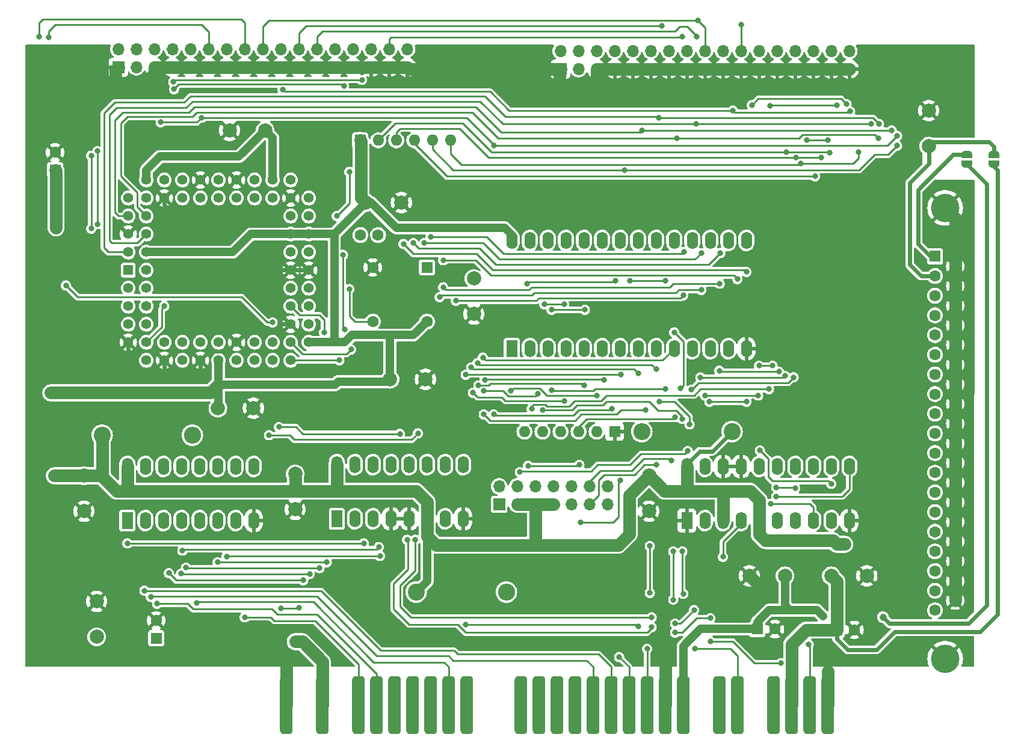
<source format=gbl>
%TF.GenerationSoftware,KiCad,Pcbnew,7.0.10*%
%TF.CreationDate,2024-10-23T16:42:54+13:00*%
%TF.ProjectId,isa_monster_fdc,6973615f-6d6f-46e7-9374-65725f666463,1.0*%
%TF.SameCoordinates,Original*%
%TF.FileFunction,Copper,L2,Bot*%
%TF.FilePolarity,Positive*%
%FSLAX46Y46*%
G04 Gerber Fmt 4.6, Leading zero omitted, Abs format (unit mm)*
G04 Created by KiCad (PCBNEW 7.0.10) date 2024-10-23 16:42:54*
%MOMM*%
%LPD*%
G01*
G04 APERTURE LIST*
G04 Aperture macros list*
%AMRoundRect*
0 Rectangle with rounded corners*
0 $1 Rounding radius*
0 $2 $3 $4 $5 $6 $7 $8 $9 X,Y pos of 4 corners*
0 Add a 4 corners polygon primitive as box body*
4,1,4,$2,$3,$4,$5,$6,$7,$8,$9,$2,$3,0*
0 Add four circle primitives for the rounded corners*
1,1,$1+$1,$2,$3*
1,1,$1+$1,$4,$5*
1,1,$1+$1,$6,$7*
1,1,$1+$1,$8,$9*
0 Add four rect primitives between the rounded corners*
20,1,$1+$1,$2,$3,$4,$5,0*
20,1,$1+$1,$4,$5,$6,$7,0*
20,1,$1+$1,$6,$7,$8,$9,0*
20,1,$1+$1,$8,$9,$2,$3,0*%
%AMFreePoly0*
4,1,19,0.500000,-0.750000,0.000000,-0.750000,0.000000,-0.744911,-0.071157,-0.744911,-0.207708,-0.704816,-0.327430,-0.627875,-0.420627,-0.520320,-0.479746,-0.390866,-0.500000,-0.250000,-0.500000,0.250000,-0.479746,0.390866,-0.420627,0.520320,-0.327430,0.627875,-0.207708,0.704816,-0.071157,0.744911,0.000000,0.744911,0.000000,0.750000,0.500000,0.750000,0.500000,-0.750000,0.500000,-0.750000,
$1*%
%AMFreePoly1*
4,1,19,0.000000,0.744911,0.071157,0.744911,0.207708,0.704816,0.327430,0.627875,0.420627,0.520320,0.479746,0.390866,0.500000,0.250000,0.500000,-0.250000,0.479746,-0.390866,0.420627,-0.520320,0.327430,-0.627875,0.207708,-0.704816,0.071157,-0.744911,0.000000,-0.744911,0.000000,-0.750000,-0.500000,-0.750000,-0.500000,0.750000,0.000000,0.750000,0.000000,0.744911,0.000000,0.744911,
$1*%
G04 Aperture macros list end*
%TA.AperFunction,ConnectorPad*%
%ADD10RoundRect,0.444500X-0.444500X-3.619500X0.444500X-3.619500X0.444500X3.619500X-0.444500X3.619500X0*%
%TD*%
%TA.AperFunction,ComponentPad*%
%ADD11C,2.000000*%
%TD*%
%TA.AperFunction,ComponentPad*%
%ADD12R,1.600000X1.600000*%
%TD*%
%TA.AperFunction,ComponentPad*%
%ADD13C,1.600000*%
%TD*%
%TA.AperFunction,ComponentPad*%
%ADD14O,1.600000X1.600000*%
%TD*%
%TA.AperFunction,ComponentPad*%
%ADD15C,2.400000*%
%TD*%
%TA.AperFunction,ComponentPad*%
%ADD16O,2.400000X2.400000*%
%TD*%
%TA.AperFunction,ComponentPad*%
%ADD17R,1.600000X2.400000*%
%TD*%
%TA.AperFunction,ComponentPad*%
%ADD18O,1.600000X2.400000*%
%TD*%
%TA.AperFunction,ComponentPad*%
%ADD19C,4.000000*%
%TD*%
%TA.AperFunction,ComponentPad*%
%ADD20R,1.700000X1.700000*%
%TD*%
%TA.AperFunction,ComponentPad*%
%ADD21O,1.700000X1.700000*%
%TD*%
%TA.AperFunction,ComponentPad*%
%ADD22R,1.422400X1.422400*%
%TD*%
%TA.AperFunction,ComponentPad*%
%ADD23C,1.422400*%
%TD*%
%TA.AperFunction,SMDPad,CuDef*%
%ADD24FreePoly0,90.000000*%
%TD*%
%TA.AperFunction,SMDPad,CuDef*%
%ADD25FreePoly1,90.000000*%
%TD*%
%TA.AperFunction,ViaPad*%
%ADD26C,0.800000*%
%TD*%
%TA.AperFunction,ViaPad*%
%ADD27C,1.000000*%
%TD*%
%TA.AperFunction,Conductor*%
%ADD28C,0.600000*%
%TD*%
%TA.AperFunction,Conductor*%
%ADD29C,1.750000*%
%TD*%
%TA.AperFunction,Conductor*%
%ADD30C,0.275000*%
%TD*%
%TA.AperFunction,Conductor*%
%ADD31C,0.400000*%
%TD*%
%TA.AperFunction,Conductor*%
%ADD32C,1.200000*%
%TD*%
G04 APERTURE END LIST*
D10*
%TO.P,BUS1,1,GND*%
%TO.N,GND*%
X185420000Y-145732500D03*
%TO.P,BUS1,2,RESET*%
%TO.N,/RESETDRV*%
X182880000Y-145732500D03*
%TO.P,BUS1,3,VCC*%
%TO.N,VCC*%
X180340000Y-145732500D03*
%TO.P,BUS1,4,IRQ2*%
%TO.N,unconnected-(BUS1-IRQ2-Pad4)*%
X177800000Y-145732500D03*
%TO.P,BUS1,6,DRQ2*%
%TO.N,/DRQ2*%
X172720000Y-145732500D03*
%TO.P,BUS1,7,-12V*%
%TO.N,unconnected-(BUS1--12V-Pad7)*%
X170180000Y-145732500D03*
%TO.P,BUS1,9,+12V*%
%TO.N,+12V*%
X165100000Y-145732500D03*
%TO.P,BUS1,10,GND*%
%TO.N,GND*%
X162560000Y-145732500D03*
%TO.P,BUS1,11,MEMW*%
%TO.N,/~{MEMW}*%
X160020000Y-145732500D03*
%TO.P,BUS1,12,MEMR*%
%TO.N,/~{MEMR}*%
X157480000Y-145732500D03*
%TO.P,BUS1,13,IOW*%
%TO.N,/~{IOW}*%
X154940000Y-145732500D03*
%TO.P,BUS1,14,IOR*%
%TO.N,/~{IOR}*%
X152400000Y-145732500D03*
%TO.P,BUS1,15,DACK3*%
%TO.N,unconnected-(BUS1-DACK3-Pad15)*%
X149860000Y-145732500D03*
%TO.P,BUS1,16,DRQ3*%
%TO.N,unconnected-(BUS1-DRQ3-Pad16)*%
X147320000Y-145732500D03*
%TO.P,BUS1,17,DACK1*%
%TO.N,unconnected-(BUS1-DACK1-Pad17)*%
X144780000Y-145732500D03*
%TO.P,BUS1,18,DRQ1*%
%TO.N,unconnected-(BUS1-DRQ1-Pad18)*%
X142240000Y-145732500D03*
%TO.P,BUS1,21,IRQ7*%
%TO.N,unconnected-(BUS1-IRQ7-Pad21)*%
X134620000Y-145732500D03*
%TO.P,BUS1,22,IRQ6*%
%TO.N,/IRQ6*%
X132080000Y-145732500D03*
%TO.P,BUS1,23,IRQ5*%
%TO.N,unconnected-(BUS1-IRQ5-Pad23)*%
X129540000Y-145732500D03*
%TO.P,BUS1,24,IRQ4*%
%TO.N,unconnected-(BUS1-IRQ4-Pad24)*%
X127000000Y-145732500D03*
%TO.P,BUS1,25,IRQ3*%
%TO.N,unconnected-(BUS1-IRQ3-Pad25)*%
X124460000Y-145732500D03*
%TO.P,BUS1,26,DACK2*%
%TO.N,/~{DACK2}*%
X121920000Y-145732500D03*
%TO.P,BUS1,27,TC*%
%TO.N,/TC*%
X119380000Y-145732500D03*
%TO.P,BUS1,29,VCC*%
%TO.N,VCC*%
X114300000Y-145732500D03*
%TO.P,BUS1,31,GND*%
%TO.N,GND*%
X109220000Y-145732500D03*
%TD*%
D11*
%TO.P,C7,1*%
%TO.N,VCC*%
X135636000Y-85638000D03*
%TO.P,C7,2*%
%TO.N,GND*%
X135636000Y-90638000D03*
%TD*%
%TO.P,C4,1*%
%TO.N,VCC*%
X160274000Y-113411000D03*
%TO.P,C4,2*%
%TO.N,GND*%
X160274000Y-118411000D03*
%TD*%
D12*
%TO.P,C13,1*%
%TO.N,VCC*%
X186690000Y-135128000D03*
D13*
%TO.P,C13,2*%
%TO.N,GND*%
X189190000Y-135128000D03*
%TD*%
D12*
%TO.P,RN1,1,common*%
%TO.N,VCC*%
X119634000Y-66167000D03*
D14*
%TO.P,RN1,2,R1*%
%TO.N,/TRK0_1*%
X122174000Y-66167000D03*
%TO.P,RN1,3,R2*%
%TO.N,/WP1*%
X124714000Y-66167000D03*
%TO.P,RN1,4,R3*%
%TO.N,/RDATA1*%
X127254000Y-66167000D03*
%TO.P,RN1,5,R4*%
%TO.N,/INDEX1*%
X129794000Y-66167000D03*
%TO.P,RN1,6,R5*%
%TO.N,/DSKCG1*%
X132334000Y-66167000D03*
%TD*%
D15*
%TO.P,R2,1*%
%TO.N,VCC*%
X127508000Y-129794000D03*
D16*
%TO.P,R2,2*%
%TO.N,Net-(JP3-Pin_1)*%
X140208000Y-129794000D03*
%TD*%
D17*
%TO.P,U4,1,G*%
%TO.N,GND*%
X165613000Y-119721000D03*
D18*
%TO.P,U4,2,P0*%
%TO.N,/A19*%
X168153000Y-119721000D03*
%TO.P,U4,3,R0*%
%TO.N,VCC*%
X170693000Y-119721000D03*
%TO.P,U4,4,P1*%
%TO.N,/A18*%
X173233000Y-119721000D03*
%TO.P,U4,5,R1*%
%TO.N,VCC*%
X175773000Y-119721000D03*
%TO.P,U4,6,P2*%
%TO.N,/A17*%
X178313000Y-119721000D03*
%TO.P,U4,7,R2*%
%TO.N,Net-(JP3-Pin_4)*%
X180853000Y-119721000D03*
%TO.P,U4,8,P3*%
%TO.N,/A16*%
X183393000Y-119721000D03*
%TO.P,U4,9,R3*%
%TO.N,Net-(JP3-Pin_6)*%
X185933000Y-119721000D03*
%TO.P,U4,10,GND*%
%TO.N,GND*%
X188473000Y-119721000D03*
%TO.P,U4,11,P4*%
%TO.N,/A15*%
X188473000Y-112101000D03*
%TO.P,U4,12,R4*%
%TO.N,Net-(JP3-Pin_8)*%
X185933000Y-112101000D03*
%TO.P,U4,13,P5*%
%TO.N,/A13*%
X183393000Y-112101000D03*
%TO.P,U4,14,R5*%
%TO.N,/ROM_A13*%
X180853000Y-112101000D03*
%TO.P,U4,15,P6*%
%TO.N,/A14*%
X178313000Y-112101000D03*
%TO.P,U4,16,R6*%
%TO.N,/ROM_A14*%
X175773000Y-112101000D03*
%TO.P,U4,17,P7*%
%TO.N,GND*%
X173233000Y-112101000D03*
%TO.P,U4,18,R7*%
X170693000Y-112101000D03*
%TO.P,U4,19,P=R*%
%TO.N,/~{ROM_CSI}*%
X168153000Y-112101000D03*
%TO.P,U4,20,VCC*%
%TO.N,VCC*%
X165613000Y-112101000D03*
%TD*%
D11*
%TO.P,C16,1*%
%TO.N,+12V*%
X179411000Y-127508000D03*
%TO.P,C16,2*%
%TO.N,GND*%
X174411000Y-127508000D03*
%TD*%
%TO.P,C10,1*%
%TO.N,Net-(JP2-B)*%
X199644000Y-66976000D03*
%TO.P,C10,2*%
%TO.N,GND*%
X199644000Y-61976000D03*
%TD*%
%TO.P,C5,1*%
%TO.N,VCC*%
X99608000Y-103886000D03*
%TO.P,C5,2*%
%TO.N,GND*%
X104608000Y-103886000D03*
%TD*%
D13*
%TO.P,J3,37,37*%
%TO.N,GND*%
X203373000Y-130987000D03*
%TO.P,J3,36,36*%
X203373000Y-128217000D03*
%TO.P,J3,35,35*%
X203373000Y-125447000D03*
%TO.P,J3,34,34*%
X203373000Y-122677000D03*
%TO.P,J3,33,33*%
X203373000Y-119907000D03*
%TO.P,J3,32,32*%
X203373000Y-117137000D03*
%TO.P,J3,31,31*%
X203373000Y-114367000D03*
%TO.P,J3,30,30*%
X203373000Y-111597000D03*
%TO.P,J3,29,29*%
X203373000Y-108827000D03*
%TO.P,J3,28,28*%
X203373000Y-106057000D03*
%TO.P,J3,27,27*%
X203373000Y-103287000D03*
%TO.P,J3,26,26*%
X203373000Y-100517000D03*
%TO.P,J3,25,25*%
X203373000Y-97747000D03*
%TO.P,J3,24,24*%
X203373000Y-94977000D03*
%TO.P,J3,23,23*%
X203373000Y-92207000D03*
%TO.P,J3,22,22*%
X203373000Y-89437000D03*
%TO.P,J3,21,21*%
X203373000Y-86667000D03*
%TO.P,J3,20,20*%
X203373000Y-83897000D03*
%TO.P,J3,19,19*%
%TO.N,/DSKCG1*%
X200533000Y-132372000D03*
%TO.P,J3,18,18*%
%TO.N,/HDSEL1*%
X200533000Y-129602000D03*
%TO.P,J3,17,17*%
%TO.N,/RDATA1*%
X200533000Y-126832000D03*
%TO.P,J3,16,16*%
%TO.N,/WP1*%
X200533000Y-124062000D03*
%TO.P,J3,15,15*%
%TO.N,/TRK0_1*%
X200533000Y-121292000D03*
%TO.P,J3,14,14*%
%TO.N,/WE1*%
X200533000Y-118522000D03*
%TO.P,J3,13,13*%
%TO.N,/WDATA1*%
X200533000Y-115752000D03*
%TO.P,J3,12,12*%
%TO.N,/STEP1*%
X200533000Y-112982000D03*
%TO.P,J3,11,11*%
%TO.N,/DIR1*%
X200533000Y-110212000D03*
%TO.P,J3,10,10*%
%TO.N,/ME_D*%
X200533000Y-107442000D03*
%TO.P,J3,9,9*%
%TO.N,/DS_C*%
X200533000Y-104672000D03*
%TO.P,J3,8,8*%
%TO.N,/DS_D*%
X200533000Y-101902000D03*
%TO.P,J3,7,7*%
%TO.N,/ME_C*%
X200533000Y-99132000D03*
%TO.P,J3,6,6*%
%TO.N,/INDEX1*%
X200533000Y-96362000D03*
%TO.P,J3,5,5*%
%TO.N,unconnected-(J3-Pad5)*%
X200533000Y-93592000D03*
%TO.P,J3,4,4*%
%TO.N,unconnected-(J3-Pad4)*%
X200533000Y-90822000D03*
%TO.P,J3,3,3*%
%TO.N,/DENSL1*%
X200533000Y-88052000D03*
%TO.P,J3,2,2*%
%TO.N,Net-(JP2-B)*%
X200533000Y-85282000D03*
D12*
%TO.P,J3,1,1*%
%TO.N,Net-(JP1-B)*%
X200533000Y-82512000D03*
D19*
%TO.P,J3,0,PAD*%
%TO.N,GND*%
X201953000Y-75692000D03*
X201953000Y-139192000D03*
%TD*%
D11*
%TO.P,C2,1*%
%TO.N,VCC*%
X80772000Y-113411000D03*
%TO.P,C2,2*%
%TO.N,GND*%
X80772000Y-118411000D03*
%TD*%
D17*
%TO.P,U3,1,A0*%
%TO.N,/A8*%
X86868000Y-119721000D03*
D18*
%TO.P,U3,2,A1*%
%TO.N,/A4*%
X89408000Y-119721000D03*
%TO.P,U3,3,A2*%
%TO.N,/A3*%
X91948000Y-119721000D03*
%TO.P,U3,4,E1*%
%TO.N,Net-(U2-O7)*%
X94488000Y-119721000D03*
%TO.P,U3,5,E2*%
%TO.N,/AEN*%
X97028000Y-119721000D03*
%TO.P,U3,6,E3*%
%TO.N,/A5*%
X99568000Y-119721000D03*
%TO.P,U3,7,O7*%
%TO.N,unconnected-(U3-O7-Pad7)*%
X102108000Y-119721000D03*
%TO.P,U3,8,GND*%
%TO.N,GND*%
X104648000Y-119721000D03*
%TO.P,U3,9,O6*%
%TO.N,unconnected-(U3-O6-Pad9)*%
X104648000Y-112101000D03*
%TO.P,U3,10,O5*%
%TO.N,unconnected-(U3-O5-Pad10)*%
X102108000Y-112101000D03*
%TO.P,U3,11,O4*%
%TO.N,unconnected-(U3-O4-Pad11)*%
X99568000Y-112101000D03*
%TO.P,U3,12,O3*%
%TO.N,/~{0x3F0}*%
X97028000Y-112101000D03*
%TO.P,U3,13,O2*%
%TO.N,unconnected-(U3-O2-Pad13)*%
X94488000Y-112101000D03*
%TO.P,U3,14,O1*%
%TO.N,unconnected-(U3-O1-Pad14)*%
X91948000Y-112101000D03*
%TO.P,U3,15,O0*%
%TO.N,unconnected-(U3-O0-Pad15)*%
X89408000Y-112101000D03*
%TO.P,U3,16,VCC*%
%TO.N,VCC*%
X86868000Y-112101000D03*
%TD*%
D12*
%TO.P,RN2,1,common*%
%TO.N,GND*%
X155448000Y-107188000D03*
D14*
%TO.P,RN2,2,R1*%
%TO.N,/ROM_A14*%
X152908000Y-107188000D03*
%TO.P,RN2,3,R2*%
%TO.N,Net-(JP3-Pin_4)*%
X150368000Y-107188000D03*
%TO.P,RN2,4,R3*%
%TO.N,/ROM_A13*%
X147828000Y-107188000D03*
%TO.P,RN2,5,R4*%
%TO.N,Net-(JP3-Pin_6)*%
X145288000Y-107188000D03*
%TO.P,RN2,6,R5*%
%TO.N,Net-(JP3-Pin_8)*%
X142748000Y-107188000D03*
%TD*%
D13*
%TO.P,C1,1*%
%TO.N,Net-(U1-HIFIL)*%
X119654000Y-79502000D03*
%TO.P,C1,2*%
%TO.N,Net-(U1-LOFIL)*%
X122154000Y-79502000D03*
%TD*%
D11*
%TO.P,C6,1*%
%TO.N,VCC*%
X106259000Y-64770000D03*
%TO.P,C6,2*%
%TO.N,GND*%
X101259000Y-64770000D03*
%TD*%
D20*
%TO.P,J1,1,Pin_1*%
%TO.N,GND*%
X85598000Y-55880000D03*
D21*
%TO.P,J1,2,Pin_2*%
%TO.N,/DENSL1*%
X85598000Y-53340000D03*
%TO.P,J1,3,Pin_3*%
%TO.N,unconnected-(J1-Pin_3-Pad3)*%
X88138000Y-55880000D03*
%TO.P,J1,4,Pin_4*%
%TO.N,unconnected-(J1-Pin_4-Pad4)*%
X88138000Y-53340000D03*
%TO.P,J1,5,Pin_5*%
%TO.N,GND*%
X90678000Y-55880000D03*
%TO.P,J1,6,Pin_6*%
%TO.N,/DRATE1*%
X90678000Y-53340000D03*
%TO.P,J1,7,Pin_7*%
%TO.N,GND*%
X93218000Y-55880000D03*
%TO.P,J1,8,Pin_8*%
%TO.N,/INDEX1*%
X93218000Y-53340000D03*
%TO.P,J1,9,Pin_9*%
%TO.N,GND*%
X95758000Y-55880000D03*
%TO.P,J1,10,Pin_10*%
%TO.N,/ME_A*%
X95758000Y-53340000D03*
%TO.P,J1,11,Pin_11*%
%TO.N,GND*%
X98298000Y-55880000D03*
%TO.P,J1,12,Pin_12*%
%TO.N,/DS_B*%
X98298000Y-53340000D03*
%TO.P,J1,13,Pin_13*%
%TO.N,GND*%
X100838000Y-55880000D03*
%TO.P,J1,14,Pin_14*%
%TO.N,/DS_A*%
X100838000Y-53340000D03*
%TO.P,J1,15,Pin_15*%
%TO.N,GND*%
X103378000Y-55880000D03*
%TO.P,J1,16,Pin_16*%
%TO.N,/ME_B*%
X103378000Y-53340000D03*
%TO.P,J1,17,Pin_17*%
%TO.N,GND*%
X105918000Y-55880000D03*
%TO.P,J1,18,Pin_18*%
%TO.N,/DIR1*%
X105918000Y-53340000D03*
%TO.P,J1,19,Pin_19*%
%TO.N,GND*%
X108458000Y-55880000D03*
%TO.P,J1,20,Pin_20*%
%TO.N,/STEP1*%
X108458000Y-53340000D03*
%TO.P,J1,21,Pin_21*%
%TO.N,GND*%
X110998000Y-55880000D03*
%TO.P,J1,22,Pin_22*%
%TO.N,/WDATA1*%
X110998000Y-53340000D03*
%TO.P,J1,23,Pin_23*%
%TO.N,GND*%
X113538000Y-55880000D03*
%TO.P,J1,24,Pin_24*%
%TO.N,/WE1*%
X113538000Y-53340000D03*
%TO.P,J1,25,Pin_25*%
%TO.N,GND*%
X116078000Y-55880000D03*
%TO.P,J1,26,Pin_26*%
%TO.N,/TRK0_1*%
X116078000Y-53340000D03*
%TO.P,J1,27,Pin_27*%
%TO.N,GND*%
X118618000Y-55880000D03*
%TO.P,J1,28,Pin_28*%
%TO.N,/WP1*%
X118618000Y-53340000D03*
%TO.P,J1,29,Pin_29*%
%TO.N,GND*%
X121158000Y-55880000D03*
%TO.P,J1,30,Pin_30*%
%TO.N,/RDATA1*%
X121158000Y-53340000D03*
%TO.P,J1,31,Pin_31*%
%TO.N,GND*%
X123698000Y-55880000D03*
%TO.P,J1,32,Pin_32*%
%TO.N,/HDSEL1*%
X123698000Y-53340000D03*
%TO.P,J1,33,Pin_33*%
%TO.N,GND*%
X126238000Y-55880000D03*
%TO.P,J1,34,Pin_34*%
%TO.N,/DSKCG1*%
X126238000Y-53340000D03*
%TD*%
D11*
%TO.P,C11,1*%
%TO.N,VCC*%
X82550000Y-136104000D03*
%TO.P,C11,2*%
%TO.N,GND*%
X82550000Y-131104000D03*
%TD*%
D20*
%TO.P,JP3,1,Pin_1*%
%TO.N,Net-(JP3-Pin_1)*%
X139192000Y-117435000D03*
D21*
%TO.P,JP3,2,Pin_2*%
%TO.N,/~{ROM_CSI}*%
X139192000Y-114895000D03*
%TO.P,JP3,3,Pin_3*%
%TO.N,VCC*%
X141732000Y-117435000D03*
%TO.P,JP3,4,Pin_4*%
%TO.N,Net-(JP3-Pin_4)*%
X141732000Y-114895000D03*
%TO.P,JP3,5,Pin_5*%
%TO.N,VCC*%
X144272000Y-117435000D03*
%TO.P,JP3,6,Pin_6*%
%TO.N,Net-(JP3-Pin_6)*%
X144272000Y-114895000D03*
%TO.P,JP3,7,Pin_7*%
%TO.N,VCC*%
X146812000Y-117435000D03*
%TO.P,JP3,8,Pin_8*%
%TO.N,Net-(JP3-Pin_8)*%
X146812000Y-114895000D03*
%TO.P,JP3,9,Pin_9*%
%TO.N,/A13*%
X149352000Y-117435000D03*
%TO.P,JP3,10,Pin_10*%
%TO.N,/ROM_A13*%
X149352000Y-114895000D03*
%TO.P,JP3,11,Pin_11*%
%TO.N,/A14*%
X151892000Y-117435000D03*
%TO.P,JP3,12,Pin_12*%
%TO.N,/ROM_A14*%
X151892000Y-114895000D03*
%TO.P,JP3,13,Pin_13*%
%TO.N,/~{MEMW}*%
X154432000Y-117435000D03*
%TO.P,JP3,14,Pin_14*%
%TO.N,Net-(JP3-Pin_14)*%
X154432000Y-114895000D03*
%TD*%
D17*
%TO.P,U2,1,A0*%
%TO.N,/A6*%
X116347000Y-119467000D03*
D18*
%TO.P,U2,2,A1*%
%TO.N,/A7*%
X118887000Y-119467000D03*
%TO.P,U2,3,A2*%
%TO.N,/A9*%
X121427000Y-119467000D03*
%TO.P,U2,4,E1*%
%TO.N,GND*%
X123967000Y-119467000D03*
%TO.P,U2,5,E2*%
X126507000Y-119467000D03*
%TO.P,U2,6,E3*%
%TO.N,VCC*%
X129047000Y-119467000D03*
%TO.P,U2,7,O7*%
%TO.N,Net-(U2-O7)*%
X131587000Y-119467000D03*
%TO.P,U2,8,GND*%
%TO.N,GND*%
X134127000Y-119467000D03*
%TO.P,U2,9,O6*%
%TO.N,unconnected-(U2-O6-Pad9)*%
X134127000Y-111847000D03*
%TO.P,U2,10,O5*%
%TO.N,unconnected-(U2-O5-Pad10)*%
X131587000Y-111847000D03*
%TO.P,U2,11,O4*%
%TO.N,unconnected-(U2-O4-Pad11)*%
X129047000Y-111847000D03*
%TO.P,U2,12,O3*%
%TO.N,unconnected-(U2-O3-Pad12)*%
X126507000Y-111847000D03*
%TO.P,U2,13,O2*%
%TO.N,unconnected-(U2-O2-Pad13)*%
X123967000Y-111847000D03*
%TO.P,U2,14,O1*%
%TO.N,unconnected-(U2-O1-Pad14)*%
X121427000Y-111847000D03*
%TO.P,U2,15,O0*%
%TO.N,unconnected-(U2-O0-Pad15)*%
X118887000Y-111847000D03*
%TO.P,U2,16,VCC*%
%TO.N,VCC*%
X116347000Y-111847000D03*
%TD*%
D11*
%TO.P,C9,1*%
%TO.N,VCC*%
X123825000Y-99822000D03*
%TO.P,C9,2*%
%TO.N,GND*%
X128825000Y-99822000D03*
%TD*%
%TO.P,C8,1*%
%TO.N,VCC*%
X120436000Y-74930000D03*
%TO.P,C8,2*%
%TO.N,GND*%
X125436000Y-74930000D03*
%TD*%
%TO.P,C12,1*%
%TO.N,VCC*%
X185928000Y-127508000D03*
%TO.P,C12,2*%
%TO.N,GND*%
X190928000Y-127508000D03*
%TD*%
%TO.P,C3,1*%
%TO.N,VCC*%
X110490000Y-113157000D03*
%TO.P,C3,2*%
%TO.N,GND*%
X110490000Y-118157000D03*
%TD*%
D22*
%TO.P,U1,1,WP*%
%TO.N,/WP1*%
X86995000Y-84455000D03*
D23*
%TO.P,U1,2,TRK0*%
%TO.N,/TRK0_1*%
X89535000Y-84455000D03*
%TO.P,U1,3,~{DACK}*%
%TO.N,/~{DACK2}*%
X86995000Y-86995000D03*
%TO.P,U1,4,~{RD}*%
%TO.N,/~{IOR}*%
X89535000Y-86995000D03*
%TO.P,U1,5,~{WR}*%
%TO.N,/~{IOW}*%
X86995000Y-89535000D03*
%TO.P,U1,6,CS*%
%TO.N,/~{0x3F0}*%
X89535000Y-89535000D03*
%TO.P,U1,7,A0*%
%TO.N,/A0*%
X86995000Y-92075000D03*
%TO.P,U1,8,A1*%
%TO.N,/A1*%
X89535000Y-92075000D03*
%TO.P,U1,9,GND*%
%TO.N,GND*%
X86995000Y-94615000D03*
%TO.P,U1,10,A2*%
%TO.N,/A2*%
X89535000Y-97155000D03*
%TO.P,U1,11,DB0*%
%TO.N,/D0*%
X89535000Y-94615000D03*
%TO.P,U1,12,GND*%
%TO.N,GND*%
X92075000Y-97155000D03*
%TO.P,U1,13,DB1*%
%TO.N,/D1*%
X92075000Y-94615000D03*
%TO.P,U1,14,DB2*%
%TO.N,/D2*%
X94615000Y-97155000D03*
%TO.P,U1,15,DB3*%
%TO.N,/D3*%
X94615000Y-94615000D03*
%TO.P,U1,16,GND*%
%TO.N,GND*%
X97155000Y-97155000D03*
%TO.P,U1,17,DB4*%
%TO.N,/D4*%
X97155000Y-94615000D03*
%TO.P,U1,18,VCC*%
%TO.N,VCC*%
X99695000Y-97155000D03*
%TO.P,U1,19,DB5*%
%TO.N,/D5*%
X99695000Y-94615000D03*
%TO.P,U1,20,DB6*%
%TO.N,/D6*%
X102235000Y-97155000D03*
%TO.P,U1,21,GND*%
%TO.N,GND*%
X102235000Y-94615000D03*
%TO.P,U1,22,DB7*%
%TO.N,/D7*%
X104775000Y-97155000D03*
%TO.P,U1,23,INT*%
%TO.N,/IRQ6*%
X104775000Y-94615000D03*
%TO.P,U1,24,DRQ*%
%TO.N,/DRQ2*%
X107315000Y-97155000D03*
%TO.P,U1,25,TC*%
%TO.N,/TC*%
X107315000Y-94615000D03*
%TO.P,U1,26,INDX*%
%TO.N,/INDEX1*%
X109855000Y-97155000D03*
%TO.P,U1,27,IDENT*%
%TO.N,VCC*%
X112395000Y-94615000D03*
%TO.P,U1,28,DRATE0*%
%TO.N,/DRATE1*%
X109855000Y-94615000D03*
%TO.P,U1,29,DRATE1*%
%TO.N,unconnected-(U1-DRATE1-Pad29)*%
X112395000Y-92075000D03*
%TO.P,U1,30,DRV2*%
%TO.N,GND*%
X109855000Y-92075000D03*
%TO.P,U1,31,DSKCHG*%
%TO.N,/DSKCG1*%
X112395000Y-89535000D03*
%TO.P,U1,32,RESET*%
%TO.N,/RESETDRV*%
X109855000Y-89535000D03*
%TO.P,U1,33,X1*%
%TO.N,/FDC_CLK*%
X112395000Y-86995000D03*
%TO.P,U1,34,X2*%
%TO.N,unconnected-(U1-X2-Pad34)*%
X109855000Y-86995000D03*
%TO.P,U1,35,~{INVERT}*%
%TO.N,GND*%
X112395000Y-84455000D03*
%TO.P,U1,36,GND*%
X109855000Y-84455000D03*
%TO.P,U1,37,LOFIL*%
%TO.N,Net-(U1-LOFIL)*%
X112395000Y-81915000D03*
%TO.P,U1,38,HIFIL*%
%TO.N,Net-(U1-HIFIL)*%
X109855000Y-81915000D03*
%TO.P,U1,39,PLL0*%
%TO.N,VCC*%
X112395000Y-79375000D03*
%TO.P,U1,40,VCC*%
X109855000Y-79375000D03*
%TO.P,U1,41,RDDATA*%
%TO.N,/RDATA1*%
X112395000Y-76835000D03*
%TO.P,U1,42,NC*%
%TO.N,unconnected-(U1-NC-Pad42)*%
X109855000Y-76835000D03*
%TO.P,U1,43,NC*%
%TO.N,unconnected-(U1-NC-Pad43)*%
X112395000Y-74295000D03*
%TO.P,U1,44,NC*%
%TO.N,unconnected-(U1-NC-Pad44)*%
X109855000Y-71755000D03*
%TO.P,U1,45,AVSS*%
%TO.N,GND*%
X109855000Y-74295000D03*
%TO.P,U1,46,AVCC*%
%TO.N,VCC*%
X107315000Y-71755000D03*
%TO.P,U1,47,NC*%
%TO.N,unconnected-(U1-NC-Pad47)*%
X107315000Y-74295000D03*
%TO.P,U1,48,MFM*%
%TO.N,unconnected-(U1-MFM-Pad48)*%
X104775000Y-71755000D03*
%TO.P,U1,49,DENSEL*%
%TO.N,/DENSL1*%
X104775000Y-74295000D03*
%TO.P,U1,50,GND*%
%TO.N,GND*%
X102235000Y-71755000D03*
%TO.P,U1,51,HDSEL*%
%TO.N,/HDSEL1*%
X102235000Y-74295000D03*
%TO.P,U1,52,WE*%
%TO.N,/WE1*%
X99695000Y-71755000D03*
%TO.P,U1,53,WRDATA*%
%TO.N,/WDATA1*%
X99695000Y-74295000D03*
%TO.P,U1,54,GND*%
%TO.N,GND*%
X97155000Y-71755000D03*
%TO.P,U1,55,STEP*%
%TO.N,/STEP1*%
X97155000Y-74295000D03*
%TO.P,U1,56,DIR*%
%TO.N,/DIR1*%
X94615000Y-71755000D03*
%TO.P,U1,57,ME0*%
%TO.N,/ME_A*%
X94615000Y-74295000D03*
%TO.P,U1,58,DS0*%
%TO.N,/DS_A*%
X92075000Y-71755000D03*
%TO.P,U1,59,GND*%
%TO.N,GND*%
X92075000Y-74295000D03*
%TO.P,U1,60,VCC*%
%TO.N,VCC*%
X89535000Y-71755000D03*
%TO.P,U1,61,ME1*%
%TO.N,/ME_B*%
X86995000Y-74295000D03*
%TO.P,U1,62,DS1*%
%TO.N,/DS_B*%
X89535000Y-74295000D03*
%TO.P,U1,63,ME2*%
%TO.N,/ME_C*%
X86995000Y-76835000D03*
%TO.P,U1,64,DS2*%
%TO.N,/DS_C*%
X89535000Y-76835000D03*
%TO.P,U1,65,GND*%
%TO.N,GND*%
X86995000Y-79375000D03*
%TO.P,U1,66,ME3*%
%TO.N,/ME_D*%
X89535000Y-79375000D03*
%TO.P,U1,67,DS3*%
%TO.N,/DS_D*%
X86995000Y-81915000D03*
%TO.P,U1,68,VCC*%
%TO.N,VCC*%
X89535000Y-81915000D03*
%TD*%
D12*
%TO.P,C15,1*%
%TO.N,VCC*%
X90932000Y-136280651D03*
D13*
%TO.P,C15,2*%
%TO.N,GND*%
X90932000Y-133780651D03*
%TD*%
D12*
%TO.P,C17,1*%
%TO.N,+12V*%
X175504349Y-135001000D03*
D13*
%TO.P,C17,2*%
%TO.N,GND*%
X178004349Y-135001000D03*
%TD*%
D12*
%TO.P,C14,1*%
%TO.N,VCC*%
X76708000Y-70358000D03*
D13*
%TO.P,C14,2*%
%TO.N,GND*%
X76708000Y-67858000D03*
%TD*%
D12*
%TO.P,X1,1,EN*%
%TO.N,unconnected-(X1-EN-Pad1)*%
X129032000Y-84074000D03*
D13*
%TO.P,X1,4,GND*%
%TO.N,GND*%
X121412000Y-84074000D03*
%TO.P,X1,5,OUT*%
%TO.N,/FDC_CLK*%
X121412000Y-91694000D03*
%TO.P,X1,8,Vcc*%
%TO.N,VCC*%
X129032000Y-91694000D03*
%TD*%
D15*
%TO.P,R1,1*%
%TO.N,VCC*%
X83312000Y-107696000D03*
D16*
%TO.P,R1,2*%
%TO.N,/~{0x3F0}*%
X96012000Y-107696000D03*
%TD*%
D20*
%TO.P,J2,1,Pin_1*%
%TO.N,GND*%
X147828000Y-56134000D03*
D21*
%TO.P,J2,2,Pin_2*%
%TO.N,/DENSL1*%
X147828000Y-53594000D03*
%TO.P,J2,3,Pin_3*%
%TO.N,unconnected-(J2-Pin_3-Pad3)*%
X150368000Y-56134000D03*
%TO.P,J2,4,Pin_4*%
%TO.N,unconnected-(J2-Pin_4-Pad4)*%
X150368000Y-53594000D03*
%TO.P,J2,5,Pin_5*%
%TO.N,GND*%
X152908000Y-56134000D03*
%TO.P,J2,6,Pin_6*%
%TO.N,/DRATE1*%
X152908000Y-53594000D03*
%TO.P,J2,7,Pin_7*%
%TO.N,GND*%
X155448000Y-56134000D03*
%TO.P,J2,8,Pin_8*%
%TO.N,/INDEX1*%
X155448000Y-53594000D03*
%TO.P,J2,9,Pin_9*%
%TO.N,GND*%
X157988000Y-56134000D03*
%TO.P,J2,10,Pin_10*%
%TO.N,/ME_C*%
X157988000Y-53594000D03*
%TO.P,J2,11,Pin_11*%
%TO.N,GND*%
X160528000Y-56134000D03*
%TO.P,J2,12,Pin_12*%
%TO.N,/DS_D*%
X160528000Y-53594000D03*
%TO.P,J2,13,Pin_13*%
%TO.N,GND*%
X163068000Y-56134000D03*
%TO.P,J2,14,Pin_14*%
%TO.N,/DS_C*%
X163068000Y-53594000D03*
%TO.P,J2,15,Pin_15*%
%TO.N,GND*%
X165608000Y-56134000D03*
%TO.P,J2,16,Pin_16*%
%TO.N,/ME_D*%
X165608000Y-53594000D03*
%TO.P,J2,17,Pin_17*%
%TO.N,GND*%
X168148000Y-56134000D03*
%TO.P,J2,18,Pin_18*%
%TO.N,/DIR1*%
X168148000Y-53594000D03*
%TO.P,J2,19,Pin_19*%
%TO.N,GND*%
X170688000Y-56134000D03*
%TO.P,J2,20,Pin_20*%
%TO.N,/STEP1*%
X170688000Y-53594000D03*
%TO.P,J2,21,Pin_21*%
%TO.N,GND*%
X173228000Y-56134000D03*
%TO.P,J2,22,Pin_22*%
%TO.N,/WDATA1*%
X173228000Y-53594000D03*
%TO.P,J2,23,Pin_23*%
%TO.N,GND*%
X175768000Y-56134000D03*
%TO.P,J2,24,Pin_24*%
%TO.N,/WE1*%
X175768000Y-53594000D03*
%TO.P,J2,25,Pin_25*%
%TO.N,GND*%
X178308000Y-56134000D03*
%TO.P,J2,26,Pin_26*%
%TO.N,/TRK0_1*%
X178308000Y-53594000D03*
%TO.P,J2,27,Pin_27*%
%TO.N,GND*%
X180848000Y-56134000D03*
%TO.P,J2,28,Pin_28*%
%TO.N,/WP1*%
X180848000Y-53594000D03*
%TO.P,J2,29,Pin_29*%
%TO.N,GND*%
X183388000Y-56134000D03*
%TO.P,J2,30,Pin_30*%
%TO.N,/RDATA1*%
X183388000Y-53594000D03*
%TO.P,J2,31,Pin_31*%
%TO.N,GND*%
X185928000Y-56134000D03*
%TO.P,J2,32,Pin_32*%
%TO.N,/HDSEL1*%
X185928000Y-53594000D03*
%TO.P,J2,33,Pin_33*%
%TO.N,GND*%
X188468000Y-56134000D03*
%TO.P,J2,34,Pin_34*%
%TO.N,/DSKCG1*%
X188468000Y-53594000D03*
%TD*%
D15*
%TO.P,R3,1*%
%TO.N,VCC*%
X171958000Y-107188000D03*
D16*
%TO.P,R3,2*%
%TO.N,Net-(JP3-Pin_14)*%
X159258000Y-107188000D03*
%TD*%
D17*
%TO.P,U5,1,A14*%
%TO.N,/ROM_A14*%
X140970000Y-95504000D03*
D18*
%TO.P,U5,2,A12*%
%TO.N,/A12*%
X143510000Y-95504000D03*
%TO.P,U5,3,A7*%
%TO.N,/A7*%
X146050000Y-95504000D03*
%TO.P,U5,4,A6*%
%TO.N,/A6*%
X148590000Y-95504000D03*
%TO.P,U5,5,A5*%
%TO.N,/A5*%
X151130000Y-95504000D03*
%TO.P,U5,6,A4*%
%TO.N,/A4*%
X153670000Y-95504000D03*
%TO.P,U5,7,A3*%
%TO.N,/A3*%
X156210000Y-95504000D03*
%TO.P,U5,8,A2*%
%TO.N,/A2*%
X158750000Y-95504000D03*
%TO.P,U5,9,A1*%
%TO.N,/A1*%
X161290000Y-95504000D03*
%TO.P,U5,10,A0*%
%TO.N,/A0*%
X163830000Y-95504000D03*
%TO.P,U5,11,DQ0*%
%TO.N,/D0*%
X166370000Y-95504000D03*
%TO.P,U5,12,DQ1*%
%TO.N,/D1*%
X168910000Y-95504000D03*
%TO.P,U5,13,DQ2*%
%TO.N,/D2*%
X171450000Y-95504000D03*
%TO.P,U5,14,GND*%
%TO.N,GND*%
X173990000Y-95504000D03*
%TO.P,U5,15,DQ3*%
%TO.N,/D3*%
X173990000Y-80264000D03*
%TO.P,U5,16,DQ4*%
%TO.N,/D4*%
X171450000Y-80264000D03*
%TO.P,U5,17,DQ5*%
%TO.N,/D5*%
X168910000Y-80264000D03*
%TO.P,U5,18,DQ6*%
%TO.N,/D6*%
X166370000Y-80264000D03*
%TO.P,U5,19,DQ7*%
%TO.N,/D7*%
X163830000Y-80264000D03*
%TO.P,U5,20,~{CE}*%
%TO.N,Net-(JP3-Pin_1)*%
X161290000Y-80264000D03*
%TO.P,U5,21,A10*%
%TO.N,/A10*%
X158750000Y-80264000D03*
%TO.P,U5,22,~{OE}*%
%TO.N,/~{MEMR}*%
X156210000Y-80264000D03*
%TO.P,U5,23,A11*%
%TO.N,/A11*%
X153670000Y-80264000D03*
%TO.P,U5,24,A9*%
%TO.N,/A9*%
X151130000Y-80264000D03*
%TO.P,U5,25,A8*%
%TO.N,/A8*%
X148590000Y-80264000D03*
%TO.P,U5,26,A13*%
%TO.N,/ROM_A13*%
X146050000Y-80264000D03*
%TO.P,U5,27,~{WE}*%
%TO.N,Net-(JP3-Pin_14)*%
X143510000Y-80264000D03*
%TO.P,U5,28,VCC*%
%TO.N,VCC*%
X140970000Y-80264000D03*
%TD*%
D24*
%TO.P,JP1,1,A*%
%TO.N,+12V*%
X204978000Y-69484000D03*
D25*
%TO.P,JP1,2,B*%
%TO.N,Net-(JP1-B)*%
X204978000Y-68184000D03*
%TD*%
D24*
%TO.P,JP2,1,A*%
%TO.N,VCC*%
X208788000Y-69484000D03*
D25*
%TO.P,JP2,2,B*%
%TO.N,Net-(JP2-B)*%
X208788000Y-68184000D03*
%TD*%
D26*
%TO.N,/A0*%
X136906000Y-96774000D03*
%TO.N,/A1*%
X110998000Y-132016000D03*
X108458000Y-132080000D03*
X136144000Y-97536000D03*
X161290000Y-98425000D03*
%TO.N,/A10*%
X137033000Y-104775000D03*
X159766000Y-104140000D03*
%TO.N,/A11*%
X155067000Y-104012500D03*
X138430000Y-104775000D03*
%TO.N,/A13*%
X168148000Y-102108000D03*
X156210000Y-114046000D03*
X175641000Y-102108000D03*
X150622000Y-120015000D03*
%TO.N,/A14*%
X161290000Y-111887000D03*
%TO.N,/A15*%
X178181000Y-116332000D03*
%TO.N,/A16*%
X177419000Y-117348000D03*
%TO.N,/A18*%
X170688000Y-124841000D03*
%TO.N,/A19*%
X165100000Y-130048000D03*
X164973000Y-124079000D03*
%TO.N,/A2*%
X92710000Y-127127000D03*
X111633000Y-128143000D03*
X158750000Y-98996000D03*
X135255000Y-98171000D03*
%TO.N,/A3*%
X134493000Y-99187500D03*
X156337000Y-99187000D03*
X112522000Y-127254000D03*
X94424500Y-127190500D03*
%TO.N,/A4*%
X113919000Y-126428000D03*
X137159500Y-99887341D03*
X95123000Y-126365000D03*
X153924000Y-99887341D03*
%TO.N,/A5*%
X151130000Y-100711000D03*
X136271000Y-100711000D03*
X99568000Y-125603000D03*
X114935000Y-125603000D03*
%TO.N,/A6*%
X148336000Y-102870000D03*
X135509000Y-101727000D03*
%TO.N,/A7*%
X137033000Y-101473000D03*
X144621831Y-101885169D03*
%TO.N,/A8*%
X145542000Y-89281000D03*
X120142000Y-122936000D03*
X86868000Y-122936000D03*
X148336000Y-89281000D03*
%TO.N,/A9*%
X151257000Y-90043000D03*
X146558000Y-90043000D03*
%TO.N,/AEN*%
X158750000Y-134620000D03*
X100838000Y-124778000D03*
X134493000Y-134366000D03*
X122428000Y-124714000D03*
%TO.N,/D0*%
X129540000Y-79756000D03*
X92075000Y-89535000D03*
X165227000Y-81915000D03*
%TO.N,/D1*%
X167640000Y-82042000D03*
X128651000Y-80645000D03*
%TO.N,/D2*%
X170307000Y-82042000D03*
X127127000Y-80645000D03*
%TO.N,/D3*%
X173990000Y-84709000D03*
X125730000Y-80772000D03*
%TO.N,/D4*%
X172720000Y-85725000D03*
X175768000Y-97917000D03*
X177673000Y-97917000D03*
X131318000Y-83058000D03*
%TO.N,/D5*%
X178562000Y-98742000D03*
X170225000Y-86360000D03*
X131318000Y-86868000D03*
X170180000Y-98616000D03*
%TO.N,/D6*%
X130810000Y-88265000D03*
X167513000Y-99568000D03*
X179405713Y-99333375D03*
X167640000Y-87249000D03*
%TO.N,/D7*%
X166243000Y-101283000D03*
X133096000Y-88773000D03*
X165100000Y-88011000D03*
X180625169Y-99536831D03*
%TO.N,/DRQ2*%
X160655000Y-133350000D03*
X127381000Y-122428000D03*
X166624000Y-132334000D03*
X127762000Y-107442000D03*
X166751000Y-137795000D03*
X163957000Y-134239000D03*
X106807000Y-107696000D03*
%TO.N,/IRQ6*%
X96647000Y-131318000D03*
%TO.N,/TC*%
X103378000Y-133350000D03*
%TO.N,/~{DACK2}*%
X91059000Y-131445000D03*
%TO.N,/~{IOR}*%
X90170000Y-130492000D03*
%TO.N,/~{IOW}*%
X89281000Y-129604000D03*
%TO.N,/~{MEMR}*%
X165989000Y-106172500D03*
X156083000Y-138938000D03*
X157607000Y-85979000D03*
X162560000Y-85979000D03*
X161734500Y-102933500D03*
X160389136Y-129909136D03*
X163830000Y-93218000D03*
X164719000Y-101092000D03*
X160401000Y-123317000D03*
%TO.N,/~{MEMW}*%
X163703000Y-130873000D03*
X163703000Y-124079000D03*
X160020000Y-137795000D03*
D27*
%TO.N,GND*%
X185420000Y-139510000D03*
D26*
X176784000Y-129921000D03*
D27*
%TO.N,VCC*%
X110499651Y-136779000D03*
X76581000Y-113411000D03*
X187833000Y-123063000D03*
X76835000Y-78486000D03*
X76073000Y-101727000D03*
%TO.N,+12V*%
X184785000Y-133223000D03*
X193199000Y-133318000D03*
D26*
%TO.N,/RESETDRV*%
X182753000Y-137160000D03*
X160655000Y-134747000D03*
X168910000Y-133477000D03*
X125222000Y-107506000D03*
X108204000Y-106553000D03*
X178816000Y-139827000D03*
X163957000Y-135509000D03*
X126238000Y-122428000D03*
X114554000Y-93218000D03*
X168910000Y-136779000D03*
%TO.N,/DSKCG1*%
X189738000Y-67818000D03*
X181610000Y-69469000D03*
%TO.N,/HDSEL1*%
X185420000Y-66167000D03*
X182499000Y-66167000D03*
X164973000Y-51562000D03*
%TO.N,/RDATA1*%
X116332000Y-76835000D03*
X118110000Y-70612000D03*
X183642000Y-71247000D03*
%TO.N,/WP1*%
X184531000Y-68580000D03*
X81788000Y-78613000D03*
X93345000Y-57912000D03*
X81788000Y-68326000D03*
X119888000Y-57658000D03*
X180975000Y-68580000D03*
%TO.N,/TRK0_1*%
X117348000Y-58547000D03*
X185674000Y-67945000D03*
X93434108Y-58963671D03*
X82677000Y-77978000D03*
X179578000Y-67818000D03*
X82677000Y-67691000D03*
%TO.N,/WE1*%
X177292000Y-61341000D03*
X167005000Y-51562000D03*
X186690000Y-61214000D03*
%TO.N,/WDATA1*%
X162052000Y-50038000D03*
X174752000Y-61214000D03*
X188087000Y-61087000D03*
X173228000Y-49911000D03*
%TO.N,/STEP1*%
X108712000Y-59055000D03*
X172085000Y-61976000D03*
X188595000Y-62103000D03*
%TO.N,/DIR1*%
X167132000Y-49276000D03*
%TO.N,/INDEX1*%
X117475000Y-92837000D03*
X156845000Y-70358000D03*
X117216000Y-82296000D03*
X116713000Y-97155000D03*
X195199500Y-66929000D03*
%TO.N,/DENSL1*%
X91567000Y-63627000D03*
X195199500Y-65532000D03*
X97282500Y-62992000D03*
X138430000Y-66929000D03*
%TO.N,/ME_C*%
X194437000Y-64770000D03*
X159258000Y-64770000D03*
%TO.N,/DS_D*%
X161671000Y-62992000D03*
X192659000Y-63881000D03*
%TO.N,/DS_C*%
X164211000Y-65913000D03*
X192532000Y-65913000D03*
%TO.N,/ME_D*%
X166878000Y-63881000D03*
X191516500Y-63881000D03*
%TO.N,/DRATE1*%
X118364000Y-95631000D03*
X107315000Y-91821000D03*
X78232000Y-86614000D03*
%TO.N,/DS_B*%
X75819000Y-51689000D03*
%TO.N,/ME_B*%
X74422000Y-51562000D03*
%TO.N,Net-(JP3-Pin_1)*%
X162560000Y-101219000D03*
X146558000Y-101345500D03*
%TO.N,/~{ROM_CSI}*%
X165735000Y-109918000D03*
X142113000Y-112903000D03*
%TO.N,Net-(JP3-Pin_4)*%
X150495000Y-111887000D03*
X178181000Y-115062000D03*
X163957000Y-105156000D03*
X180853000Y-115189000D03*
X143256000Y-112014000D03*
%TO.N,Net-(JP3-Pin_6)*%
X164973000Y-105410000D03*
X175895000Y-109855000D03*
X185928000Y-114554000D03*
X145288000Y-104140000D03*
%TO.N,Net-(JP3-Pin_8)*%
X143764000Y-104013000D03*
X177165000Y-101207136D03*
%TO.N,/ROM_A13*%
X173990000Y-102985136D03*
X168783000Y-102997000D03*
%TO.N,/ROM_A14*%
X140843000Y-101473000D03*
X152908000Y-102108000D03*
X163449000Y-111252000D03*
%TO.N,Net-(JP3-Pin_14)*%
X155575000Y-85979000D03*
X143129000Y-86360000D03*
%TO.N,/FDC_CLK*%
X118110000Y-87122000D03*
%TO.N,Net-(U2-O7)*%
X122252000Y-123444000D03*
X94615000Y-123952000D03*
%TD*%
D28*
%TO.N,Net-(JP1-B)*%
X198120000Y-80772000D02*
X199860000Y-82512000D01*
X203088000Y-68184000D02*
X198120000Y-73152000D01*
X204978000Y-68184000D02*
X203088000Y-68184000D01*
%TO.N,Net-(JP2-B)*%
X199644000Y-69469000D02*
X199644000Y-66976000D01*
X196977000Y-83693000D02*
X196977000Y-72136000D01*
X200533000Y-85282000D02*
X198566000Y-85282000D01*
%TO.N,Net-(JP1-B)*%
X199860000Y-82512000D02*
X200533000Y-82512000D01*
D29*
%TO.N,GND*%
X203373000Y-83897000D02*
X203373000Y-130987000D01*
X203373000Y-83897000D02*
X203373000Y-77112000D01*
D28*
%TO.N,Net-(JP2-B)*%
X198566000Y-85282000D02*
X196977000Y-83693000D01*
X196977000Y-72136000D02*
X199644000Y-69469000D01*
%TO.N,Net-(JP1-B)*%
X198120000Y-73152000D02*
X198120000Y-80772000D01*
D29*
%TO.N,GND*%
X203373000Y-77112000D02*
X201953000Y-75692000D01*
D30*
%TO.N,/A0*%
X162179000Y-97155000D02*
X163830000Y-95504000D01*
X136906000Y-96774000D02*
X137287000Y-97155000D01*
X137287000Y-97155000D02*
X162179000Y-97155000D01*
%TO.N,/A1*%
X136398000Y-97790000D02*
X160655000Y-97790000D01*
X108458000Y-132080000D02*
X110934000Y-132080000D01*
X160655000Y-97790000D02*
X161290000Y-98425000D01*
X110934000Y-132080000D02*
X110998000Y-132016000D01*
X136144000Y-97536000D02*
X136398000Y-97790000D01*
%TO.N,/A10*%
X155702000Y-104775000D02*
X156337000Y-104140000D01*
X137033000Y-104775000D02*
X137922000Y-105664000D01*
X137922000Y-105664000D02*
X149860000Y-105664000D01*
X149860000Y-105664000D02*
X150749000Y-104775000D01*
X156337000Y-104140000D02*
X159766000Y-104140000D01*
X150749000Y-104775000D02*
X155702000Y-104775000D01*
%TO.N,/A11*%
X150368000Y-104140000D02*
X154939500Y-104140000D01*
X149606000Y-104902000D02*
X150368000Y-104140000D01*
X138430000Y-104775000D02*
X138557000Y-104902000D01*
X154939500Y-104140000D02*
X155067000Y-104012500D01*
X138557000Y-104902000D02*
X149606000Y-104902000D01*
%TO.N,/A13*%
X155194000Y-120015000D02*
X150622000Y-120015000D01*
X155956000Y-119253000D02*
X155194000Y-120015000D01*
X156210000Y-114046000D02*
X155956000Y-114300000D01*
X175641000Y-102108000D02*
X168148000Y-102108000D01*
X155956000Y-114300000D02*
X155956000Y-119253000D01*
%TO.N,/A14*%
X158242000Y-113284000D02*
X153924000Y-113284000D01*
X153162000Y-114046000D02*
X153162000Y-116165000D01*
X153162000Y-116165000D02*
X151892000Y-117435000D01*
X161290000Y-111887000D02*
X159639000Y-111887000D01*
X153924000Y-113284000D02*
X153162000Y-114046000D01*
X159639000Y-111887000D02*
X158242000Y-113284000D01*
%TO.N,/A15*%
X188473000Y-115311000D02*
X188473000Y-112101000D01*
X178181000Y-116332000D02*
X187452000Y-116332000D01*
X187452000Y-116332000D02*
X188473000Y-115311000D01*
%TO.N,/A16*%
X182880000Y-117348000D02*
X183393000Y-117861000D01*
X183393000Y-117861000D02*
X183393000Y-119721000D01*
X177419000Y-117348000D02*
X182880000Y-117348000D01*
%TO.N,/A18*%
X170688000Y-122692000D02*
X173233000Y-120147000D01*
X170688000Y-124841000D02*
X170688000Y-122692000D01*
%TO.N,/A19*%
X164973000Y-124079000D02*
X164973000Y-129921000D01*
X164973000Y-129921000D02*
X165100000Y-130048000D01*
%TO.N,/A2*%
X135255000Y-98171000D02*
X135509000Y-98425000D01*
X158179000Y-98425000D02*
X158750000Y-98996000D01*
X93726000Y-128143000D02*
X111633000Y-128143000D01*
X135509000Y-98425000D02*
X158179000Y-98425000D01*
X92710000Y-127127000D02*
X93726000Y-128143000D01*
%TO.N,/A3*%
X94488000Y-127254000D02*
X94424500Y-127190500D01*
X156274841Y-99124841D02*
X156337000Y-99187000D01*
X134555659Y-99124841D02*
X156274841Y-99124841D01*
X134493000Y-99187500D02*
X134555659Y-99124841D01*
X112522000Y-127254000D02*
X94488000Y-127254000D01*
%TO.N,/A4*%
X113919000Y-126428000D02*
X95186000Y-126428000D01*
X95186000Y-126428000D02*
X95123000Y-126365000D01*
X137224841Y-99822000D02*
X153858659Y-99822000D01*
X153858659Y-99822000D02*
X153924000Y-99887341D01*
X137159500Y-99887341D02*
X137224841Y-99822000D01*
%TO.N,/A5*%
X137668000Y-100711000D02*
X137922000Y-100457000D01*
X136271000Y-100711000D02*
X137668000Y-100711000D01*
X150876000Y-100457000D02*
X151130000Y-100711000D01*
X114935000Y-125603000D02*
X99568000Y-125603000D01*
X137922000Y-100457000D02*
X150876000Y-100457000D01*
%TO.N,/A6*%
X136144000Y-102362000D02*
X135509000Y-101727000D01*
X139573000Y-102362000D02*
X136144000Y-102362000D01*
X148336000Y-102870000D02*
X140081000Y-102870000D01*
X140081000Y-102870000D02*
X139573000Y-102362000D01*
%TO.N,/A7*%
X140462000Y-102235000D02*
X139700000Y-101473000D01*
X139700000Y-101473000D02*
X137033000Y-101473000D01*
X144272000Y-102235000D02*
X140462000Y-102235000D01*
X144621831Y-101885169D02*
X144272000Y-102235000D01*
%TO.N,/A8*%
X148336000Y-89281000D02*
X145542000Y-89281000D01*
X120142000Y-122936000D02*
X86868000Y-122936000D01*
%TO.N,/A9*%
X151257000Y-90043000D02*
X146558000Y-90043000D01*
%TO.N,/AEN*%
X100838000Y-124778000D02*
X100902000Y-124714000D01*
X134493000Y-134366000D02*
X158496000Y-134366000D01*
X158496000Y-134366000D02*
X158750000Y-134620000D01*
X100902000Y-124714000D02*
X122428000Y-124714000D01*
%TO.N,/D0*%
X164973000Y-82169000D02*
X139827000Y-82169000D01*
X137414000Y-79756000D02*
X129540000Y-79756000D01*
X91694000Y-89916000D02*
X92075000Y-89535000D01*
X165227000Y-81915000D02*
X164973000Y-82169000D01*
X91694000Y-92456000D02*
X91694000Y-89916000D01*
X139827000Y-82169000D02*
X137414000Y-79756000D01*
X89535000Y-94615000D02*
X91694000Y-92456000D01*
%TO.N,/D1*%
X136906000Y-80645000D02*
X128651000Y-80645000D01*
X139192000Y-82931000D02*
X136906000Y-80645000D01*
X166751000Y-82931000D02*
X139192000Y-82931000D01*
X167640000Y-82042000D02*
X166751000Y-82931000D01*
%TO.N,/D2*%
X168656000Y-83693000D02*
X138684000Y-83693000D01*
X138684000Y-83693000D02*
X136398000Y-81407000D01*
X170307000Y-82042000D02*
X168656000Y-83693000D01*
X136398000Y-81407000D02*
X127889000Y-81407000D01*
X127889000Y-81407000D02*
X127127000Y-80645000D01*
%TO.N,/D3*%
X127127000Y-82169000D02*
X136017000Y-82169000D01*
X125730000Y-80772000D02*
X127127000Y-82169000D01*
X173736000Y-84455000D02*
X173990000Y-84709000D01*
X136017000Y-82169000D02*
X138303000Y-84455000D01*
X138303000Y-84455000D02*
X173736000Y-84455000D01*
%TO.N,/D4*%
X177673000Y-97917000D02*
X175768000Y-97917000D01*
X138048500Y-85216500D02*
X172211500Y-85216500D01*
X135890000Y-83058000D02*
X138048500Y-85216500D01*
X172211500Y-85216500D02*
X172720000Y-85725000D01*
X131318000Y-83058000D02*
X135890000Y-83058000D01*
%TO.N,/D5*%
X131699000Y-87249000D02*
X131318000Y-86868000D01*
X163195000Y-86868000D02*
X143764000Y-86868000D01*
X178562000Y-98742000D02*
X170306000Y-98742000D01*
X170225000Y-86360000D02*
X163703000Y-86360000D01*
X143383000Y-87249000D02*
X131699000Y-87249000D01*
X170306000Y-98742000D02*
X170180000Y-98616000D01*
X163703000Y-86360000D02*
X163195000Y-86868000D01*
X143764000Y-86868000D02*
X143383000Y-87249000D01*
%TO.N,/D6*%
X179171088Y-99568000D02*
X167513000Y-99568000D01*
X130810000Y-88265000D02*
X131072000Y-88003000D01*
X179405713Y-99333375D02*
X179171088Y-99568000D01*
X164465000Y-87249000D02*
X167640000Y-87249000D01*
X143772000Y-88003000D02*
X144145000Y-87630000D01*
X164084000Y-87630000D02*
X164465000Y-87249000D01*
X144145000Y-87630000D02*
X164084000Y-87630000D01*
X131072000Y-88003000D02*
X143772000Y-88003000D01*
%TO.N,/D7*%
X144399000Y-88773000D02*
X144780000Y-88392000D01*
X133096000Y-88773000D02*
X144399000Y-88773000D01*
X167259000Y-100330000D02*
X166306000Y-101283000D01*
X180625169Y-99536831D02*
X179832000Y-100330000D01*
X166306000Y-101283000D02*
X166243000Y-101283000D01*
X164719000Y-88392000D02*
X165100000Y-88011000D01*
X179832000Y-100330000D02*
X167259000Y-100330000D01*
X144780000Y-88392000D02*
X164719000Y-88392000D01*
%TO.N,/DRQ2*%
X125222000Y-128905000D02*
X125222000Y-131826000D01*
X109728000Y-107696000D02*
X106807000Y-107696000D01*
X172720000Y-145732500D02*
X172720000Y-138811000D01*
X127381000Y-126746000D02*
X125222000Y-128905000D01*
X127381000Y-122428000D02*
X127381000Y-126746000D01*
X127762000Y-107442000D02*
X126873000Y-108331000D01*
X125222000Y-131826000D02*
X126746000Y-133350000D01*
X126873000Y-108331000D02*
X110363000Y-108331000D01*
X172720000Y-138811000D02*
X171704000Y-137795000D01*
X171704000Y-137795000D02*
X166751000Y-137795000D01*
X126746000Y-133350000D02*
X160655000Y-133350000D01*
X163957000Y-134239000D02*
X164719000Y-134239000D01*
X110363000Y-108331000D02*
X109728000Y-107696000D01*
X164719000Y-134239000D02*
X166624000Y-132334000D01*
%TO.N,/IRQ6*%
X113030000Y-131191000D02*
X96774000Y-131191000D01*
X131445000Y-139700000D02*
X121539000Y-139700000D01*
X132080000Y-145732500D02*
X132080000Y-140335000D01*
X121539000Y-139700000D02*
X113030000Y-131191000D01*
X132080000Y-140335000D02*
X131445000Y-139700000D01*
X96774000Y-131191000D02*
X96647000Y-131318000D01*
%TO.N,/TC*%
X119380000Y-139954000D02*
X119380000Y-145732500D01*
X107061000Y-133350000D02*
X107569000Y-133858000D01*
X103378000Y-133350000D02*
X107061000Y-133350000D01*
X113284000Y-133858000D02*
X119380000Y-139954000D01*
X107569000Y-133858000D02*
X113284000Y-133858000D01*
%TO.N,/~{DACK2}*%
X107950000Y-132969000D02*
X113538000Y-132969000D01*
X121920000Y-141351000D02*
X121920000Y-145732500D01*
X95377000Y-131445000D02*
X96139000Y-132207000D01*
X91059000Y-131445000D02*
X95377000Y-131445000D01*
X96139000Y-132207000D02*
X107188000Y-132207000D01*
X113538000Y-132969000D02*
X121920000Y-141351000D01*
X107188000Y-132207000D02*
X107950000Y-132969000D01*
%TO.N,/~{IOR}*%
X90233000Y-130429000D02*
X113538000Y-130429000D01*
X90170000Y-130492000D02*
X90233000Y-130429000D01*
X132715000Y-139446000D02*
X151511000Y-139446000D01*
X132080000Y-138811000D02*
X132715000Y-139446000D01*
X121920000Y-138811000D02*
X132080000Y-138811000D01*
X151511000Y-139446000D02*
X152400000Y-140335000D01*
X152400000Y-140335000D02*
X152400000Y-145732500D01*
X113538000Y-130429000D02*
X121920000Y-138811000D01*
%TO.N,/~{IOW}*%
X132842000Y-138049000D02*
X133350000Y-138557000D01*
X153162000Y-138557000D02*
X154940000Y-140335000D01*
X89344000Y-129667000D02*
X114173000Y-129667000D01*
X133350000Y-138557000D02*
X153162000Y-138557000D01*
X114173000Y-129667000D02*
X122555000Y-138049000D01*
X89281000Y-129604000D02*
X89344000Y-129667000D01*
X122555000Y-138049000D02*
X132842000Y-138049000D01*
X154940000Y-140335000D02*
X154940000Y-145732500D01*
%TO.N,/~{MEMR}*%
X163830000Y-93218000D02*
X165100000Y-94488000D01*
X163828838Y-102933500D02*
X161734500Y-102933500D01*
X157480000Y-140335000D02*
X156083000Y-138938000D01*
X162560000Y-85979000D02*
X157607000Y-85979000D01*
X165100000Y-100711000D02*
X164719000Y-101092000D01*
X157480000Y-145732500D02*
X157480000Y-140335000D01*
X160389136Y-123328864D02*
X160401000Y-123317000D01*
X160389136Y-129909136D02*
X160389136Y-123328864D01*
X165100000Y-94488000D02*
X165100000Y-100711000D01*
X165989000Y-105093662D02*
X163828838Y-102933500D01*
X165989000Y-106172500D02*
X165989000Y-105093662D01*
%TO.N,/~{MEMW}*%
X160020000Y-137795000D02*
X160020000Y-145732500D01*
X163703000Y-130873000D02*
X163703000Y-124079000D01*
D29*
%TO.N,GND*%
X162560000Y-145732500D02*
X162560000Y-139510000D01*
D28*
X88138000Y-99187000D02*
X92456000Y-99187000D01*
X95885000Y-76327000D02*
X100965000Y-76327000D01*
X93091000Y-76327000D02*
X95885000Y-76327000D01*
X92456000Y-99187000D02*
X96266000Y-99187000D01*
D29*
X109220000Y-140970000D02*
X109220000Y-139510000D01*
D31*
X102235000Y-71755000D02*
X100931200Y-73058800D01*
D28*
X92075000Y-75311000D02*
X93091000Y-76327000D01*
X107823000Y-76327000D02*
X109855000Y-74295000D01*
D29*
X152908000Y-56134000D02*
X152908000Y-57785000D01*
D28*
X86995000Y-98044000D02*
X88138000Y-99187000D01*
D29*
X147701000Y-57785000D02*
X147701000Y-56261000D01*
X88773000Y-58674000D02*
X86233000Y-58674000D01*
X85217000Y-56261000D02*
X85217000Y-57658000D01*
D28*
X108331000Y-91186000D02*
X108331000Y-92075000D01*
X100931200Y-76293200D02*
X100965000Y-76327000D01*
X92964000Y-76327000D02*
X93091000Y-76327000D01*
D29*
X86233000Y-58674000D02*
X85217000Y-57658000D01*
D28*
X107696000Y-85344000D02*
X107696000Y-90551000D01*
D29*
X176784000Y-129881000D02*
X174411000Y-127508000D01*
D28*
X92075000Y-74295000D02*
X92075000Y-75311000D01*
D31*
X100931200Y-73058800D02*
X100931200Y-76293200D01*
X88265000Y-78105000D02*
X91186000Y-78105000D01*
D29*
X109220000Y-145732500D02*
X109220000Y-140970000D01*
D28*
X107696000Y-90551000D02*
X108331000Y-91186000D01*
D31*
X95885000Y-73025000D02*
X95885000Y-76327000D01*
D29*
X152908000Y-57785000D02*
X152146000Y-58547000D01*
D28*
X86995000Y-94615000D02*
X86995000Y-98044000D01*
D31*
X102235000Y-94615000D02*
X100931200Y-95918800D01*
D29*
X188468000Y-56134000D02*
X152908000Y-56134000D01*
X152146000Y-58547000D02*
X148463000Y-58547000D01*
D28*
X103886000Y-92964000D02*
X102235000Y-94615000D01*
D32*
X185420000Y-140970000D02*
X185420000Y-139510000D01*
D29*
X126492000Y-56134000D02*
X126238000Y-55880000D01*
D28*
X112395000Y-84455000D02*
X109855000Y-84455000D01*
D31*
X98391200Y-95918800D02*
X97155000Y-97155000D01*
D29*
X147701000Y-56261000D02*
X147828000Y-56134000D01*
X126238000Y-55880000D02*
X90678000Y-55880000D01*
X85598000Y-55880000D02*
X85217000Y-56261000D01*
D28*
X108331000Y-92964000D02*
X103886000Y-92964000D01*
X92075000Y-97155000D02*
X92075000Y-98806000D01*
X96266000Y-99187000D02*
X97155000Y-98298000D01*
X100965000Y-76327000D02*
X107823000Y-76327000D01*
X108585000Y-84455000D02*
X107696000Y-85344000D01*
D31*
X91186000Y-78105000D02*
X92964000Y-76327000D01*
D29*
X176784000Y-129921000D02*
X176784000Y-129881000D01*
X90678000Y-55880000D02*
X90678000Y-56769000D01*
D28*
X97155000Y-98298000D02*
X97155000Y-97155000D01*
D31*
X86995000Y-79375000D02*
X88265000Y-78105000D01*
D28*
X109855000Y-84455000D02*
X108585000Y-84455000D01*
D29*
X148463000Y-58547000D02*
X147701000Y-57785000D01*
X90678000Y-56769000D02*
X88773000Y-58674000D01*
D28*
X108331000Y-92075000D02*
X108331000Y-92964000D01*
D29*
X185420000Y-140970000D02*
X185420000Y-145732500D01*
D28*
X108331000Y-92075000D02*
X109855000Y-92075000D01*
D31*
X97155000Y-71755000D02*
X95885000Y-73025000D01*
X100931200Y-95918800D02*
X98391200Y-95918800D01*
D28*
X92075000Y-98806000D02*
X92456000Y-99187000D01*
D29*
X147828000Y-56134000D02*
X126492000Y-56134000D01*
D28*
%TO.N,VCC*%
X209296000Y-70358000D02*
X208788000Y-69850000D01*
D32*
X123825000Y-99822000D02*
X123825000Y-93726000D01*
D29*
X175773000Y-116845000D02*
X175773000Y-119721000D01*
X186182000Y-122555000D02*
X176657000Y-122555000D01*
X110744000Y-115570000D02*
X116332000Y-115570000D01*
X116347000Y-111847000D02*
X116347000Y-115555000D01*
D32*
X101727000Y-81915000D02*
X104267000Y-79375000D01*
X115991000Y-94528000D02*
X116078000Y-94615000D01*
X99695000Y-100584000D02*
X99695000Y-103799000D01*
X123825000Y-93726000D02*
X123952000Y-93599000D01*
D29*
X127508000Y-115570000D02*
X129047000Y-117109000D01*
X129047000Y-121935000D02*
X130302000Y-123190000D01*
X76835000Y-70485000D02*
X76708000Y-70358000D01*
D32*
X91440000Y-68453000D02*
X89535000Y-70358000D01*
D29*
X182372000Y-135128000D02*
X186690000Y-135128000D01*
D32*
X107315000Y-71755000D02*
X107315000Y-65826000D01*
X115991000Y-79375000D02*
X112395000Y-79375000D01*
D29*
X114300000Y-139582651D02*
X114300000Y-145732500D01*
X162433000Y-115570000D02*
X165608000Y-115570000D01*
D32*
X116078000Y-100584000D02*
X116522500Y-100139500D01*
X123507500Y-100139500D02*
X123825000Y-99822000D01*
D29*
X76581000Y-113411000D02*
X80772000Y-113411000D01*
X83312000Y-113284000D02*
X83185000Y-113411000D01*
D32*
X104267000Y-79375000D02*
X109855000Y-79375000D01*
X140970000Y-79502000D02*
X139954000Y-78486000D01*
X107315000Y-65826000D02*
X106259000Y-64770000D01*
D29*
X176657000Y-122555000D02*
X175773000Y-121671000D01*
X157480000Y-116205000D02*
X160274000Y-113411000D01*
D28*
X194818000Y-135382000D02*
X206883000Y-135382000D01*
D29*
X111496349Y-136779000D02*
X114300000Y-139582651D01*
D32*
X116522500Y-100139500D02*
X123507500Y-100139500D01*
D29*
X83185000Y-113411000D02*
X85344000Y-115570000D01*
X76835000Y-78486000D02*
X76835000Y-70485000D01*
D32*
X115991000Y-79375000D02*
X115991000Y-94528000D01*
X99695000Y-100584000D02*
X116078000Y-100584000D01*
D28*
X206883000Y-135382000D02*
X209296000Y-132969000D01*
D29*
X119761000Y-74255000D02*
X119761000Y-66294000D01*
X141732000Y-117435000D02*
X146812000Y-117435000D01*
X174498000Y-115570000D02*
X175773000Y-116845000D01*
X98552000Y-101727000D02*
X99695000Y-100584000D01*
X110499651Y-136779000D02*
X111496349Y-136779000D01*
X86868000Y-115570000D02*
X110744000Y-115570000D01*
X110490000Y-113157000D02*
X110490000Y-115316000D01*
D28*
X186690000Y-135128000D02*
X186690000Y-136398000D01*
D32*
X120436000Y-74930000D02*
X120142000Y-74636000D01*
D29*
X120142000Y-74636000D02*
X119761000Y-74255000D01*
D32*
X116078000Y-94615000D02*
X117429412Y-94615000D01*
D29*
X175773000Y-121671000D02*
X175773000Y-119721000D01*
X165613000Y-112101000D02*
X165613000Y-115565000D01*
X130302000Y-123190000D02*
X144272000Y-123190000D01*
D28*
X169164000Y-109982000D02*
X167386000Y-109982000D01*
D32*
X102576000Y-68453000D02*
X91440000Y-68453000D01*
X140970000Y-80264000D02*
X140970000Y-79502000D01*
D29*
X186690000Y-128270000D02*
X185928000Y-127508000D01*
D28*
X186690000Y-136398000D02*
X188214000Y-137922000D01*
D29*
X170693000Y-115829000D02*
X170434000Y-115570000D01*
X165608000Y-115570000D02*
X170434000Y-115570000D01*
X165613000Y-115565000D02*
X165608000Y-115570000D01*
X116332000Y-115570000D02*
X127508000Y-115570000D01*
X144272000Y-117435000D02*
X144272000Y-123190000D01*
D28*
X209296000Y-132969000D02*
X209296000Y-70358000D01*
D29*
X160274000Y-113411000D02*
X162433000Y-115570000D01*
X76073000Y-101727000D02*
X98552000Y-101727000D01*
D28*
X188214000Y-137922000D02*
X192278000Y-137922000D01*
D32*
X139954000Y-78486000D02*
X124714000Y-78486000D01*
D29*
X119761000Y-66294000D02*
X119634000Y-66167000D01*
D32*
X89535000Y-81915000D02*
X101727000Y-81915000D01*
D29*
X180340000Y-137160000D02*
X182372000Y-135128000D01*
X155956000Y-123190000D02*
X157480000Y-121666000D01*
D32*
X112395000Y-79375000D02*
X109855000Y-79375000D01*
X120436000Y-74930000D02*
X115991000Y-79375000D01*
D29*
X144272000Y-123190000D02*
X155956000Y-123190000D01*
X186690000Y-135128000D02*
X186690000Y-128270000D01*
X116347000Y-115555000D02*
X116332000Y-115570000D01*
X187833000Y-123063000D02*
X186690000Y-123063000D01*
X157480000Y-121666000D02*
X157480000Y-116205000D01*
X129047000Y-119467000D02*
X129047000Y-121935000D01*
D32*
X123952000Y-93599000D02*
X127127000Y-93599000D01*
D28*
X192278000Y-137922000D02*
X194818000Y-135382000D01*
D29*
X170434000Y-115570000D02*
X174498000Y-115570000D01*
D32*
X121158000Y-74930000D02*
X120436000Y-74930000D01*
D28*
X167386000Y-109982000D02*
X165613000Y-111755000D01*
D29*
X80772000Y-113411000D02*
X83185000Y-113411000D01*
X129047000Y-117109000D02*
X129047000Y-119467000D01*
D28*
X171958000Y-107188000D02*
X169164000Y-109982000D01*
D32*
X117429412Y-94615000D02*
X118445412Y-93599000D01*
D29*
X86868000Y-112101000D02*
X86868000Y-115570000D01*
D32*
X127508000Y-129794000D02*
X129047000Y-128255000D01*
X106259000Y-64770000D02*
X102576000Y-68453000D01*
X89535000Y-70358000D02*
X89535000Y-71755000D01*
D29*
X83312000Y-107696000D02*
X83312000Y-113284000D01*
X170693000Y-119721000D02*
X170693000Y-115829000D01*
X186690000Y-123063000D02*
X186182000Y-122555000D01*
D32*
X127127000Y-93599000D02*
X129032000Y-91694000D01*
D29*
X110490000Y-115316000D02*
X110744000Y-115570000D01*
D32*
X129047000Y-128255000D02*
X129047000Y-121935000D01*
X118445412Y-93599000D02*
X123952000Y-93599000D01*
X112395000Y-94615000D02*
X116078000Y-94615000D01*
D29*
X180340000Y-145732500D02*
X180340000Y-137160000D01*
D32*
X124714000Y-78486000D02*
X121158000Y-74930000D01*
D29*
X85344000Y-115570000D02*
X86868000Y-115570000D01*
D32*
X99695000Y-97155000D02*
X99695000Y-100584000D01*
%TO.N,+12V*%
X177165000Y-132334000D02*
X180086000Y-132334000D01*
X167513000Y-135001000D02*
X175504349Y-135001000D01*
D28*
X207772000Y-72278000D02*
X204978000Y-69484000D01*
D32*
X180086000Y-132334000D02*
X179411000Y-131659000D01*
D28*
X207772000Y-131699000D02*
X207772000Y-72278000D01*
D32*
X180086000Y-132334000D02*
X183896000Y-132334000D01*
X165100000Y-137414000D02*
X167513000Y-135001000D01*
X179411000Y-131659000D02*
X179411000Y-127508000D01*
X183896000Y-132334000D02*
X184785000Y-133223000D01*
X175504349Y-135001000D02*
X175504349Y-133994651D01*
X175504349Y-133994651D02*
X177165000Y-132334000D01*
D28*
X193199000Y-133318000D02*
X194120000Y-134239000D01*
X194120000Y-134239000D02*
X205232000Y-134239000D01*
D32*
X165100000Y-145732500D02*
X165100000Y-137414000D01*
D28*
X205232000Y-134239000D02*
X207772000Y-131699000D01*
D30*
%TO.N,/RESETDRV*%
X111125000Y-90805000D02*
X113919000Y-90805000D01*
X126365000Y-126619000D02*
X126365000Y-122555000D01*
X172085000Y-136779000D02*
X168910000Y-136779000D01*
X109855000Y-89535000D02*
X111125000Y-90805000D01*
X182753000Y-137160000D02*
X182880000Y-137287000D01*
X113919000Y-90805000D02*
X114554000Y-91440000D01*
X126365000Y-122555000D02*
X126238000Y-122428000D01*
X108204000Y-106553000D02*
X110617000Y-106553000D01*
X160655000Y-134874000D02*
X160020000Y-135509000D01*
X124333000Y-128651000D02*
X126365000Y-126619000D01*
X134493000Y-135509000D02*
X133350000Y-134366000D01*
X164973000Y-135509000D02*
X163957000Y-135509000D01*
X114554000Y-91440000D02*
X114554000Y-93218000D01*
X182880000Y-137287000D02*
X182880000Y-145732500D01*
X167005000Y-133477000D02*
X164973000Y-135509000D01*
X175133000Y-139827000D02*
X172085000Y-136779000D01*
X160020000Y-135509000D02*
X134493000Y-135509000D01*
X168910000Y-133477000D02*
X167005000Y-133477000D01*
X178816000Y-139827000D02*
X175133000Y-139827000D01*
X110617000Y-106553000D02*
X111570000Y-107506000D01*
X133350000Y-134366000D02*
X126492000Y-134366000D01*
X124333000Y-132207000D02*
X124333000Y-128651000D01*
X111570000Y-107506000D02*
X125222000Y-107506000D01*
X160655000Y-134747000D02*
X160655000Y-134874000D01*
X126492000Y-134366000D02*
X124333000Y-132207000D01*
%TO.N,/DSKCG1*%
X188976000Y-69469000D02*
X181610000Y-69469000D01*
X132334000Y-68072000D02*
X132334000Y-66167000D01*
X189738000Y-68707000D02*
X188976000Y-69469000D01*
X181610000Y-69469000D02*
X181483000Y-69596000D01*
X133858000Y-69596000D02*
X132334000Y-68072000D01*
X181483000Y-69596000D02*
X133858000Y-69596000D01*
X189738000Y-67818000D02*
X189738000Y-68707000D01*
%TO.N,/HDSEL1*%
X123952000Y-51689000D02*
X123698000Y-51943000D01*
X164846000Y-51689000D02*
X123952000Y-51689000D01*
X123698000Y-51943000D02*
X123698000Y-53340000D01*
X164973000Y-51562000D02*
X164846000Y-51689000D01*
X185420000Y-66167000D02*
X182499000Y-66167000D01*
%TO.N,/RDATA1*%
X131826000Y-71247000D02*
X127254000Y-66675000D01*
X116332000Y-76835000D02*
X118110000Y-75057000D01*
X118110000Y-75057000D02*
X118110000Y-70612000D01*
X183642000Y-71247000D02*
X131826000Y-71247000D01*
%TO.N,/WP1*%
X184531000Y-68580000D02*
X180975000Y-68580000D01*
X81788000Y-68326000D02*
X81788000Y-78613000D01*
X119888000Y-57658000D02*
X93599000Y-57658000D01*
X137668000Y-68580000D02*
X133604000Y-64516000D01*
X93599000Y-57658000D02*
X93345000Y-57912000D01*
X125222000Y-64516000D02*
X124714000Y-65024000D01*
X133604000Y-64516000D02*
X125222000Y-64516000D01*
X180975000Y-68580000D02*
X137668000Y-68580000D01*
X124714000Y-65024000D02*
X124714000Y-66167000D01*
%TO.N,/TRK0_1*%
X93434108Y-58963671D02*
X94104779Y-58293000D01*
X124587000Y-63754000D02*
X122174000Y-66167000D01*
X82677000Y-77978000D02*
X82677000Y-67691000D01*
X185674000Y-67945000D02*
X185547000Y-67818000D01*
X134048500Y-63754000D02*
X124587000Y-63754000D01*
X94104779Y-58293000D02*
X117094000Y-58293000D01*
X138112500Y-67818000D02*
X134048500Y-63754000D01*
X185547000Y-67818000D02*
X179578000Y-67818000D01*
X179578000Y-67818000D02*
X138112500Y-67818000D01*
X117094000Y-58293000D02*
X117348000Y-58547000D01*
%TO.N,/WE1*%
X163957000Y-50800000D02*
X114300000Y-50800000D01*
X167005000Y-51499662D02*
X165669838Y-50164500D01*
X165669838Y-50164500D02*
X164592500Y-50164500D01*
X164592500Y-50164500D02*
X163957000Y-50800000D01*
X114300000Y-50800000D02*
X113538000Y-51562000D01*
X177419000Y-61214000D02*
X177292000Y-61341000D01*
X113538000Y-51562000D02*
X113538000Y-53340000D01*
X186690000Y-61214000D02*
X177419000Y-61214000D01*
X167005000Y-51562000D02*
X167005000Y-51499662D01*
%TO.N,/WDATA1*%
X110998000Y-51054000D02*
X112014000Y-50038000D01*
X110998000Y-53340000D02*
X110998000Y-51054000D01*
X187325000Y-60325000D02*
X188087000Y-61087000D01*
X175641000Y-60325000D02*
X187325000Y-60325000D01*
X173228000Y-49911000D02*
X173228000Y-53594000D01*
X174752000Y-61214000D02*
X175641000Y-60325000D01*
X112014000Y-50038000D02*
X162052000Y-50038000D01*
%TO.N,/STEP1*%
X140589000Y-61976000D02*
X137922000Y-59309000D01*
X172339000Y-62230000D02*
X172085000Y-61976000D01*
X172085000Y-61976000D02*
X140589000Y-61976000D01*
X137922000Y-59309000D02*
X108966000Y-59309000D01*
X108966000Y-59309000D02*
X108712000Y-59055000D01*
X188595000Y-62103000D02*
X188468000Y-62230000D01*
X188468000Y-62230000D02*
X172339000Y-62230000D01*
%TO.N,/DIR1*%
X167132000Y-49276000D02*
X168148000Y-50292000D01*
X168148000Y-50292000D02*
X168148000Y-53594000D01*
X105918000Y-50165000D02*
X106807000Y-49276000D01*
X105918000Y-53340000D02*
X105918000Y-50165000D01*
X106807000Y-49276000D02*
X167132000Y-49276000D01*
%TO.N,/INDEX1*%
X129794000Y-67437000D02*
X129794000Y-66167000D01*
X117216000Y-82296000D02*
X117221000Y-82301000D01*
X116713000Y-97155000D02*
X109855000Y-97155000D01*
X156845000Y-70358000D02*
X132715000Y-70358000D01*
X189865000Y-70358000D02*
X156845000Y-70358000D01*
X117221000Y-82301000D02*
X117221000Y-92583000D01*
X117221000Y-92583000D02*
X117475000Y-92837000D01*
X192024000Y-68199000D02*
X189865000Y-70358000D01*
X195199500Y-66929000D02*
X193929500Y-68199000D01*
X132715000Y-70358000D02*
X129794000Y-67437000D01*
X193929500Y-68199000D02*
X192024000Y-68199000D01*
%TO.N,/DENSL1*%
X97282500Y-62992000D02*
X96647500Y-63627000D01*
X138430000Y-66802000D02*
X134620000Y-62992000D01*
X134620000Y-62992000D02*
X97282500Y-62992000D01*
X138430000Y-66929000D02*
X138430000Y-66802000D01*
X96647500Y-63627000D02*
X91567000Y-63627000D01*
X195199500Y-65532000D02*
X193802500Y-66929000D01*
X193802500Y-66929000D02*
X138430000Y-66929000D01*
%TO.N,/ME_C*%
X159258000Y-64770000D02*
X194437000Y-64770000D01*
X85090000Y-76327000D02*
X85598000Y-76835000D01*
X95504000Y-62230000D02*
X86233000Y-62230000D01*
X85090000Y-63373000D02*
X85090000Y-76327000D01*
X159004000Y-65024000D02*
X139446000Y-65024000D01*
X139446000Y-65024000D02*
X135890000Y-61468000D01*
X86233000Y-62230000D02*
X85090000Y-63373000D01*
X159258000Y-64770000D02*
X159004000Y-65024000D01*
X85598000Y-76835000D02*
X86995000Y-76835000D01*
X96266000Y-61468000D02*
X95504000Y-62230000D01*
X135890000Y-61468000D02*
X96266000Y-61468000D01*
%TO.N,/DS_D*%
X94869000Y-60833000D02*
X85090000Y-60833000D01*
X161671000Y-62992000D02*
X191770000Y-62992000D01*
X161544000Y-62865000D02*
X140081000Y-62865000D01*
X191770000Y-62992000D02*
X192659000Y-63881000D01*
X84201000Y-81915000D02*
X86995000Y-81915000D01*
X137160000Y-59944000D02*
X95758000Y-59944000D01*
X83566000Y-62357000D02*
X83566000Y-81280000D01*
X140081000Y-62865000D02*
X137160000Y-59944000D01*
X95758000Y-59944000D02*
X94869000Y-60833000D01*
X85090000Y-60833000D02*
X83566000Y-62357000D01*
X83566000Y-81280000D02*
X84201000Y-81915000D01*
X161671000Y-62992000D02*
X161544000Y-62865000D01*
%TO.N,/DS_C*%
X96647000Y-62230000D02*
X96012000Y-62865000D01*
X135382000Y-62230000D02*
X96647000Y-62230000D01*
X88265000Y-73533000D02*
X88265000Y-75565000D01*
X85979000Y-71247000D02*
X88265000Y-73533000D01*
X139065000Y-65913000D02*
X135382000Y-62230000D01*
X192532000Y-65913000D02*
X192024000Y-65405000D01*
X88265000Y-75565000D02*
X89535000Y-76835000D01*
X181356000Y-65913000D02*
X164211000Y-65913000D01*
X85979000Y-63754000D02*
X85979000Y-71247000D01*
X164211000Y-65913000D02*
X139065000Y-65913000D01*
X181864000Y-65405000D02*
X181356000Y-65913000D01*
X192024000Y-65405000D02*
X181864000Y-65405000D01*
X96012000Y-62865000D02*
X86868000Y-62865000D01*
X86868000Y-62865000D02*
X85979000Y-63754000D01*
%TO.N,/ME_D*%
X85344000Y-61595000D02*
X84328000Y-62611000D01*
X166878000Y-63881000D02*
X139700000Y-63881000D01*
X166878000Y-63881000D02*
X191516500Y-63881000D01*
X84328000Y-62611000D02*
X84328000Y-80264000D01*
X84328000Y-80264000D02*
X84709000Y-80645000D01*
X95123000Y-61595000D02*
X85344000Y-61595000D01*
X84709000Y-80645000D02*
X88265000Y-80645000D01*
X136525000Y-60706000D02*
X96012000Y-60706000D01*
X139700000Y-63881000D02*
X136525000Y-60706000D01*
X88265000Y-80645000D02*
X89535000Y-79375000D01*
X96012000Y-60706000D02*
X95123000Y-61595000D01*
D28*
%TO.N,Net-(JP2-B)*%
X208788000Y-67056000D02*
X208153000Y-66421000D01*
X208153000Y-66421000D02*
X200199000Y-66421000D01*
X208788000Y-68184000D02*
X208788000Y-67056000D01*
X200199000Y-66421000D02*
X199644000Y-66976000D01*
D30*
%TO.N,/DRATE1*%
X117729000Y-96266000D02*
X111506000Y-96266000D01*
X78232000Y-86614000D02*
X79883000Y-88265000D01*
X102997000Y-88265000D02*
X106553000Y-91821000D01*
X111506000Y-96266000D02*
X109855000Y-94615000D01*
X106553000Y-91821000D02*
X107315000Y-91821000D01*
X118364000Y-95631000D02*
X117729000Y-96266000D01*
X79883000Y-88265000D02*
X102997000Y-88265000D01*
%TO.N,/DS_B*%
X76708000Y-49911000D02*
X97282000Y-49911000D01*
X97282000Y-49911000D02*
X98298000Y-50927000D01*
X75819000Y-50800000D02*
X76708000Y-49911000D01*
X98298000Y-50927000D02*
X98298000Y-53340000D01*
X75819000Y-51689000D02*
X75819000Y-50800000D01*
%TO.N,/ME_B*%
X74930000Y-49149000D02*
X102870000Y-49149000D01*
X74422000Y-49657000D02*
X74930000Y-49149000D01*
X74422000Y-51562000D02*
X74422000Y-49657000D01*
X103378000Y-49657000D02*
X103378000Y-53340000D01*
X102870000Y-49149000D02*
X103378000Y-49657000D01*
%TO.N,Net-(JP3-Pin_1)*%
X152464662Y-101473000D02*
X152718662Y-101219000D01*
X152718662Y-101219000D02*
X162560000Y-101219000D01*
X146685500Y-101473000D02*
X152464662Y-101473000D01*
X146558000Y-101345500D02*
X146685500Y-101473000D01*
%TO.N,/~{ROM_CSI}*%
X165735000Y-109918000D02*
X165290000Y-110363000D01*
X153035000Y-111887000D02*
X152146000Y-112776000D01*
X142240000Y-112776000D02*
X142113000Y-112903000D01*
X157607000Y-111887000D02*
X153035000Y-111887000D01*
X159131000Y-110363000D02*
X157607000Y-111887000D01*
X152146000Y-112776000D02*
X142240000Y-112776000D01*
X165290000Y-110363000D02*
X159131000Y-110363000D01*
%TO.N,Net-(JP3-Pin_4)*%
X163957000Y-105156000D02*
X163703000Y-105410000D01*
X150495000Y-111887000D02*
X150368000Y-112014000D01*
X180726000Y-115062000D02*
X178181000Y-115062000D01*
X151511000Y-105410000D02*
X150368000Y-106553000D01*
X163703000Y-105410000D02*
X151511000Y-105410000D01*
X150368000Y-112014000D02*
X143256000Y-112014000D01*
X180853000Y-115189000D02*
X180726000Y-115062000D01*
%TO.N,Net-(JP3-Pin_6)*%
X177038000Y-110998000D02*
X177038000Y-113538000D01*
X161544000Y-104267000D02*
X160274000Y-102997000D01*
X164973000Y-105093662D02*
X164146338Y-104267000D01*
X185547000Y-114173000D02*
X185928000Y-114554000D01*
X164146338Y-104267000D02*
X161544000Y-104267000D01*
X150114000Y-103505000D02*
X149479000Y-104140000D01*
X154305000Y-102997000D02*
X153797000Y-103505000D01*
X164973000Y-105410000D02*
X164973000Y-105093662D01*
X175895000Y-109855000D02*
X177038000Y-110998000D01*
X177673000Y-114173000D02*
X185547000Y-114173000D01*
X149479000Y-104140000D02*
X145288000Y-104140000D01*
X160274000Y-102997000D02*
X154305000Y-102997000D01*
X153797000Y-103505000D02*
X150114000Y-103505000D01*
X177038000Y-113538000D02*
X177673000Y-114173000D01*
%TO.N,Net-(JP3-Pin_8)*%
X167524864Y-101207136D02*
X166624000Y-102108000D01*
X149034500Y-103632000D02*
X145923000Y-103632000D01*
X145668500Y-103377500D02*
X144018500Y-103377500D01*
X149796500Y-102870000D02*
X149034500Y-103632000D01*
X177165000Y-101207136D02*
X167524864Y-101207136D01*
X144018500Y-103377500D02*
X143764000Y-103632000D01*
X166624000Y-102108000D02*
X154305000Y-102108000D01*
X154305000Y-102108000D02*
X153543000Y-102870000D01*
X143764000Y-103632000D02*
X143764000Y-104013000D01*
X145923000Y-103632000D02*
X145668500Y-103377500D01*
X153543000Y-102870000D02*
X149796500Y-102870000D01*
%TO.N,/ROM_A13*%
X173990000Y-102985136D02*
X168794864Y-102985136D01*
X168794864Y-102985136D02*
X168783000Y-102997000D01*
%TO.N,/ROM_A14*%
X153472662Y-112657000D02*
X157853000Y-112657000D01*
X144907000Y-101092000D02*
X145923000Y-102108000D01*
X163195000Y-110998000D02*
X163449000Y-111252000D01*
X141224000Y-101092000D02*
X144907000Y-101092000D01*
X145923000Y-102108000D02*
X152908000Y-102108000D01*
X151892000Y-114237662D02*
X153472662Y-112657000D01*
X140843000Y-101473000D02*
X141224000Y-101092000D01*
X157853000Y-112657000D02*
X159512000Y-110998000D01*
X159512000Y-110998000D02*
X163195000Y-110998000D01*
%TO.N,Net-(JP3-Pin_14)*%
X155575000Y-85979000D02*
X155448000Y-86106000D01*
X155448000Y-86106000D02*
X143383000Y-86106000D01*
X143383000Y-86106000D02*
X143129000Y-86360000D01*
%TO.N,/FDC_CLK*%
X121412000Y-91694000D02*
X118872000Y-91694000D01*
X118110000Y-90932000D02*
X118110000Y-87122000D01*
X118872000Y-91694000D02*
X118110000Y-90932000D01*
%TO.N,Net-(U2-O7)*%
X122252000Y-123444000D02*
X121935000Y-123761000D01*
X121935000Y-123761000D02*
X94806000Y-123761000D01*
X94806000Y-123761000D02*
X94615000Y-123952000D01*
%TD*%
%TA.AperFunction,Conductor*%
%TO.N,GND*%
G36*
X126179359Y-119228955D02*
G01*
X126121835Y-119341852D01*
X126102014Y-119467000D01*
X126121835Y-119592148D01*
X126179359Y-119705045D01*
X126191314Y-119717000D01*
X124282686Y-119717000D01*
X124294641Y-119705045D01*
X124352165Y-119592148D01*
X124371986Y-119467000D01*
X124352165Y-119341852D01*
X124294641Y-119228955D01*
X124282686Y-119217000D01*
X126191314Y-119217000D01*
X126179359Y-119228955D01*
G37*
%TD.AperFunction*%
%TA.AperFunction,Conductor*%
G36*
X173483000Y-113779872D02*
G01*
X173679317Y-113727269D01*
X173679326Y-113727265D01*
X173885482Y-113631134D01*
X174071820Y-113500657D01*
X174232657Y-113339820D01*
X174363134Y-113153482D01*
X174459265Y-112947326D01*
X174459269Y-112947317D01*
X174479616Y-112871382D01*
X174515981Y-112811721D01*
X174578828Y-112781192D01*
X174648203Y-112789487D01*
X174702081Y-112833972D01*
X174718368Y-112868541D01*
X174732730Y-112917456D01*
X174732731Y-112917459D01*
X174732732Y-112917460D01*
X174744181Y-112939668D01*
X174830347Y-113106806D01*
X174962030Y-113274256D01*
X174962036Y-113274262D01*
X175123026Y-113413760D01*
X175213349Y-113465908D01*
X175307513Y-113520274D01*
X175508824Y-113589948D01*
X175719683Y-113620265D01*
X175932469Y-113610129D01*
X176139491Y-113559906D01*
X176333267Y-113471411D01*
X176385799Y-113434002D01*
X176451826Y-113411150D01*
X176519726Y-113427622D01*
X176567942Y-113478189D01*
X176581166Y-113546796D01*
X176580947Y-113548894D01*
X176580244Y-113555128D01*
X176590926Y-113611583D01*
X176591703Y-113616152D01*
X176600275Y-113673020D01*
X176602797Y-113681197D01*
X176605630Y-113689294D01*
X176620112Y-113716694D01*
X176631468Y-113738181D01*
X176632496Y-113740125D01*
X176634571Y-113744236D01*
X176640583Y-113756719D01*
X176659520Y-113796044D01*
X176664355Y-113803135D01*
X176669432Y-113810015D01*
X176710075Y-113850657D01*
X176713294Y-113853998D01*
X176752393Y-113896138D01*
X176759657Y-113901930D01*
X176759139Y-113902579D01*
X176771420Y-113912002D01*
X177329797Y-114470379D01*
X177339063Y-114480747D01*
X177361429Y-114508793D01*
X177408942Y-114541187D01*
X177412709Y-114543861D01*
X177458953Y-114577990D01*
X177458956Y-114577992D01*
X177458958Y-114577992D01*
X177466550Y-114582005D01*
X177473717Y-114585456D01*
X177476509Y-114587976D01*
X177480588Y-114590035D01*
X177481920Y-114590943D01*
X177481110Y-114592129D01*
X177525583Y-114632271D01*
X177543905Y-114699696D01*
X177533635Y-114742693D01*
X177534614Y-114743036D01*
X177479064Y-114901788D01*
X177479063Y-114901792D01*
X177461013Y-115061997D01*
X177461013Y-115062002D01*
X177479063Y-115222207D01*
X177479064Y-115222211D01*
X177532313Y-115374390D01*
X177618091Y-115510905D01*
X177716505Y-115609319D01*
X177749990Y-115670642D01*
X177745006Y-115740334D01*
X177716505Y-115784681D01*
X177618091Y-115883094D01*
X177532313Y-116019609D01*
X177479064Y-116171788D01*
X177479063Y-116171792D01*
X177461013Y-116331997D01*
X177461013Y-116332002D01*
X177479537Y-116496407D01*
X177467483Y-116565229D01*
X177420134Y-116616609D01*
X177370201Y-116633511D01*
X177258792Y-116646063D01*
X177258788Y-116646064D01*
X177105901Y-116699561D01*
X177036122Y-116703122D01*
X176975495Y-116668393D01*
X176945682Y-116616456D01*
X176942985Y-116606978D01*
X176939441Y-116590183D01*
X176936804Y-116571275D01*
X176911391Y-116495456D01*
X176909704Y-116490009D01*
X176887827Y-116413117D01*
X176887826Y-116413116D01*
X176887826Y-116413114D01*
X176879322Y-116396036D01*
X176872751Y-116380173D01*
X176872373Y-116379045D01*
X176866690Y-116362088D01*
X176827766Y-116292207D01*
X176825142Y-116287227D01*
X176789486Y-116215619D01*
X176777988Y-116200394D01*
X176768610Y-116186000D01*
X176759337Y-116169349D01*
X176759335Y-116169347D01*
X176708257Y-116107836D01*
X176704738Y-116103395D01*
X176656530Y-116039556D01*
X176597425Y-115985675D01*
X176593304Y-115981739D01*
X175361279Y-114749715D01*
X175357323Y-114745572D01*
X175303446Y-114686471D01*
X175239638Y-114638286D01*
X175235148Y-114634729D01*
X175173663Y-114583673D01*
X175173659Y-114583670D01*
X175173654Y-114583666D01*
X175165545Y-114579149D01*
X175156985Y-114574381D01*
X175142605Y-114565010D01*
X175127381Y-114553514D01*
X175055798Y-114517870D01*
X175050769Y-114515219D01*
X174988880Y-114480747D01*
X174980911Y-114476308D01*
X174963220Y-114470379D01*
X174962817Y-114470243D01*
X174946961Y-114463676D01*
X174946752Y-114463572D01*
X174929886Y-114455174D01*
X174929883Y-114455173D01*
X174929881Y-114455172D01*
X174853014Y-114433301D01*
X174847543Y-114431607D01*
X174771727Y-114406196D01*
X174752825Y-114403559D01*
X174736035Y-114400018D01*
X174717684Y-114394797D01*
X174717683Y-114394796D01*
X174717680Y-114394796D01*
X174638090Y-114387420D01*
X174632404Y-114386760D01*
X174553219Y-114375715D01*
X174553215Y-114375715D01*
X174496204Y-114378351D01*
X174473342Y-114379408D01*
X174467616Y-114379540D01*
X170525243Y-114379540D01*
X170508111Y-114378351D01*
X170501796Y-114377470D01*
X170489216Y-114375715D01*
X170489215Y-114375715D01*
X170447011Y-114377666D01*
X170409342Y-114379408D01*
X170403616Y-114379540D01*
X166927460Y-114379540D01*
X166860421Y-114359855D01*
X166814666Y-114307051D01*
X166803460Y-114255540D01*
X166803460Y-112705815D01*
X166823145Y-112638776D01*
X166875949Y-112593021D01*
X166945107Y-112583077D01*
X167008663Y-112612102D01*
X167046437Y-112670880D01*
X167050897Y-112694022D01*
X167051982Y-112705375D01*
X167052716Y-112713061D01*
X167052717Y-112713068D01*
X167112730Y-112917456D01*
X167112731Y-112917459D01*
X167112732Y-112917460D01*
X167124181Y-112939668D01*
X167210347Y-113106806D01*
X167342030Y-113274256D01*
X167342036Y-113274262D01*
X167503026Y-113413760D01*
X167593349Y-113465908D01*
X167687513Y-113520274D01*
X167888824Y-113589948D01*
X168099683Y-113620265D01*
X168312469Y-113610129D01*
X168519491Y-113559906D01*
X168713267Y-113471411D01*
X168713271Y-113471408D01*
X168713272Y-113471408D01*
X168886789Y-113347847D01*
X168886790Y-113347845D01*
X168886794Y-113347843D01*
X169033799Y-113193668D01*
X169148970Y-113014458D01*
X169211636Y-112857925D01*
X169254826Y-112803006D01*
X169320853Y-112780153D01*
X169388753Y-112796626D01*
X169436969Y-112847193D01*
X169446528Y-112871920D01*
X169466730Y-112947317D01*
X169466734Y-112947326D01*
X169562865Y-113153482D01*
X169693342Y-113339820D01*
X169854179Y-113500657D01*
X170040517Y-113631134D01*
X170246673Y-113727265D01*
X170246682Y-113727269D01*
X170442999Y-113779872D01*
X170443000Y-113779871D01*
X170443000Y-112416686D01*
X170454955Y-112428641D01*
X170567852Y-112486165D01*
X170661519Y-112501000D01*
X170724481Y-112501000D01*
X170818148Y-112486165D01*
X170931045Y-112428641D01*
X170943000Y-112416686D01*
X170943000Y-113779872D01*
X171139317Y-113727269D01*
X171139326Y-113727265D01*
X171345482Y-113631134D01*
X171531820Y-113500657D01*
X171692657Y-113339820D01*
X171823134Y-113153481D01*
X171823135Y-113153479D01*
X171850618Y-113094543D01*
X171896790Y-113042103D01*
X171963983Y-113022951D01*
X172030864Y-113043166D01*
X172075382Y-113094543D01*
X172102864Y-113153479D01*
X172102865Y-113153481D01*
X172233342Y-113339820D01*
X172394179Y-113500657D01*
X172580517Y-113631134D01*
X172786673Y-113727265D01*
X172786682Y-113727269D01*
X172982999Y-113779872D01*
X172983000Y-113779871D01*
X172983000Y-112416686D01*
X172994955Y-112428641D01*
X173107852Y-112486165D01*
X173201519Y-112501000D01*
X173264481Y-112501000D01*
X173358148Y-112486165D01*
X173471045Y-112428641D01*
X173483000Y-112416686D01*
X173483000Y-113779872D01*
G37*
%TD.AperFunction*%
%TA.AperFunction,Conductor*%
G36*
X172905359Y-111862955D02*
G01*
X172847835Y-111975852D01*
X172828014Y-112101000D01*
X172847835Y-112226148D01*
X172905359Y-112339045D01*
X172917314Y-112351000D01*
X171008686Y-112351000D01*
X171020641Y-112339045D01*
X171078165Y-112226148D01*
X171097986Y-112101000D01*
X171078165Y-111975852D01*
X171020641Y-111862955D01*
X171008686Y-111851000D01*
X172917314Y-111851000D01*
X172905359Y-111862955D01*
G37*
%TD.AperFunction*%
%TA.AperFunction,Conductor*%
G36*
X84479012Y-52724685D02*
G01*
X84524767Y-52777489D01*
X84534711Y-52846647D01*
X84522973Y-52884272D01*
X84506589Y-52917173D01*
X84506583Y-52917188D01*
X84447476Y-53124928D01*
X84447475Y-53124930D01*
X84427547Y-53339999D01*
X84427547Y-53340000D01*
X84447475Y-53555069D01*
X84447476Y-53555071D01*
X84506583Y-53762811D01*
X84506589Y-53762826D01*
X84529617Y-53809071D01*
X84602861Y-53956164D01*
X84733025Y-54128529D01*
X84892644Y-54274042D01*
X84932909Y-54298973D01*
X84935493Y-54300573D01*
X84982128Y-54352601D01*
X84993232Y-54421583D01*
X84965279Y-54485617D01*
X84907143Y-54524374D01*
X84870215Y-54530000D01*
X84700155Y-54530000D01*
X84640627Y-54536401D01*
X84640620Y-54536403D01*
X84505913Y-54586645D01*
X84505906Y-54586649D01*
X84390812Y-54672809D01*
X84390809Y-54672812D01*
X84304649Y-54787906D01*
X84304645Y-54787913D01*
X84254403Y-54922620D01*
X84254401Y-54922627D01*
X84248000Y-54982155D01*
X84248000Y-55630000D01*
X85164314Y-55630000D01*
X85138507Y-55670156D01*
X85098000Y-55808111D01*
X85098000Y-55951889D01*
X85138507Y-56089844D01*
X85164314Y-56130000D01*
X84248000Y-56130000D01*
X84248000Y-56777844D01*
X84254401Y-56837372D01*
X84254403Y-56837379D01*
X84304645Y-56972086D01*
X84304649Y-56972093D01*
X84390809Y-57087187D01*
X84390812Y-57087190D01*
X84505906Y-57173350D01*
X84505913Y-57173354D01*
X84640620Y-57223596D01*
X84640627Y-57223598D01*
X84700155Y-57229999D01*
X84700172Y-57230000D01*
X85348000Y-57230000D01*
X85348000Y-56315501D01*
X85455685Y-56364680D01*
X85562237Y-56380000D01*
X85633763Y-56380000D01*
X85740315Y-56364680D01*
X85848000Y-56315501D01*
X85848000Y-57230000D01*
X86495828Y-57230000D01*
X86495844Y-57229999D01*
X86555372Y-57223598D01*
X86555379Y-57223596D01*
X86690086Y-57173354D01*
X86690093Y-57173350D01*
X86805187Y-57087190D01*
X86805190Y-57087187D01*
X86891350Y-56972093D01*
X86891354Y-56972086D01*
X86941596Y-56837379D01*
X86941598Y-56837372D01*
X86947999Y-56777844D01*
X86948000Y-56777827D01*
X86948000Y-56608092D01*
X86967685Y-56541053D01*
X87020489Y-56495298D01*
X87089647Y-56485354D01*
X87153203Y-56514379D01*
X87170953Y-56533364D01*
X87273025Y-56668529D01*
X87432644Y-56814042D01*
X87432646Y-56814043D01*
X87432647Y-56814044D01*
X87616280Y-56927745D01*
X87616286Y-56927748D01*
X87646872Y-56939597D01*
X87817690Y-57005772D01*
X88030004Y-57045460D01*
X88030006Y-57045460D01*
X88245994Y-57045460D01*
X88245996Y-57045460D01*
X88458310Y-57005772D01*
X88659716Y-56927747D01*
X88843356Y-56814042D01*
X89002975Y-56668529D01*
X89133139Y-56496164D01*
X89195405Y-56371116D01*
X89242907Y-56319880D01*
X89310570Y-56302458D01*
X89376911Y-56324383D01*
X89418787Y-56373983D01*
X89504399Y-56557578D01*
X89639894Y-56751082D01*
X89806917Y-56918105D01*
X90000421Y-57053600D01*
X90214507Y-57153429D01*
X90214516Y-57153433D01*
X90428000Y-57210634D01*
X90428000Y-56315501D01*
X90535685Y-56364680D01*
X90642237Y-56380000D01*
X90713763Y-56380000D01*
X90820315Y-56364680D01*
X90928000Y-56315501D01*
X90928000Y-57210633D01*
X91141483Y-57153433D01*
X91141492Y-57153429D01*
X91355578Y-57053600D01*
X91549082Y-56918105D01*
X91716105Y-56751082D01*
X91846425Y-56564968D01*
X91901002Y-56521344D01*
X91970501Y-56514151D01*
X92032855Y-56545673D01*
X92049575Y-56564968D01*
X92179894Y-56751082D01*
X92346917Y-56918105D01*
X92540421Y-57053600D01*
X92754507Y-57153429D01*
X92754518Y-57153434D01*
X92813029Y-57169111D01*
X92872690Y-57205475D01*
X92903220Y-57268321D01*
X92894926Y-57337697D01*
X92868619Y-57376567D01*
X92782090Y-57463096D01*
X92696313Y-57599609D01*
X92643064Y-57751788D01*
X92643063Y-57751792D01*
X92625013Y-57911997D01*
X92625013Y-57912002D01*
X92643063Y-58072207D01*
X92643064Y-58072211D01*
X92696313Y-58224390D01*
X92782091Y-58360905D01*
X92826262Y-58405076D01*
X92859747Y-58466399D01*
X92854763Y-58536091D01*
X92843575Y-58558728D01*
X92785422Y-58651278D01*
X92732172Y-58803459D01*
X92732171Y-58803463D01*
X92714121Y-58963668D01*
X92714121Y-58963673D01*
X92732171Y-59123878D01*
X92732172Y-59123882D01*
X92785421Y-59276061D01*
X92860699Y-59395865D01*
X92871199Y-59412576D01*
X92985203Y-59526580D01*
X93062959Y-59575437D01*
X93121717Y-59612357D01*
X93273896Y-59665606D01*
X93273900Y-59665607D01*
X93434105Y-59683658D01*
X93434108Y-59683658D01*
X93434111Y-59683658D01*
X93594315Y-59665607D01*
X93594318Y-59665606D01*
X93594320Y-59665606D01*
X93746499Y-59612357D01*
X93883013Y-59526580D01*
X93997017Y-59412576D01*
X94082794Y-59276062D01*
X94136043Y-59123883D01*
X94143805Y-59055002D01*
X94154095Y-58963673D01*
X94154095Y-58963671D01*
X94152740Y-58951648D01*
X94164793Y-58882826D01*
X94188276Y-58850083D01*
X94256084Y-58782277D01*
X94317408Y-58748793D01*
X94343764Y-58745960D01*
X107888542Y-58745960D01*
X107955581Y-58765645D01*
X108001336Y-58818449D01*
X108011280Y-58887607D01*
X108010245Y-58893179D01*
X107992013Y-59054997D01*
X107992013Y-59055002D01*
X108010063Y-59215207D01*
X108010064Y-59215210D01*
X108048861Y-59326086D01*
X108052422Y-59395865D01*
X108017693Y-59456492D01*
X107955700Y-59488719D01*
X107931819Y-59491040D01*
X95790398Y-59491040D01*
X95776515Y-59490260D01*
X95753861Y-59487707D01*
X95740874Y-59486244D01*
X95740873Y-59486244D01*
X95727792Y-59488719D01*
X95684408Y-59496927D01*
X95679842Y-59497702D01*
X95622984Y-59506273D01*
X95614812Y-59508793D01*
X95606703Y-59511631D01*
X95555887Y-59538488D01*
X95551752Y-59540576D01*
X95499958Y-59565519D01*
X95492866Y-59570354D01*
X95485980Y-59575437D01*
X95445337Y-59616079D01*
X95442001Y-59619293D01*
X95399864Y-59658391D01*
X95394071Y-59665656D01*
X95393425Y-59665141D01*
X95384001Y-59677415D01*
X94717697Y-60343721D01*
X94656374Y-60377206D01*
X94630016Y-60380040D01*
X85122391Y-60380040D01*
X85108506Y-60379260D01*
X85072871Y-60375244D01*
X85016415Y-60385926D01*
X85011847Y-60386703D01*
X84954977Y-60395275D01*
X84946789Y-60397801D01*
X84938709Y-60400629D01*
X84887870Y-60427497D01*
X84883735Y-60429584D01*
X84831956Y-60454520D01*
X84824859Y-60459358D01*
X84817984Y-60464433D01*
X84777337Y-60505079D01*
X84774001Y-60508293D01*
X84731864Y-60547391D01*
X84726071Y-60554656D01*
X84725425Y-60554141D01*
X84716001Y-60566415D01*
X83268618Y-62013798D01*
X83258251Y-62023063D01*
X83230206Y-62045428D01*
X83197825Y-62092923D01*
X83195143Y-62096704D01*
X83161004Y-62142960D01*
X83157021Y-62150495D01*
X83153286Y-62158251D01*
X83136338Y-62213192D01*
X83134890Y-62217592D01*
X83115910Y-62271834D01*
X83114311Y-62280283D01*
X83113040Y-62288727D01*
X83113040Y-62346221D01*
X83112953Y-62350859D01*
X83110803Y-62408290D01*
X83111844Y-62417525D01*
X83111019Y-62417617D01*
X83113040Y-62432960D01*
X83113040Y-66910818D01*
X83093355Y-66977857D01*
X83040551Y-67023612D01*
X82971393Y-67033556D01*
X82948087Y-67027860D01*
X82837214Y-66989065D01*
X82837207Y-66989063D01*
X82677003Y-66971013D01*
X82676997Y-66971013D01*
X82516792Y-66989063D01*
X82516788Y-66989064D01*
X82364609Y-67042313D01*
X82228094Y-67128091D01*
X82114091Y-67242094D01*
X82028312Y-67378612D01*
X81975304Y-67530100D01*
X81934583Y-67586876D01*
X81869630Y-67612623D01*
X81844380Y-67612365D01*
X81788004Y-67606013D01*
X81787997Y-67606013D01*
X81627792Y-67624063D01*
X81627788Y-67624064D01*
X81475609Y-67677313D01*
X81339094Y-67763091D01*
X81225091Y-67877094D01*
X81139313Y-68013609D01*
X81086064Y-68165788D01*
X81086063Y-68165792D01*
X81068013Y-68325997D01*
X81068013Y-68326002D01*
X81086063Y-68486207D01*
X81086064Y-68486211D01*
X81139313Y-68638390D01*
X81225091Y-68774905D01*
X81298721Y-68848535D01*
X81332206Y-68909858D01*
X81335040Y-68936216D01*
X81335040Y-78002784D01*
X81315355Y-78069823D01*
X81298721Y-78090465D01*
X81225091Y-78164094D01*
X81139313Y-78300609D01*
X81086064Y-78452788D01*
X81086063Y-78452792D01*
X81068013Y-78612997D01*
X81068013Y-78613002D01*
X81086063Y-78773207D01*
X81086064Y-78773211D01*
X81139313Y-78925390D01*
X81186605Y-79000655D01*
X81225091Y-79061905D01*
X81339095Y-79175909D01*
X81475609Y-79261686D01*
X81627788Y-79314935D01*
X81627792Y-79314936D01*
X81787997Y-79332987D01*
X81788000Y-79332987D01*
X81788003Y-79332987D01*
X81948207Y-79314936D01*
X81948210Y-79314935D01*
X81948212Y-79314935D01*
X82100391Y-79261686D01*
X82236905Y-79175909D01*
X82350909Y-79061905D01*
X82436686Y-78925391D01*
X82489694Y-78773899D01*
X82530416Y-78717124D01*
X82595368Y-78691376D01*
X82620616Y-78691633D01*
X82665837Y-78696729D01*
X82676999Y-78697987D01*
X82677000Y-78697987D01*
X82677003Y-78697987D01*
X82837207Y-78679936D01*
X82837208Y-78679935D01*
X82837212Y-78679935D01*
X82948086Y-78641138D01*
X83017865Y-78637578D01*
X83078492Y-78672307D01*
X83110719Y-78734300D01*
X83113040Y-78758181D01*
X83113040Y-81247609D01*
X83112260Y-81261494D01*
X83108244Y-81297128D01*
X83118926Y-81353583D01*
X83119703Y-81358152D01*
X83128275Y-81415020D01*
X83130797Y-81423197D01*
X83133630Y-81431294D01*
X83160496Y-81482125D01*
X83162571Y-81486236D01*
X83174421Y-81510843D01*
X83187520Y-81538044D01*
X83192355Y-81545135D01*
X83197432Y-81552015D01*
X83238075Y-81592657D01*
X83241294Y-81595998D01*
X83280393Y-81638138D01*
X83287657Y-81643930D01*
X83287139Y-81644579D01*
X83299420Y-81654002D01*
X83857797Y-82212379D01*
X83867063Y-82222747D01*
X83889429Y-82250793D01*
X83936942Y-82283187D01*
X83940709Y-82285861D01*
X83973130Y-82309788D01*
X83986956Y-82319992D01*
X83986958Y-82319992D01*
X83994543Y-82324002D01*
X84002245Y-82327710D01*
X84002248Y-82327712D01*
X84057202Y-82344663D01*
X84061556Y-82346095D01*
X84115838Y-82365090D01*
X84115842Y-82365090D01*
X84124257Y-82366683D01*
X84132726Y-82367959D01*
X84132727Y-82367960D01*
X84190221Y-82367960D01*
X84194859Y-82368047D01*
X84252287Y-82370196D01*
X84252287Y-82370195D01*
X84252288Y-82370196D01*
X84252288Y-82370195D01*
X84261520Y-82369156D01*
X84261612Y-82369979D01*
X84276958Y-82367960D01*
X85998672Y-82367960D01*
X86065711Y-82387645D01*
X86108030Y-82433507D01*
X86137233Y-82488143D01*
X86265528Y-82644471D01*
X86421856Y-82772766D01*
X86421863Y-82772770D01*
X86562111Y-82847734D01*
X86600213Y-82868100D01*
X86793739Y-82926806D01*
X86995000Y-82946628D01*
X87196261Y-82926806D01*
X87389787Y-82868100D01*
X87568142Y-82772767D01*
X87724471Y-82644471D01*
X87852767Y-82488142D01*
X87948100Y-82309787D01*
X88006806Y-82116261D01*
X88026628Y-81915000D01*
X88006806Y-81713739D01*
X87948100Y-81520213D01*
X87932289Y-81490632D01*
X87852770Y-81341863D01*
X87852766Y-81341856D01*
X87818928Y-81300625D01*
X87791615Y-81236315D01*
X87803406Y-81167448D01*
X87850558Y-81115888D01*
X87914781Y-81097960D01*
X88232609Y-81097960D01*
X88246494Y-81098740D01*
X88282126Y-81102755D01*
X88282126Y-81102754D01*
X88282128Y-81102755D01*
X88338649Y-81092059D01*
X88343154Y-81091295D01*
X88400020Y-81082725D01*
X88408190Y-81080204D01*
X88416288Y-81077370D01*
X88416293Y-81077370D01*
X88467181Y-81050473D01*
X88471190Y-81048449D01*
X88523043Y-81023480D01*
X88523046Y-81023476D01*
X88523048Y-81023476D01*
X88530114Y-81018658D01*
X88537005Y-81013572D01*
X88537015Y-81013567D01*
X88577683Y-80972897D01*
X88580969Y-80969731D01*
X88623138Y-80930606D01*
X88623142Y-80930598D01*
X88628935Y-80923336D01*
X88629586Y-80923855D01*
X88639000Y-80911580D01*
X89150781Y-80399799D01*
X89212102Y-80366316D01*
X89274455Y-80368821D01*
X89333739Y-80386806D01*
X89333738Y-80386806D01*
X89343628Y-80387780D01*
X89535000Y-80406628D01*
X89736261Y-80386806D01*
X89929787Y-80328100D01*
X90108142Y-80232767D01*
X90264471Y-80104471D01*
X90392767Y-79948142D01*
X90488100Y-79769787D01*
X90546806Y-79576261D01*
X90566628Y-79375000D01*
X90546806Y-79173739D01*
X90488100Y-78980213D01*
X90484468Y-78973418D01*
X90392770Y-78801863D01*
X90392766Y-78801856D01*
X90264471Y-78645528D01*
X90108143Y-78517233D01*
X90108136Y-78517229D01*
X89929788Y-78421900D01*
X89736263Y-78363194D01*
X89535000Y-78343372D01*
X89333736Y-78363194D01*
X89140211Y-78421900D01*
X88961863Y-78517229D01*
X88961856Y-78517233D01*
X88805528Y-78645528D01*
X88677233Y-78801856D01*
X88677229Y-78801863D01*
X88581900Y-78980211D01*
X88523194Y-79173736D01*
X88503372Y-79375000D01*
X88523193Y-79576259D01*
X88541177Y-79635543D01*
X88541800Y-79705410D01*
X88510197Y-79759219D01*
X88336756Y-79932661D01*
X88275433Y-79966146D01*
X88205742Y-79961162D01*
X88149808Y-79919291D01*
X88125391Y-79853826D01*
X88136050Y-79796062D01*
X88135654Y-79795918D01*
X88136512Y-79793560D01*
X88136695Y-79792570D01*
X88137505Y-79790832D01*
X88137506Y-79790829D01*
X88192354Y-79586131D01*
X88192356Y-79586120D01*
X88210827Y-79375001D01*
X88210827Y-79374998D01*
X88192356Y-79163879D01*
X88192354Y-79163868D01*
X88137506Y-78959170D01*
X88137502Y-78959161D01*
X88047934Y-78767083D01*
X88010266Y-78713286D01*
X88010265Y-78713285D01*
X87392953Y-79330597D01*
X87380165Y-79249852D01*
X87322641Y-79136955D01*
X87233045Y-79047359D01*
X87120148Y-78989835D01*
X87039401Y-78977046D01*
X87656713Y-78359734D01*
X87656712Y-78359733D01*
X87602914Y-78322063D01*
X87602912Y-78322062D01*
X87410838Y-78232497D01*
X87410829Y-78232493D01*
X87206131Y-78177645D01*
X87206120Y-78177643D01*
X86995002Y-78159173D01*
X86994998Y-78159173D01*
X86783879Y-78177643D01*
X86783868Y-78177645D01*
X86579170Y-78232493D01*
X86579161Y-78232497D01*
X86387088Y-78322062D01*
X86333286Y-78359733D01*
X86950599Y-78977046D01*
X86869852Y-78989835D01*
X86756955Y-79047359D01*
X86667359Y-79136955D01*
X86609835Y-79249852D01*
X86597046Y-79330599D01*
X85979733Y-78713286D01*
X85942062Y-78767088D01*
X85852497Y-78959161D01*
X85852493Y-78959170D01*
X85797645Y-79163868D01*
X85797643Y-79163879D01*
X85779173Y-79374998D01*
X85779173Y-79375001D01*
X85797643Y-79586120D01*
X85797645Y-79586131D01*
X85852493Y-79790829D01*
X85852497Y-79790838D01*
X85942062Y-79982912D01*
X85951869Y-79996918D01*
X85974196Y-80063125D01*
X85957184Y-80130892D01*
X85906235Y-80178704D01*
X85850293Y-80192040D01*
X84947984Y-80192040D01*
X84880945Y-80172355D01*
X84860303Y-80155721D01*
X84817279Y-80112697D01*
X84783794Y-80051374D01*
X84780960Y-80025016D01*
X84780960Y-76957904D01*
X84800645Y-76890865D01*
X84853449Y-76845110D01*
X84922607Y-76835166D01*
X84986163Y-76864191D01*
X84992641Y-76870223D01*
X85254797Y-77132379D01*
X85264063Y-77142747D01*
X85286429Y-77170793D01*
X85333931Y-77203179D01*
X85337693Y-77205850D01*
X85383949Y-77239988D01*
X85383951Y-77239989D01*
X85383955Y-77239992D01*
X85383959Y-77239993D01*
X85391536Y-77243998D01*
X85399245Y-77247711D01*
X85399247Y-77247711D01*
X85399248Y-77247712D01*
X85454232Y-77264672D01*
X85458563Y-77266097D01*
X85512838Y-77285089D01*
X85512840Y-77285089D01*
X85521285Y-77286686D01*
X85529725Y-77287959D01*
X85529727Y-77287960D01*
X85587248Y-77287960D01*
X85591885Y-77288046D01*
X85649288Y-77290195D01*
X85658522Y-77289155D01*
X85658614Y-77289979D01*
X85673955Y-77287960D01*
X85998672Y-77287960D01*
X86065711Y-77307645D01*
X86108030Y-77353507D01*
X86137233Y-77408143D01*
X86265528Y-77564471D01*
X86421856Y-77692766D01*
X86421863Y-77692770D01*
X86599038Y-77787472D01*
X86600213Y-77788100D01*
X86793739Y-77846806D01*
X86995000Y-77866628D01*
X87196261Y-77846806D01*
X87389787Y-77788100D01*
X87568142Y-77692767D01*
X87724471Y-77564471D01*
X87852767Y-77408142D01*
X87948100Y-77229787D01*
X88006806Y-77036261D01*
X88026628Y-76835000D01*
X88006806Y-76633739D01*
X87948100Y-76440213D01*
X87937633Y-76420631D01*
X87852770Y-76261863D01*
X87852766Y-76261856D01*
X87724471Y-76105528D01*
X87568143Y-75977233D01*
X87568136Y-75977229D01*
X87389788Y-75881900D01*
X87196263Y-75823194D01*
X86995000Y-75803372D01*
X86793736Y-75823194D01*
X86600211Y-75881900D01*
X86421863Y-75977229D01*
X86421856Y-75977233D01*
X86265528Y-76105528D01*
X86137233Y-76261856D01*
X86108030Y-76316493D01*
X86059068Y-76366338D01*
X85998672Y-76382040D01*
X85836984Y-76382040D01*
X85769945Y-76362355D01*
X85749303Y-76345721D01*
X85579279Y-76175697D01*
X85545794Y-76114374D01*
X85542960Y-76088016D01*
X85542960Y-71750904D01*
X85562645Y-71683865D01*
X85615449Y-71638110D01*
X85684607Y-71628166D01*
X85748163Y-71657191D01*
X85754641Y-71663223D01*
X87149044Y-73057627D01*
X87182529Y-73118950D01*
X87177545Y-73188642D01*
X87135673Y-73244575D01*
X87070209Y-73268992D01*
X87049209Y-73268711D01*
X86995000Y-73263372D01*
X86793736Y-73283194D01*
X86600211Y-73341900D01*
X86421863Y-73437229D01*
X86421856Y-73437233D01*
X86265528Y-73565528D01*
X86137233Y-73721856D01*
X86137229Y-73721863D01*
X86041900Y-73900211D01*
X85983194Y-74093736D01*
X85963372Y-74295000D01*
X85983194Y-74496263D01*
X86041900Y-74689788D01*
X86137229Y-74868136D01*
X86137233Y-74868143D01*
X86265528Y-75024471D01*
X86421856Y-75152766D01*
X86421863Y-75152770D01*
X86597947Y-75246889D01*
X86600213Y-75248100D01*
X86793739Y-75306806D01*
X86995000Y-75326628D01*
X87196261Y-75306806D01*
X87389787Y-75248100D01*
X87568142Y-75152767D01*
X87601644Y-75125273D01*
X87609375Y-75118928D01*
X87673685Y-75091615D01*
X87742552Y-75103406D01*
X87794112Y-75150558D01*
X87812040Y-75214781D01*
X87812040Y-75532609D01*
X87811260Y-75546494D01*
X87807244Y-75582128D01*
X87817926Y-75638583D01*
X87818703Y-75643152D01*
X87827275Y-75700020D01*
X87829797Y-75708197D01*
X87832630Y-75716294D01*
X87859496Y-75767125D01*
X87861571Y-75771236D01*
X87875366Y-75799882D01*
X87886520Y-75823044D01*
X87891355Y-75830135D01*
X87896432Y-75837015D01*
X87937075Y-75877657D01*
X87940294Y-75880998D01*
X87979393Y-75923138D01*
X87986657Y-75928930D01*
X87986139Y-75929579D01*
X87998420Y-75939002D01*
X88510197Y-76450779D01*
X88543682Y-76512102D01*
X88541177Y-76574454D01*
X88523194Y-76633738D01*
X88503372Y-76835000D01*
X88523194Y-77036263D01*
X88581900Y-77229788D01*
X88677229Y-77408136D01*
X88677233Y-77408143D01*
X88805528Y-77564471D01*
X88961856Y-77692766D01*
X88961863Y-77692770D01*
X89139038Y-77787472D01*
X89140213Y-77788100D01*
X89333739Y-77846806D01*
X89535000Y-77866628D01*
X89736261Y-77846806D01*
X89929787Y-77788100D01*
X90108142Y-77692767D01*
X90264471Y-77564471D01*
X90392767Y-77408142D01*
X90488100Y-77229787D01*
X90546806Y-77036261D01*
X90566628Y-76835000D01*
X108823372Y-76835000D01*
X108843194Y-77036263D01*
X108901900Y-77229788D01*
X108997229Y-77408136D01*
X108997233Y-77408143D01*
X109125528Y-77564471D01*
X109281856Y-77692766D01*
X109281863Y-77692770D01*
X109459038Y-77787472D01*
X109460213Y-77788100D01*
X109653739Y-77846806D01*
X109855000Y-77866628D01*
X110056261Y-77846806D01*
X110249787Y-77788100D01*
X110428142Y-77692767D01*
X110584471Y-77564471D01*
X110712767Y-77408142D01*
X110808100Y-77229787D01*
X110866806Y-77036261D01*
X110886628Y-76835000D01*
X111363372Y-76835000D01*
X111383194Y-77036263D01*
X111441900Y-77229788D01*
X111537229Y-77408136D01*
X111537233Y-77408143D01*
X111665528Y-77564471D01*
X111821856Y-77692766D01*
X111821863Y-77692770D01*
X111999038Y-77787472D01*
X112000213Y-77788100D01*
X112193739Y-77846806D01*
X112395000Y-77866628D01*
X112596261Y-77846806D01*
X112789787Y-77788100D01*
X112968142Y-77692767D01*
X113124471Y-77564471D01*
X113252767Y-77408142D01*
X113348100Y-77229787D01*
X113406806Y-77036261D01*
X113426628Y-76835000D01*
X113406806Y-76633739D01*
X113348100Y-76440213D01*
X113337633Y-76420631D01*
X113252770Y-76261863D01*
X113252766Y-76261856D01*
X113124471Y-76105528D01*
X112968143Y-75977233D01*
X112968136Y-75977229D01*
X112789788Y-75881900D01*
X112596263Y-75823194D01*
X112395000Y-75803372D01*
X112193736Y-75823194D01*
X112000211Y-75881900D01*
X111821863Y-75977229D01*
X111821856Y-75977233D01*
X111665528Y-76105528D01*
X111537233Y-76261856D01*
X111537229Y-76261863D01*
X111441900Y-76440211D01*
X111383194Y-76633736D01*
X111363372Y-76835000D01*
X110886628Y-76835000D01*
X110866806Y-76633739D01*
X110808100Y-76440213D01*
X110797633Y-76420631D01*
X110712770Y-76261863D01*
X110712766Y-76261856D01*
X110584471Y-76105528D01*
X110428143Y-75977233D01*
X110428136Y-75977229D01*
X110249788Y-75881900D01*
X110056263Y-75823194D01*
X109855000Y-75803372D01*
X109653736Y-75823194D01*
X109460211Y-75881900D01*
X109281863Y-75977229D01*
X109281856Y-75977233D01*
X109125528Y-76105528D01*
X108997233Y-76261856D01*
X108997229Y-76261863D01*
X108901900Y-76440211D01*
X108843194Y-76633736D01*
X108823372Y-76835000D01*
X90566628Y-76835000D01*
X90546806Y-76633739D01*
X90488100Y-76440213D01*
X90477633Y-76420631D01*
X90392770Y-76261863D01*
X90392766Y-76261856D01*
X90264471Y-76105528D01*
X90108143Y-75977233D01*
X90108136Y-75977229D01*
X89929788Y-75881900D01*
X89736263Y-75823194D01*
X89535000Y-75803372D01*
X89333738Y-75823194D01*
X89274454Y-75841177D01*
X89204587Y-75841800D01*
X89150779Y-75810197D01*
X88754279Y-75413697D01*
X88720794Y-75352374D01*
X88717960Y-75326016D01*
X88717960Y-75214781D01*
X88737645Y-75147742D01*
X88790449Y-75101987D01*
X88859607Y-75092043D01*
X88920625Y-75118928D01*
X88961856Y-75152766D01*
X88961863Y-75152770D01*
X89137947Y-75246889D01*
X89140213Y-75248100D01*
X89333739Y-75306806D01*
X89535000Y-75326628D01*
X89736261Y-75306806D01*
X89929787Y-75248100D01*
X90108142Y-75152767D01*
X90264471Y-75024471D01*
X90392767Y-74868142D01*
X90488100Y-74689787D01*
X90546806Y-74496261D01*
X90566628Y-74295001D01*
X90859173Y-74295001D01*
X90877643Y-74506120D01*
X90877645Y-74506131D01*
X90932493Y-74710829D01*
X90932497Y-74710838D01*
X91022062Y-74902912D01*
X91022063Y-74902914D01*
X91059733Y-74956712D01*
X91059734Y-74956713D01*
X91677046Y-74339400D01*
X91689835Y-74420148D01*
X91747359Y-74533045D01*
X91836955Y-74622641D01*
X91949852Y-74680165D01*
X92030599Y-74692953D01*
X91413285Y-75310265D01*
X91467087Y-75347937D01*
X91659161Y-75437502D01*
X91659170Y-75437506D01*
X91863868Y-75492354D01*
X91863879Y-75492356D01*
X92074998Y-75510827D01*
X92075002Y-75510827D01*
X92286120Y-75492356D01*
X92286131Y-75492354D01*
X92490829Y-75437506D01*
X92490838Y-75437502D01*
X92682913Y-75347937D01*
X92682917Y-75347935D01*
X92736713Y-75310266D01*
X92119401Y-74692953D01*
X92200148Y-74680165D01*
X92313045Y-74622641D01*
X92402641Y-74533045D01*
X92460165Y-74420148D01*
X92472953Y-74339400D01*
X93090266Y-74956713D01*
X93127935Y-74902917D01*
X93127937Y-74902913D01*
X93217502Y-74710838D01*
X93217506Y-74710829D01*
X93272354Y-74506131D01*
X93272356Y-74506120D01*
X93290827Y-74295001D01*
X93290827Y-74295000D01*
X93583372Y-74295000D01*
X93603194Y-74496263D01*
X93661900Y-74689788D01*
X93757229Y-74868136D01*
X93757233Y-74868143D01*
X93885528Y-75024471D01*
X94041856Y-75152766D01*
X94041863Y-75152770D01*
X94217947Y-75246889D01*
X94220213Y-75248100D01*
X94413739Y-75306806D01*
X94615000Y-75326628D01*
X94816261Y-75306806D01*
X95009787Y-75248100D01*
X95188142Y-75152767D01*
X95344471Y-75024471D01*
X95472767Y-74868142D01*
X95568100Y-74689787D01*
X95626806Y-74496261D01*
X95646628Y-74295000D01*
X96123372Y-74295000D01*
X96143194Y-74496263D01*
X96201900Y-74689788D01*
X96297229Y-74868136D01*
X96297233Y-74868143D01*
X96425528Y-75024471D01*
X96581856Y-75152766D01*
X96581863Y-75152770D01*
X96757947Y-75246889D01*
X96760213Y-75248100D01*
X96953739Y-75306806D01*
X97155000Y-75326628D01*
X97356261Y-75306806D01*
X97549787Y-75248100D01*
X97728142Y-75152767D01*
X97884471Y-75024471D01*
X98012767Y-74868142D01*
X98108100Y-74689787D01*
X98166806Y-74496261D01*
X98186628Y-74295000D01*
X98663372Y-74295000D01*
X98683194Y-74496263D01*
X98741900Y-74689788D01*
X98837229Y-74868136D01*
X98837233Y-74868143D01*
X98965528Y-75024471D01*
X99121856Y-75152766D01*
X99121863Y-75152770D01*
X99297947Y-75246889D01*
X99300213Y-75248100D01*
X99493739Y-75306806D01*
X99695000Y-75326628D01*
X99896261Y-75306806D01*
X100089787Y-75248100D01*
X100268142Y-75152767D01*
X100424471Y-75024471D01*
X100552767Y-74868142D01*
X100648100Y-74689787D01*
X100706806Y-74496261D01*
X100726628Y-74295000D01*
X101203372Y-74295000D01*
X101223194Y-74496263D01*
X101281900Y-74689788D01*
X101377229Y-74868136D01*
X101377233Y-74868143D01*
X101505528Y-75024471D01*
X101661856Y-75152766D01*
X101661863Y-75152770D01*
X101837947Y-75246889D01*
X101840213Y-75248100D01*
X102033739Y-75306806D01*
X102235000Y-75326628D01*
X102436261Y-75306806D01*
X102629787Y-75248100D01*
X102808142Y-75152767D01*
X102964471Y-75024471D01*
X103092767Y-74868142D01*
X103188100Y-74689787D01*
X103246806Y-74496261D01*
X103266628Y-74295000D01*
X103743372Y-74295000D01*
X103763194Y-74496263D01*
X103821900Y-74689788D01*
X103917229Y-74868136D01*
X103917233Y-74868143D01*
X104045528Y-75024471D01*
X104201856Y-75152766D01*
X104201863Y-75152770D01*
X104377947Y-75246889D01*
X104380213Y-75248100D01*
X104573739Y-75306806D01*
X104775000Y-75326628D01*
X104976261Y-75306806D01*
X105169787Y-75248100D01*
X105348142Y-75152767D01*
X105504471Y-75024471D01*
X105632767Y-74868142D01*
X105728100Y-74689787D01*
X105786806Y-74496261D01*
X105806628Y-74295000D01*
X106283372Y-74295000D01*
X106303194Y-74496263D01*
X106361900Y-74689788D01*
X106457229Y-74868136D01*
X106457233Y-74868143D01*
X106585528Y-75024471D01*
X106741856Y-75152766D01*
X106741863Y-75152770D01*
X106917947Y-75246889D01*
X106920213Y-75248100D01*
X107113739Y-75306806D01*
X107315000Y-75326628D01*
X107516261Y-75306806D01*
X107709787Y-75248100D01*
X107888142Y-75152767D01*
X108044471Y-75024471D01*
X108172767Y-74868142D01*
X108268100Y-74689787D01*
X108326806Y-74496261D01*
X108346628Y-74295001D01*
X108639173Y-74295001D01*
X108657643Y-74506120D01*
X108657645Y-74506131D01*
X108712493Y-74710829D01*
X108712497Y-74710838D01*
X108802062Y-74902912D01*
X108802063Y-74902914D01*
X108839733Y-74956712D01*
X108839734Y-74956713D01*
X109457046Y-74339400D01*
X109469835Y-74420148D01*
X109527359Y-74533045D01*
X109616955Y-74622641D01*
X109729852Y-74680165D01*
X109810599Y-74692953D01*
X109193285Y-75310265D01*
X109247087Y-75347937D01*
X109439161Y-75437502D01*
X109439170Y-75437506D01*
X109643868Y-75492354D01*
X109643879Y-75492356D01*
X109854998Y-75510827D01*
X109855002Y-75510827D01*
X110066120Y-75492356D01*
X110066131Y-75492354D01*
X110270829Y-75437506D01*
X110270838Y-75437502D01*
X110462913Y-75347937D01*
X110462917Y-75347935D01*
X110516713Y-75310266D01*
X109899401Y-74692953D01*
X109980148Y-74680165D01*
X110093045Y-74622641D01*
X110182641Y-74533045D01*
X110240165Y-74420148D01*
X110252953Y-74339400D01*
X110870266Y-74956713D01*
X110907935Y-74902917D01*
X110907937Y-74902913D01*
X110997502Y-74710838D01*
X110997506Y-74710829D01*
X111052354Y-74506131D01*
X111052356Y-74506120D01*
X111070827Y-74295001D01*
X111070827Y-74295000D01*
X111363372Y-74295000D01*
X111383194Y-74496263D01*
X111441900Y-74689788D01*
X111537229Y-74868136D01*
X111537233Y-74868143D01*
X111665528Y-75024471D01*
X111821856Y-75152766D01*
X111821863Y-75152770D01*
X111997947Y-75246889D01*
X112000213Y-75248100D01*
X112193739Y-75306806D01*
X112395000Y-75326628D01*
X112596261Y-75306806D01*
X112789787Y-75248100D01*
X112968142Y-75152767D01*
X113124471Y-75024471D01*
X113252767Y-74868142D01*
X113348100Y-74689787D01*
X113406806Y-74496261D01*
X113426628Y-74295000D01*
X113406806Y-74093739D01*
X113348100Y-73900213D01*
X113336852Y-73879170D01*
X113252770Y-73721863D01*
X113252766Y-73721856D01*
X113124471Y-73565528D01*
X112968143Y-73437233D01*
X112968136Y-73437229D01*
X112789788Y-73341900D01*
X112596263Y-73283194D01*
X112395000Y-73263372D01*
X112193736Y-73283194D01*
X112000211Y-73341900D01*
X111821863Y-73437229D01*
X111821856Y-73437233D01*
X111665528Y-73565528D01*
X111537233Y-73721856D01*
X111537229Y-73721863D01*
X111441900Y-73900211D01*
X111383194Y-74093736D01*
X111363372Y-74295000D01*
X111070827Y-74295000D01*
X111070827Y-74294998D01*
X111052356Y-74083879D01*
X111052354Y-74083868D01*
X110997506Y-73879170D01*
X110997502Y-73879161D01*
X110907934Y-73687083D01*
X110870266Y-73633286D01*
X110870265Y-73633285D01*
X110252953Y-74250598D01*
X110240165Y-74169852D01*
X110182641Y-74056955D01*
X110093045Y-73967359D01*
X109980148Y-73909835D01*
X109899401Y-73897046D01*
X110516713Y-73279734D01*
X110516712Y-73279733D01*
X110462914Y-73242063D01*
X110462912Y-73242062D01*
X110270838Y-73152497D01*
X110270829Y-73152493D01*
X110066131Y-73097645D01*
X110066120Y-73097643D01*
X109855002Y-73079173D01*
X109854998Y-73079173D01*
X109643879Y-73097643D01*
X109643868Y-73097645D01*
X109439170Y-73152493D01*
X109439161Y-73152497D01*
X109247088Y-73242062D01*
X109193286Y-73279733D01*
X109810599Y-73897046D01*
X109729852Y-73909835D01*
X109616955Y-73967359D01*
X109527359Y-74056955D01*
X109469835Y-74169852D01*
X109457046Y-74250599D01*
X108839733Y-73633286D01*
X108802062Y-73687088D01*
X108712497Y-73879161D01*
X108712493Y-73879170D01*
X108657645Y-74083868D01*
X108657643Y-74083879D01*
X108639173Y-74294998D01*
X108639173Y-74295001D01*
X108346628Y-74295001D01*
X108346628Y-74295000D01*
X108326806Y-74093739D01*
X108268100Y-73900213D01*
X108256852Y-73879170D01*
X108172770Y-73721863D01*
X108172766Y-73721856D01*
X108044471Y-73565528D01*
X107888143Y-73437233D01*
X107888136Y-73437229D01*
X107709788Y-73341900D01*
X107516263Y-73283194D01*
X107315000Y-73263372D01*
X107113736Y-73283194D01*
X106920211Y-73341900D01*
X106741863Y-73437229D01*
X106741856Y-73437233D01*
X106585528Y-73565528D01*
X106457233Y-73721856D01*
X106457229Y-73721863D01*
X106361900Y-73900211D01*
X106303194Y-74093736D01*
X106283372Y-74295000D01*
X105806628Y-74295000D01*
X105786806Y-74093739D01*
X105728100Y-73900213D01*
X105716852Y-73879170D01*
X105632770Y-73721863D01*
X105632766Y-73721856D01*
X105504471Y-73565528D01*
X105348143Y-73437233D01*
X105348136Y-73437229D01*
X105169788Y-73341900D01*
X104976263Y-73283194D01*
X104775000Y-73263372D01*
X104573736Y-73283194D01*
X104380211Y-73341900D01*
X104201863Y-73437229D01*
X104201856Y-73437233D01*
X104045528Y-73565528D01*
X103917233Y-73721856D01*
X103917229Y-73721863D01*
X103821900Y-73900211D01*
X103763194Y-74093736D01*
X103743372Y-74295000D01*
X103266628Y-74295000D01*
X103246806Y-74093739D01*
X103188100Y-73900213D01*
X103176852Y-73879170D01*
X103092770Y-73721863D01*
X103092766Y-73721856D01*
X102964471Y-73565528D01*
X102808143Y-73437233D01*
X102808136Y-73437229D01*
X102629788Y-73341900D01*
X102436263Y-73283194D01*
X102235000Y-73263372D01*
X102033736Y-73283194D01*
X101840211Y-73341900D01*
X101661863Y-73437229D01*
X101661856Y-73437233D01*
X101505528Y-73565528D01*
X101377233Y-73721856D01*
X101377229Y-73721863D01*
X101281900Y-73900211D01*
X101223194Y-74093736D01*
X101203372Y-74295000D01*
X100726628Y-74295000D01*
X100706806Y-74093739D01*
X100648100Y-73900213D01*
X100636852Y-73879170D01*
X100552770Y-73721863D01*
X100552766Y-73721856D01*
X100424471Y-73565528D01*
X100268143Y-73437233D01*
X100268136Y-73437229D01*
X100089788Y-73341900D01*
X99896263Y-73283194D01*
X99695000Y-73263372D01*
X99493736Y-73283194D01*
X99300211Y-73341900D01*
X99121863Y-73437229D01*
X99121856Y-73437233D01*
X98965528Y-73565528D01*
X98837233Y-73721856D01*
X98837229Y-73721863D01*
X98741900Y-73900211D01*
X98683194Y-74093736D01*
X98663372Y-74295000D01*
X98186628Y-74295000D01*
X98166806Y-74093739D01*
X98108100Y-73900213D01*
X98096852Y-73879170D01*
X98012770Y-73721863D01*
X98012766Y-73721856D01*
X97884471Y-73565528D01*
X97728143Y-73437233D01*
X97728136Y-73437229D01*
X97549788Y-73341900D01*
X97356263Y-73283194D01*
X97155000Y-73263372D01*
X96953736Y-73283194D01*
X96760211Y-73341900D01*
X96581863Y-73437229D01*
X96581856Y-73437233D01*
X96425528Y-73565528D01*
X96297233Y-73721856D01*
X96297229Y-73721863D01*
X96201900Y-73900211D01*
X96143194Y-74093736D01*
X96123372Y-74295000D01*
X95646628Y-74295000D01*
X95626806Y-74093739D01*
X95568100Y-73900213D01*
X95556852Y-73879170D01*
X95472770Y-73721863D01*
X95472766Y-73721856D01*
X95344471Y-73565528D01*
X95188143Y-73437233D01*
X95188136Y-73437229D01*
X95009788Y-73341900D01*
X94816263Y-73283194D01*
X94615000Y-73263372D01*
X94413736Y-73283194D01*
X94220211Y-73341900D01*
X94041863Y-73437229D01*
X94041856Y-73437233D01*
X93885528Y-73565528D01*
X93757233Y-73721856D01*
X93757229Y-73721863D01*
X93661900Y-73900211D01*
X93603194Y-74093736D01*
X93583372Y-74295000D01*
X93290827Y-74295000D01*
X93290827Y-74294998D01*
X93272356Y-74083879D01*
X93272354Y-74083868D01*
X93217506Y-73879170D01*
X93217502Y-73879161D01*
X93127934Y-73687083D01*
X93090266Y-73633286D01*
X93090265Y-73633285D01*
X92472953Y-74250598D01*
X92460165Y-74169852D01*
X92402641Y-74056955D01*
X92313045Y-73967359D01*
X92200148Y-73909835D01*
X92119401Y-73897046D01*
X92736713Y-73279734D01*
X92736712Y-73279733D01*
X92682914Y-73242063D01*
X92682912Y-73242062D01*
X92490838Y-73152497D01*
X92490829Y-73152493D01*
X92286131Y-73097645D01*
X92286120Y-73097643D01*
X92075002Y-73079173D01*
X92074998Y-73079173D01*
X91863879Y-73097643D01*
X91863868Y-73097645D01*
X91659170Y-73152493D01*
X91659161Y-73152497D01*
X91467088Y-73242062D01*
X91413286Y-73279733D01*
X92030599Y-73897046D01*
X91949852Y-73909835D01*
X91836955Y-73967359D01*
X91747359Y-74056955D01*
X91689835Y-74169852D01*
X91677046Y-74250599D01*
X91059733Y-73633286D01*
X91022062Y-73687088D01*
X90932497Y-73879161D01*
X90932493Y-73879170D01*
X90877645Y-74083868D01*
X90877643Y-74083879D01*
X90859173Y-74294998D01*
X90859173Y-74295001D01*
X90566628Y-74295001D01*
X90566628Y-74295000D01*
X90546806Y-74093739D01*
X90488100Y-73900213D01*
X90476852Y-73879170D01*
X90392770Y-73721863D01*
X90392766Y-73721856D01*
X90264471Y-73565528D01*
X90108143Y-73437233D01*
X90108136Y-73437229D01*
X89929788Y-73341900D01*
X89736263Y-73283194D01*
X89535000Y-73263372D01*
X89333736Y-73283194D01*
X89140211Y-73341900D01*
X88961863Y-73437229D01*
X88961857Y-73437233D01*
X88905259Y-73483682D01*
X88840949Y-73510994D01*
X88772082Y-73499203D01*
X88720522Y-73452050D01*
X88703980Y-73406307D01*
X88702725Y-73397983D01*
X88702725Y-73397980D01*
X88702722Y-73397974D01*
X88700195Y-73389782D01*
X88697370Y-73381711D01*
X88697370Y-73381707D01*
X88670503Y-73330873D01*
X88668412Y-73326731D01*
X88643479Y-73274955D01*
X88638647Y-73267868D01*
X88633566Y-73260984D01*
X88592923Y-73220341D01*
X88589705Y-73217000D01*
X88550608Y-73174863D01*
X88543341Y-73169068D01*
X88543857Y-73168420D01*
X88531581Y-73158999D01*
X86468279Y-71095697D01*
X86434794Y-71034374D01*
X86431960Y-71008016D01*
X86431960Y-63992984D01*
X86451645Y-63925945D01*
X86468279Y-63905303D01*
X87019303Y-63354279D01*
X87080626Y-63320794D01*
X87106984Y-63317960D01*
X90743542Y-63317960D01*
X90810581Y-63337645D01*
X90856336Y-63390449D01*
X90866280Y-63459607D01*
X90865245Y-63465179D01*
X90847013Y-63626997D01*
X90847013Y-63627002D01*
X90865063Y-63787207D01*
X90865064Y-63787211D01*
X90918313Y-63939390D01*
X90995482Y-64062204D01*
X91004091Y-64075905D01*
X91118095Y-64189909D01*
X91160881Y-64216793D01*
X91254609Y-64275686D01*
X91406788Y-64328935D01*
X91406792Y-64328936D01*
X91566997Y-64346987D01*
X91567000Y-64346987D01*
X91567003Y-64346987D01*
X91727207Y-64328936D01*
X91727210Y-64328935D01*
X91727212Y-64328935D01*
X91879391Y-64275686D01*
X92015905Y-64189909D01*
X92089535Y-64116279D01*
X92150858Y-64082794D01*
X92177216Y-64079960D01*
X96615109Y-64079960D01*
X96628994Y-64080740D01*
X96664626Y-64084755D01*
X96664626Y-64084754D01*
X96664628Y-64084755D01*
X96721149Y-64074059D01*
X96725654Y-64073295D01*
X96782520Y-64064725D01*
X96790690Y-64062204D01*
X96798788Y-64059370D01*
X96798793Y-64059370D01*
X96849681Y-64032473D01*
X96853690Y-64030449D01*
X96905543Y-64005480D01*
X96905546Y-64005476D01*
X96905548Y-64005476D01*
X96912614Y-64000658D01*
X96919505Y-63995572D01*
X96919515Y-63995567D01*
X96960183Y-63954897D01*
X96963469Y-63951731D01*
X97005638Y-63912606D01*
X97005642Y-63912598D01*
X97011435Y-63905336D01*
X97012086Y-63905855D01*
X97021500Y-63893580D01*
X97168911Y-63746169D01*
X97230232Y-63712686D01*
X97270474Y-63710632D01*
X97282500Y-63711987D01*
X97282503Y-63711987D01*
X97442707Y-63693936D01*
X97442710Y-63693935D01*
X97442712Y-63693935D01*
X97594891Y-63640686D01*
X97731405Y-63554909D01*
X97805035Y-63481279D01*
X97866358Y-63447794D01*
X97892716Y-63444960D01*
X100263302Y-63444960D01*
X100330341Y-63464645D01*
X100376096Y-63517449D01*
X100379755Y-63537203D01*
X101126466Y-64283913D01*
X101116685Y-64285320D01*
X100985900Y-64345048D01*
X100877239Y-64439202D01*
X100799507Y-64560156D01*
X100775923Y-64640475D01*
X100035564Y-63900116D01*
X99935267Y-64053632D01*
X99835412Y-64281282D01*
X99774387Y-64522261D01*
X99774385Y-64522270D01*
X99753859Y-64769994D01*
X99753859Y-64770005D01*
X99774385Y-65017729D01*
X99774387Y-65017738D01*
X99835412Y-65258717D01*
X99935266Y-65486364D01*
X100035564Y-65639882D01*
X100775923Y-64899523D01*
X100799507Y-64979844D01*
X100877239Y-65100798D01*
X100985900Y-65194952D01*
X101116685Y-65254680D01*
X101126466Y-65256086D01*
X100388942Y-65993609D01*
X100435768Y-66030055D01*
X100435770Y-66030056D01*
X100654385Y-66148364D01*
X100654396Y-66148369D01*
X100889506Y-66229083D01*
X101134707Y-66270000D01*
X101383293Y-66270000D01*
X101628493Y-66229083D01*
X101863603Y-66148369D01*
X101863614Y-66148364D01*
X102082228Y-66030057D01*
X102082231Y-66030055D01*
X102129056Y-65993609D01*
X101391533Y-65256086D01*
X101401315Y-65254680D01*
X101532100Y-65194952D01*
X101640761Y-65100798D01*
X101718493Y-64979844D01*
X101742076Y-64899524D01*
X102482434Y-65639882D01*
X102582731Y-65486369D01*
X102682587Y-65258717D01*
X102743612Y-65017738D01*
X102743614Y-65017729D01*
X102764141Y-64770005D01*
X102764141Y-64769994D01*
X102743614Y-64522270D01*
X102743612Y-64522261D01*
X102682587Y-64281282D01*
X102582731Y-64053630D01*
X102482434Y-63900116D01*
X101742076Y-64640475D01*
X101718493Y-64560156D01*
X101640761Y-64439202D01*
X101532100Y-64345048D01*
X101401315Y-64285320D01*
X101391534Y-64283913D01*
X102140393Y-63535053D01*
X102146429Y-63508513D01*
X102196297Y-63459574D01*
X102254698Y-63444960D01*
X105464641Y-63444960D01*
X105531680Y-63464645D01*
X105577435Y-63517449D01*
X105587379Y-63586607D01*
X105558354Y-63650163D01*
X105535765Y-63670534D01*
X105410208Y-63758450D01*
X105247454Y-63921204D01*
X105247451Y-63921207D01*
X105247450Y-63921209D01*
X105115426Y-64109758D01*
X105018961Y-64316630D01*
X105018151Y-64318366D01*
X105018147Y-64318375D01*
X104958577Y-64540695D01*
X104958575Y-64540704D01*
X104939971Y-64753345D01*
X104914518Y-64818414D01*
X104904124Y-64830218D01*
X102233123Y-67501221D01*
X102171800Y-67534706D01*
X102145442Y-67537540D01*
X91521811Y-67537540D01*
X91502413Y-67536013D01*
X91488175Y-67533758D01*
X91445150Y-67536013D01*
X91419258Y-67537370D01*
X91412768Y-67537540D01*
X91392019Y-67537540D01*
X91374762Y-67539353D01*
X91371376Y-67539709D01*
X91364914Y-67540217D01*
X91296001Y-67543829D01*
X91282073Y-67547561D01*
X91262956Y-67551104D01*
X91248620Y-67552611D01*
X91248615Y-67552612D01*
X91182990Y-67573934D01*
X91176771Y-67575776D01*
X91110130Y-67593633D01*
X91110120Y-67593637D01*
X91097270Y-67600184D01*
X91079312Y-67607622D01*
X91065599Y-67612078D01*
X91005842Y-67646577D01*
X91000143Y-67649671D01*
X90938655Y-67681002D01*
X90927457Y-67690071D01*
X90911421Y-67701092D01*
X90898945Y-67708294D01*
X90898940Y-67708298D01*
X90847662Y-67754469D01*
X90842729Y-67758682D01*
X90826601Y-67771742D01*
X90811917Y-67786426D01*
X90807211Y-67790891D01*
X90755930Y-67837065D01*
X90747452Y-67848733D01*
X90734820Y-67863522D01*
X88945519Y-69652823D01*
X88930730Y-69665456D01*
X88919060Y-69673935D01*
X88872891Y-69725211D01*
X88868426Y-69729917D01*
X88853742Y-69744601D01*
X88840682Y-69760729D01*
X88836469Y-69765662D01*
X88790298Y-69816940D01*
X88790294Y-69816945D01*
X88783092Y-69829421D01*
X88772071Y-69845457D01*
X88763002Y-69856655D01*
X88731671Y-69918143D01*
X88728577Y-69923842D01*
X88694078Y-69983599D01*
X88689622Y-69997312D01*
X88682184Y-70015270D01*
X88675637Y-70028120D01*
X88675633Y-70028130D01*
X88657776Y-70094771D01*
X88655934Y-70100990D01*
X88634612Y-70166615D01*
X88634611Y-70166620D01*
X88633104Y-70180956D01*
X88629561Y-70200073D01*
X88625829Y-70214001D01*
X88622217Y-70282914D01*
X88621709Y-70289376D01*
X88619540Y-70310019D01*
X88619540Y-70310025D01*
X88619540Y-70330767D01*
X88619370Y-70337257D01*
X88615758Y-70406175D01*
X88618013Y-70420411D01*
X88619540Y-70439811D01*
X88619540Y-71258733D01*
X88604898Y-71317187D01*
X88581899Y-71360213D01*
X88523194Y-71553736D01*
X88503372Y-71755000D01*
X88523194Y-71956263D01*
X88581900Y-72149788D01*
X88677229Y-72328136D01*
X88677233Y-72328143D01*
X88805528Y-72484471D01*
X88961856Y-72612766D01*
X88961863Y-72612770D01*
X89076437Y-72674011D01*
X89140213Y-72708100D01*
X89333739Y-72766806D01*
X89535000Y-72786628D01*
X89736261Y-72766806D01*
X89929787Y-72708100D01*
X90108142Y-72612767D01*
X90264471Y-72484471D01*
X90392767Y-72328142D01*
X90488100Y-72149787D01*
X90546806Y-71956261D01*
X90566628Y-71755000D01*
X91043372Y-71755000D01*
X91063194Y-71956263D01*
X91121900Y-72149788D01*
X91217229Y-72328136D01*
X91217233Y-72328143D01*
X91345528Y-72484471D01*
X91501856Y-72612766D01*
X91501863Y-72612770D01*
X91616437Y-72674011D01*
X91680213Y-72708100D01*
X91873739Y-72766806D01*
X92075000Y-72786628D01*
X92276261Y-72766806D01*
X92469787Y-72708100D01*
X92648142Y-72612767D01*
X92804471Y-72484471D01*
X92932767Y-72328142D01*
X93028100Y-72149787D01*
X93086806Y-71956261D01*
X93106628Y-71755000D01*
X93583372Y-71755000D01*
X93603194Y-71956263D01*
X93661900Y-72149788D01*
X93757229Y-72328136D01*
X93757233Y-72328143D01*
X93885528Y-72484471D01*
X94041856Y-72612766D01*
X94041863Y-72612770D01*
X94156437Y-72674011D01*
X94220213Y-72708100D01*
X94413739Y-72766806D01*
X94615000Y-72786628D01*
X94816261Y-72766806D01*
X95009787Y-72708100D01*
X95188142Y-72612767D01*
X95344471Y-72484471D01*
X95472767Y-72328142D01*
X95568100Y-72149787D01*
X95626806Y-71956261D01*
X95646628Y-71755000D01*
X95939173Y-71755000D01*
X95957643Y-71966120D01*
X95957645Y-71966131D01*
X96012493Y-72170829D01*
X96012497Y-72170838D01*
X96102062Y-72362912D01*
X96102063Y-72362914D01*
X96139733Y-72416712D01*
X96139734Y-72416713D01*
X96757046Y-71799400D01*
X96769835Y-71880148D01*
X96827359Y-71993045D01*
X96916955Y-72082641D01*
X97029852Y-72140165D01*
X97110599Y-72152953D01*
X96493285Y-72770265D01*
X96547087Y-72807937D01*
X96739161Y-72897502D01*
X96739170Y-72897506D01*
X96943868Y-72952354D01*
X96943879Y-72952356D01*
X97154998Y-72970827D01*
X97155002Y-72970827D01*
X97366120Y-72952356D01*
X97366131Y-72952354D01*
X97570829Y-72897506D01*
X97570838Y-72897502D01*
X97762913Y-72807937D01*
X97762917Y-72807935D01*
X97816713Y-72770266D01*
X97199401Y-72152953D01*
X97280148Y-72140165D01*
X97393045Y-72082641D01*
X97482641Y-71993045D01*
X97540165Y-71880148D01*
X97552953Y-71799400D01*
X98170266Y-72416713D01*
X98207935Y-72362917D01*
X98207937Y-72362913D01*
X98297502Y-72170838D01*
X98297506Y-72170829D01*
X98352354Y-71966131D01*
X98352356Y-71966120D01*
X98370827Y-71755000D01*
X98663372Y-71755000D01*
X98683194Y-71956263D01*
X98741900Y-72149788D01*
X98837229Y-72328136D01*
X98837233Y-72328143D01*
X98965528Y-72484471D01*
X99121856Y-72612766D01*
X99121863Y-72612770D01*
X99236437Y-72674011D01*
X99300213Y-72708100D01*
X99493739Y-72766806D01*
X99695000Y-72786628D01*
X99896261Y-72766806D01*
X100089787Y-72708100D01*
X100268142Y-72612767D01*
X100424471Y-72484471D01*
X100552767Y-72328142D01*
X100648100Y-72149787D01*
X100706806Y-71956261D01*
X100726628Y-71755000D01*
X101019173Y-71755000D01*
X101037643Y-71966120D01*
X101037645Y-71966131D01*
X101092493Y-72170829D01*
X101092497Y-72170838D01*
X101182062Y-72362912D01*
X101182063Y-72362914D01*
X101219733Y-72416712D01*
X101219734Y-72416713D01*
X101837046Y-71799400D01*
X101849835Y-71880148D01*
X101907359Y-71993045D01*
X101996955Y-72082641D01*
X102109852Y-72140165D01*
X102190599Y-72152953D01*
X101573285Y-72770265D01*
X101627087Y-72807937D01*
X101819161Y-72897502D01*
X101819170Y-72897506D01*
X102023868Y-72952354D01*
X102023879Y-72952356D01*
X102234998Y-72970827D01*
X102235002Y-72970827D01*
X102446120Y-72952356D01*
X102446131Y-72952354D01*
X102650829Y-72897506D01*
X102650838Y-72897502D01*
X102842913Y-72807937D01*
X102842917Y-72807935D01*
X102896713Y-72770266D01*
X102279401Y-72152953D01*
X102360148Y-72140165D01*
X102473045Y-72082641D01*
X102562641Y-71993045D01*
X102620165Y-71880148D01*
X102632953Y-71799400D01*
X103250266Y-72416713D01*
X103287935Y-72362917D01*
X103287937Y-72362913D01*
X103377502Y-72170838D01*
X103377506Y-72170829D01*
X103432354Y-71966131D01*
X103432356Y-71966120D01*
X103450827Y-71755000D01*
X103743372Y-71755000D01*
X103763194Y-71956263D01*
X103821900Y-72149788D01*
X103917229Y-72328136D01*
X103917233Y-72328143D01*
X104045528Y-72484471D01*
X104201856Y-72612766D01*
X104201863Y-72612770D01*
X104316437Y-72674011D01*
X104380213Y-72708100D01*
X104573739Y-72766806D01*
X104775000Y-72786628D01*
X104976261Y-72766806D01*
X105169787Y-72708100D01*
X105348142Y-72612767D01*
X105504471Y-72484471D01*
X105632767Y-72328142D01*
X105728100Y-72149787D01*
X105786806Y-71956261D01*
X105806628Y-71755000D01*
X105786806Y-71553739D01*
X105728100Y-71360213D01*
X105716852Y-71339170D01*
X105632770Y-71181863D01*
X105632766Y-71181856D01*
X105504471Y-71025528D01*
X105348143Y-70897233D01*
X105348136Y-70897229D01*
X105169788Y-70801900D01*
X104976263Y-70743194D01*
X104775000Y-70723372D01*
X104573736Y-70743194D01*
X104380211Y-70801900D01*
X104201863Y-70897229D01*
X104201856Y-70897233D01*
X104045528Y-71025528D01*
X103917233Y-71181856D01*
X103917229Y-71181863D01*
X103821900Y-71360211D01*
X103763194Y-71553736D01*
X103743372Y-71755000D01*
X103450827Y-71755000D01*
X103450827Y-71754998D01*
X103432356Y-71543879D01*
X103432354Y-71543868D01*
X103377506Y-71339170D01*
X103377502Y-71339161D01*
X103287934Y-71147083D01*
X103250266Y-71093286D01*
X103250265Y-71093285D01*
X102632953Y-71710598D01*
X102620165Y-71629852D01*
X102562641Y-71516955D01*
X102473045Y-71427359D01*
X102360148Y-71369835D01*
X102279401Y-71357046D01*
X102896713Y-70739734D01*
X102896712Y-70739733D01*
X102842914Y-70702063D01*
X102842912Y-70702062D01*
X102650838Y-70612497D01*
X102650829Y-70612493D01*
X102446131Y-70557645D01*
X102446120Y-70557643D01*
X102235002Y-70539173D01*
X102234998Y-70539173D01*
X102023879Y-70557643D01*
X102023868Y-70557645D01*
X101819170Y-70612493D01*
X101819161Y-70612497D01*
X101627088Y-70702062D01*
X101573286Y-70739733D01*
X102190599Y-71357046D01*
X102109852Y-71369835D01*
X101996955Y-71427359D01*
X101907359Y-71516955D01*
X101849835Y-71629852D01*
X101837046Y-71710599D01*
X101219733Y-71093286D01*
X101182062Y-71147088D01*
X101092497Y-71339161D01*
X101092493Y-71339170D01*
X101037645Y-71543868D01*
X101037643Y-71543879D01*
X101019173Y-71754998D01*
X101019173Y-71755000D01*
X100726628Y-71755000D01*
X100706806Y-71553739D01*
X100648100Y-71360213D01*
X100636852Y-71339170D01*
X100552770Y-71181863D01*
X100552766Y-71181856D01*
X100424471Y-71025528D01*
X100268143Y-70897233D01*
X100268136Y-70897229D01*
X100089788Y-70801900D01*
X99896263Y-70743194D01*
X99695000Y-70723372D01*
X99493736Y-70743194D01*
X99300211Y-70801900D01*
X99121863Y-70897229D01*
X99121856Y-70897233D01*
X98965528Y-71025528D01*
X98837233Y-71181856D01*
X98837229Y-71181863D01*
X98741900Y-71360211D01*
X98683194Y-71553736D01*
X98663372Y-71755000D01*
X98370827Y-71755000D01*
X98370827Y-71754998D01*
X98352356Y-71543879D01*
X98352354Y-71543868D01*
X98297506Y-71339170D01*
X98297502Y-71339161D01*
X98207934Y-71147083D01*
X98170266Y-71093286D01*
X98170265Y-71093285D01*
X97552953Y-71710598D01*
X97540165Y-71629852D01*
X97482641Y-71516955D01*
X97393045Y-71427359D01*
X97280148Y-71369835D01*
X97199401Y-71357046D01*
X97816713Y-70739734D01*
X97816712Y-70739733D01*
X97762914Y-70702063D01*
X97762912Y-70702062D01*
X97570838Y-70612497D01*
X97570829Y-70612493D01*
X97366131Y-70557645D01*
X97366120Y-70557643D01*
X97155002Y-70539173D01*
X97154998Y-70539173D01*
X96943879Y-70557643D01*
X96943868Y-70557645D01*
X96739170Y-70612493D01*
X96739161Y-70612497D01*
X96547088Y-70702062D01*
X96493286Y-70739733D01*
X97110599Y-71357046D01*
X97029852Y-71369835D01*
X96916955Y-71427359D01*
X96827359Y-71516955D01*
X96769835Y-71629852D01*
X96757046Y-71710599D01*
X96139733Y-71093286D01*
X96102062Y-71147088D01*
X96012497Y-71339161D01*
X96012493Y-71339170D01*
X95957645Y-71543868D01*
X95957643Y-71543879D01*
X95939173Y-71754998D01*
X95939173Y-71755000D01*
X95646628Y-71755000D01*
X95626806Y-71553739D01*
X95568100Y-71360213D01*
X95556852Y-71339170D01*
X95472770Y-71181863D01*
X95472766Y-71181856D01*
X95344471Y-71025528D01*
X95188143Y-70897233D01*
X95188136Y-70897229D01*
X95009788Y-70801900D01*
X94816263Y-70743194D01*
X94615000Y-70723372D01*
X94413736Y-70743194D01*
X94220211Y-70801900D01*
X94041863Y-70897229D01*
X94041856Y-70897233D01*
X93885528Y-71025528D01*
X93757233Y-71181856D01*
X93757229Y-71181863D01*
X93661900Y-71360211D01*
X93603194Y-71553736D01*
X93583372Y-71755000D01*
X93106628Y-71755000D01*
X93086806Y-71553739D01*
X93028100Y-71360213D01*
X93016852Y-71339170D01*
X92932770Y-71181863D01*
X92932766Y-71181856D01*
X92804471Y-71025528D01*
X92648143Y-70897233D01*
X92648136Y-70897229D01*
X92469788Y-70801900D01*
X92276263Y-70743194D01*
X92075000Y-70723372D01*
X91873736Y-70743194D01*
X91680211Y-70801900D01*
X91501863Y-70897229D01*
X91501856Y-70897233D01*
X91345528Y-71025528D01*
X91217233Y-71181856D01*
X91217229Y-71181863D01*
X91121900Y-71360211D01*
X91063194Y-71553736D01*
X91043372Y-71755000D01*
X90566628Y-71755000D01*
X90546806Y-71553739D01*
X90488100Y-71360213D01*
X90465101Y-71317185D01*
X90450460Y-71258733D01*
X90450460Y-70788558D01*
X90470145Y-70721519D01*
X90486779Y-70700877D01*
X91782877Y-69404779D01*
X91844200Y-69371294D01*
X91870558Y-69368460D01*
X102494189Y-69368460D01*
X102513586Y-69369986D01*
X102527825Y-69372242D01*
X102596742Y-69368629D01*
X102603232Y-69368460D01*
X102623980Y-69368460D01*
X102623981Y-69368460D01*
X102644633Y-69366288D01*
X102651076Y-69365781D01*
X102719999Y-69362170D01*
X102733923Y-69358438D01*
X102753042Y-69354894D01*
X102767383Y-69353388D01*
X102833042Y-69332053D01*
X102839218Y-69330224D01*
X102905879Y-69312363D01*
X102918718Y-69305820D01*
X102936688Y-69298376D01*
X102950402Y-69293921D01*
X103010155Y-69259422D01*
X103015848Y-69256330D01*
X103077342Y-69224999D01*
X103088538Y-69215931D01*
X103104576Y-69204908D01*
X103117058Y-69197703D01*
X103168364Y-69151505D01*
X103173265Y-69147320D01*
X103189400Y-69134256D01*
X103204097Y-69119557D01*
X103208767Y-69115126D01*
X103260067Y-69068937D01*
X103268538Y-69057276D01*
X103281173Y-69042481D01*
X106171320Y-66152334D01*
X106232641Y-66118851D01*
X106302333Y-66123835D01*
X106346680Y-66152336D01*
X106363221Y-66168877D01*
X106396706Y-66230200D01*
X106399540Y-66256558D01*
X106399540Y-71258733D01*
X106384898Y-71317187D01*
X106361899Y-71360213D01*
X106303194Y-71553736D01*
X106283372Y-71755000D01*
X106303194Y-71956263D01*
X106361900Y-72149788D01*
X106457229Y-72328136D01*
X106457233Y-72328143D01*
X106585528Y-72484471D01*
X106741856Y-72612766D01*
X106741863Y-72612770D01*
X106856437Y-72674011D01*
X106920213Y-72708100D01*
X107113739Y-72766806D01*
X107315000Y-72786628D01*
X107516261Y-72766806D01*
X107709787Y-72708100D01*
X107888142Y-72612767D01*
X108044471Y-72484471D01*
X108172767Y-72328142D01*
X108268100Y-72149787D01*
X108326806Y-71956261D01*
X108346628Y-71755000D01*
X108823372Y-71755000D01*
X108843194Y-71956263D01*
X108901900Y-72149788D01*
X108997229Y-72328136D01*
X108997233Y-72328143D01*
X109125528Y-72484471D01*
X109281856Y-72612766D01*
X109281863Y-72612770D01*
X109396437Y-72674011D01*
X109460213Y-72708100D01*
X109653739Y-72766806D01*
X109855000Y-72786628D01*
X110056261Y-72766806D01*
X110249787Y-72708100D01*
X110428142Y-72612767D01*
X110584471Y-72484471D01*
X110712767Y-72328142D01*
X110808100Y-72149787D01*
X110866806Y-71956261D01*
X110886628Y-71755000D01*
X110866806Y-71553739D01*
X110808100Y-71360213D01*
X110796852Y-71339170D01*
X110712770Y-71181863D01*
X110712766Y-71181856D01*
X110584471Y-71025528D01*
X110428143Y-70897233D01*
X110428136Y-70897229D01*
X110249788Y-70801900D01*
X110056263Y-70743194D01*
X109855000Y-70723372D01*
X109653736Y-70743194D01*
X109460211Y-70801900D01*
X109281863Y-70897229D01*
X109281856Y-70897233D01*
X109125528Y-71025528D01*
X108997233Y-71181856D01*
X108997229Y-71181863D01*
X108901900Y-71360211D01*
X108843194Y-71553736D01*
X108823372Y-71755000D01*
X108346628Y-71755000D01*
X108326806Y-71553739D01*
X108268100Y-71360213D01*
X108245101Y-71317185D01*
X108230460Y-71258733D01*
X108230460Y-65907812D01*
X108231987Y-65888412D01*
X108232773Y-65883448D01*
X108234242Y-65874176D01*
X108230630Y-65805251D01*
X108230460Y-65798762D01*
X108230460Y-65778019D01*
X108228290Y-65757384D01*
X108227782Y-65750921D01*
X108227275Y-65741253D01*
X108224171Y-65682002D01*
X108224095Y-65681720D01*
X108220440Y-65668077D01*
X108216894Y-65648949D01*
X108215388Y-65634617D01*
X108194064Y-65568992D01*
X108192220Y-65562767D01*
X108192126Y-65562417D01*
X108174363Y-65496122D01*
X108174361Y-65496119D01*
X108174359Y-65496112D01*
X108167823Y-65483285D01*
X108160374Y-65465302D01*
X108155923Y-65451602D01*
X108155918Y-65451592D01*
X108121425Y-65391849D01*
X108118325Y-65386141D01*
X108115895Y-65381371D01*
X108086999Y-65324658D01*
X108086996Y-65324654D01*
X108077931Y-65313460D01*
X108066905Y-65297418D01*
X108059703Y-65284942D01*
X108048977Y-65273030D01*
X108013520Y-65233650D01*
X108009301Y-65228710D01*
X107996258Y-65212602D01*
X107996256Y-65212600D01*
X107981567Y-65197911D01*
X107977115Y-65193219D01*
X107930937Y-65141933D01*
X107919274Y-65133459D01*
X107904479Y-65120823D01*
X107613875Y-64830219D01*
X107580390Y-64768896D01*
X107578028Y-64753345D01*
X107559424Y-64540705D01*
X107559424Y-64540704D01*
X107559424Y-64540700D01*
X107509292Y-64353609D01*
X107499852Y-64318375D01*
X107499851Y-64318374D01*
X107499850Y-64318368D01*
X107402574Y-64109758D01*
X107270550Y-63921209D01*
X107107791Y-63758450D01*
X107107786Y-63758446D01*
X107107783Y-63758444D01*
X106982236Y-63670534D01*
X106938611Y-63615957D01*
X106931419Y-63546459D01*
X106962941Y-63484104D01*
X107023171Y-63448691D01*
X107053360Y-63444960D01*
X123956095Y-63444960D01*
X124023134Y-63464645D01*
X124068889Y-63517449D01*
X124078833Y-63586607D01*
X124049808Y-63650163D01*
X124043776Y-63656641D01*
X122631635Y-65068781D01*
X122570312Y-65102266D01*
X122500620Y-65097282D01*
X122499163Y-65096728D01*
X122480572Y-65089526D01*
X122480569Y-65089525D01*
X122480568Y-65089525D01*
X122277363Y-65051540D01*
X122070637Y-65051540D01*
X121867432Y-65089525D01*
X121768832Y-65127723D01*
X121674669Y-65164202D01*
X121674663Y-65164204D01*
X121498906Y-65273028D01*
X121498904Y-65273030D01*
X121346138Y-65412294D01*
X121346135Y-65412297D01*
X121221555Y-65577267D01*
X121221550Y-65577275D01*
X121129408Y-65762321D01*
X121129405Y-65762327D01*
X121106724Y-65842046D01*
X121069445Y-65901140D01*
X121006135Y-65930697D01*
X120936896Y-65921335D01*
X120883709Y-65876025D01*
X120876460Y-65863387D01*
X120867326Y-65845045D01*
X120860751Y-65829173D01*
X120854691Y-65811092D01*
X120854690Y-65811088D01*
X120815766Y-65741207D01*
X120813142Y-65736227D01*
X120777486Y-65664619D01*
X120774505Y-65660672D01*
X120749814Y-65595311D01*
X120749460Y-65585946D01*
X120749460Y-65330046D01*
X120749460Y-65330040D01*
X120743411Y-65284094D01*
X120696396Y-65183269D01*
X120617731Y-65104604D01*
X120516906Y-65057589D01*
X120516901Y-65057588D01*
X120470970Y-65051541D01*
X120470965Y-65051540D01*
X120470960Y-65051540D01*
X120470953Y-65051540D01*
X120072191Y-65051540D01*
X120032785Y-65045112D01*
X119997883Y-65033414D01*
X119907724Y-65003195D01*
X119689217Y-64972715D01*
X119689215Y-64972715D01*
X119579020Y-64977810D01*
X119468824Y-64982905D01*
X119468821Y-64982905D01*
X119254069Y-65033414D01*
X119254058Y-65033418D01*
X119236944Y-65040975D01*
X119186859Y-65051540D01*
X118797040Y-65051540D01*
X118797034Y-65051540D01*
X118797029Y-65051541D01*
X118751098Y-65057588D01*
X118751093Y-65057589D01*
X118650270Y-65104603D01*
X118650268Y-65104604D01*
X118571604Y-65183268D01*
X118571603Y-65183270D01*
X118524589Y-65284093D01*
X118524588Y-65284098D01*
X118518541Y-65330029D01*
X118518540Y-65330046D01*
X118518540Y-65719859D01*
X118507975Y-65769944D01*
X118500418Y-65787058D01*
X118500414Y-65787069D01*
X118449905Y-66001821D01*
X118449905Y-66001824D01*
X118449052Y-66020275D01*
X118440035Y-66215306D01*
X118439715Y-66222218D01*
X118470195Y-66440724D01*
X118512112Y-66565783D01*
X118518540Y-66605190D01*
X118518540Y-67003959D01*
X118524588Y-67049901D01*
X118524590Y-67049909D01*
X118541078Y-67085267D01*
X118557277Y-67120007D01*
X118558922Y-67123533D01*
X118570540Y-67175938D01*
X118570540Y-69840391D01*
X118550855Y-69907430D01*
X118498051Y-69953185D01*
X118428893Y-69963129D01*
X118405586Y-69957433D01*
X118270211Y-69910064D01*
X118270207Y-69910063D01*
X118110003Y-69892013D01*
X118109997Y-69892013D01*
X117949792Y-69910063D01*
X117949788Y-69910064D01*
X117797609Y-69963313D01*
X117661094Y-70049091D01*
X117547091Y-70163094D01*
X117461313Y-70299609D01*
X117408064Y-70451788D01*
X117408063Y-70451792D01*
X117390013Y-70611997D01*
X117390013Y-70612002D01*
X117408063Y-70772207D01*
X117408064Y-70772211D01*
X117461313Y-70924390D01*
X117547091Y-71060905D01*
X117620721Y-71134535D01*
X117654206Y-71195858D01*
X117657040Y-71222216D01*
X117657040Y-74818014D01*
X117637355Y-74885053D01*
X117620721Y-74905695D01*
X116445587Y-76080828D01*
X116384264Y-76114313D01*
X116344026Y-76116367D01*
X116332000Y-76115013D01*
X116331998Y-76115013D01*
X116331997Y-76115013D01*
X116171792Y-76133063D01*
X116171788Y-76133064D01*
X116019609Y-76186313D01*
X115883094Y-76272091D01*
X115769091Y-76386094D01*
X115683313Y-76522609D01*
X115630064Y-76674788D01*
X115630063Y-76674792D01*
X115612013Y-76834997D01*
X115612013Y-76835002D01*
X115630063Y-76995207D01*
X115630064Y-76995211D01*
X115683313Y-77147390D01*
X115756995Y-77264654D01*
X115769091Y-77283905D01*
X115883095Y-77397909D01*
X116019609Y-77483686D01*
X116171788Y-77536935D01*
X116171793Y-77536936D01*
X116241817Y-77544826D01*
X116306231Y-77571892D01*
X116345787Y-77629487D01*
X116347924Y-77699324D01*
X116315615Y-77755727D01*
X115648123Y-78423221D01*
X115586800Y-78456706D01*
X115560442Y-78459540D01*
X112891267Y-78459540D01*
X112832813Y-78444898D01*
X112789786Y-78421899D01*
X112596263Y-78363194D01*
X112395000Y-78343372D01*
X112193736Y-78363194D01*
X112000213Y-78421899D01*
X111957187Y-78444898D01*
X111898733Y-78459540D01*
X110351267Y-78459540D01*
X110292813Y-78444898D01*
X110249786Y-78421899D01*
X110056263Y-78363194D01*
X109855000Y-78343372D01*
X109653736Y-78363194D01*
X109460213Y-78421899D01*
X109417187Y-78444898D01*
X109358733Y-78459540D01*
X104348805Y-78459540D01*
X104329407Y-78458013D01*
X104315175Y-78455759D01*
X104246270Y-78459370D01*
X104239781Y-78459540D01*
X104219016Y-78459540D01*
X104198368Y-78461710D01*
X104191900Y-78462219D01*
X104123000Y-78465829D01*
X104109073Y-78469561D01*
X104089956Y-78473104D01*
X104075620Y-78474611D01*
X104075615Y-78474612D01*
X104009990Y-78495934D01*
X104003771Y-78497776D01*
X103937130Y-78515633D01*
X103937120Y-78515637D01*
X103924270Y-78522184D01*
X103906312Y-78529622D01*
X103892599Y-78534078D01*
X103832837Y-78568580D01*
X103827137Y-78571675D01*
X103765654Y-78603003D01*
X103754451Y-78612075D01*
X103738426Y-78623089D01*
X103725939Y-78630299D01*
X103725935Y-78630301D01*
X103674661Y-78676468D01*
X103669733Y-78680678D01*
X103653607Y-78693737D01*
X103653588Y-78693755D01*
X103638912Y-78708429D01*
X103634213Y-78712888D01*
X103582931Y-78759064D01*
X103582930Y-78759064D01*
X103574452Y-78770733D01*
X103561820Y-78785522D01*
X101384123Y-80963221D01*
X101322800Y-80996706D01*
X101296442Y-80999540D01*
X90031267Y-80999540D01*
X89972813Y-80984898D01*
X89929786Y-80961899D01*
X89736263Y-80903194D01*
X89535000Y-80883372D01*
X89333736Y-80903194D01*
X89140211Y-80961900D01*
X88961863Y-81057229D01*
X88961856Y-81057233D01*
X88805528Y-81185528D01*
X88677233Y-81341856D01*
X88677229Y-81341863D01*
X88581900Y-81520211D01*
X88523194Y-81713736D01*
X88503372Y-81915000D01*
X88523194Y-82116263D01*
X88581900Y-82309788D01*
X88677229Y-82488136D01*
X88677233Y-82488143D01*
X88805528Y-82644471D01*
X88961856Y-82772766D01*
X88961863Y-82772770D01*
X89102111Y-82847734D01*
X89140213Y-82868100D01*
X89333739Y-82926806D01*
X89535000Y-82946628D01*
X89736261Y-82926806D01*
X89929787Y-82868100D01*
X89972813Y-82845102D01*
X90031267Y-82830460D01*
X101645189Y-82830460D01*
X101664586Y-82831986D01*
X101678825Y-82834242D01*
X101747742Y-82830629D01*
X101754232Y-82830460D01*
X101774980Y-82830460D01*
X101774981Y-82830460D01*
X101795633Y-82828288D01*
X101802076Y-82827781D01*
X101870999Y-82824170D01*
X101884923Y-82820438D01*
X101904042Y-82816894D01*
X101918383Y-82815388D01*
X101984042Y-82794053D01*
X101990218Y-82792224D01*
X102056879Y-82774363D01*
X102069718Y-82767820D01*
X102087688Y-82760376D01*
X102101402Y-82755921D01*
X102161155Y-82721422D01*
X102166848Y-82718330D01*
X102228342Y-82686999D01*
X102239538Y-82677931D01*
X102255576Y-82666908D01*
X102268058Y-82659703D01*
X102319364Y-82613505D01*
X102324265Y-82609320D01*
X102340400Y-82596256D01*
X102355097Y-82581557D01*
X102359767Y-82577126D01*
X102411067Y-82530937D01*
X102419538Y-82519276D01*
X102432173Y-82504481D01*
X103021655Y-81915000D01*
X108823372Y-81915000D01*
X108843194Y-82116263D01*
X108901900Y-82309788D01*
X108997229Y-82488136D01*
X108997233Y-82488143D01*
X109125528Y-82644471D01*
X109281856Y-82772766D01*
X109281863Y-82772770D01*
X109422111Y-82847734D01*
X109460213Y-82868100D01*
X109653739Y-82926806D01*
X109855000Y-82946628D01*
X110056261Y-82926806D01*
X110249787Y-82868100D01*
X110428142Y-82772767D01*
X110584471Y-82644471D01*
X110712767Y-82488142D01*
X110808100Y-82309787D01*
X110866806Y-82116261D01*
X110886628Y-81915000D01*
X111363372Y-81915000D01*
X111383194Y-82116263D01*
X111441900Y-82309788D01*
X111537229Y-82488136D01*
X111537233Y-82488143D01*
X111665528Y-82644471D01*
X111821856Y-82772766D01*
X111821863Y-82772770D01*
X111962111Y-82847734D01*
X112000213Y-82868100D01*
X112193739Y-82926806D01*
X112395000Y-82946628D01*
X112596261Y-82926806D01*
X112789787Y-82868100D01*
X112968142Y-82772767D01*
X113124471Y-82644471D01*
X113252767Y-82488142D01*
X113348100Y-82309787D01*
X113406806Y-82116261D01*
X113426628Y-81915000D01*
X113406806Y-81713739D01*
X113348100Y-81520213D01*
X113332289Y-81490632D01*
X113252770Y-81341863D01*
X113252766Y-81341856D01*
X113124471Y-81185528D01*
X112968143Y-81057233D01*
X112968136Y-81057229D01*
X112789788Y-80961900D01*
X112596263Y-80903194D01*
X112395000Y-80883372D01*
X112193736Y-80903194D01*
X112000211Y-80961900D01*
X111821863Y-81057229D01*
X111821856Y-81057233D01*
X111665528Y-81185528D01*
X111537233Y-81341856D01*
X111537229Y-81341863D01*
X111441900Y-81520211D01*
X111383194Y-81713736D01*
X111363372Y-81915000D01*
X110886628Y-81915000D01*
X110866806Y-81713739D01*
X110808100Y-81520213D01*
X110792289Y-81490632D01*
X110712770Y-81341863D01*
X110712766Y-81341856D01*
X110584471Y-81185528D01*
X110428143Y-81057233D01*
X110428136Y-81057229D01*
X110249788Y-80961900D01*
X110056263Y-80903194D01*
X109855000Y-80883372D01*
X109653736Y-80903194D01*
X109460211Y-80961900D01*
X109281863Y-81057229D01*
X109281856Y-81057233D01*
X109125528Y-81185528D01*
X108997233Y-81341856D01*
X108997229Y-81341863D01*
X108901900Y-81520211D01*
X108843194Y-81713736D01*
X108823372Y-81915000D01*
X103021655Y-81915000D01*
X104609877Y-80326779D01*
X104671200Y-80293294D01*
X104697558Y-80290460D01*
X109358733Y-80290460D01*
X109417187Y-80305102D01*
X109460213Y-80328100D01*
X109653739Y-80386806D01*
X109855000Y-80406628D01*
X110056261Y-80386806D01*
X110249787Y-80328100D01*
X110292813Y-80305102D01*
X110351267Y-80290460D01*
X111898733Y-80290460D01*
X111957187Y-80305102D01*
X112000213Y-80328100D01*
X112193739Y-80386806D01*
X112395000Y-80406628D01*
X112596261Y-80386806D01*
X112789787Y-80328100D01*
X112832813Y-80305102D01*
X112891267Y-80290460D01*
X114951540Y-80290460D01*
X115018579Y-80310145D01*
X115064334Y-80362949D01*
X115075540Y-80414460D01*
X115075540Y-91020191D01*
X115055855Y-91087230D01*
X115003051Y-91132985D01*
X114933893Y-91142929D01*
X114870337Y-91113904D01*
X114860643Y-91104533D01*
X114839609Y-91081864D01*
X114832339Y-91076066D01*
X114832855Y-91075417D01*
X114820582Y-91065999D01*
X114262198Y-90507616D01*
X114252930Y-90497245D01*
X114251905Y-90495960D01*
X114230571Y-90469207D01*
X114203592Y-90450813D01*
X114183070Y-90436821D01*
X114179288Y-90434137D01*
X114133044Y-90400006D01*
X114125488Y-90396013D01*
X114117753Y-90392288D01*
X114062816Y-90375342D01*
X114058428Y-90373898D01*
X114029062Y-90363622D01*
X114004160Y-90354909D01*
X113995728Y-90353314D01*
X113987273Y-90352040D01*
X113987272Y-90352040D01*
X113929779Y-90352040D01*
X113925141Y-90351953D01*
X113867712Y-90349803D01*
X113858480Y-90350844D01*
X113858387Y-90350020D01*
X113843042Y-90352040D01*
X113314781Y-90352040D01*
X113247742Y-90332355D01*
X113201987Y-90279551D01*
X113192043Y-90210393D01*
X113218928Y-90149375D01*
X113252766Y-90108143D01*
X113252770Y-90108136D01*
X113348100Y-89929787D01*
X113406806Y-89736261D01*
X113426628Y-89535000D01*
X113406806Y-89333739D01*
X113348100Y-89140213D01*
X113318797Y-89085391D01*
X113252770Y-88961863D01*
X113252766Y-88961856D01*
X113124471Y-88805528D01*
X112968143Y-88677233D01*
X112968136Y-88677229D01*
X112789788Y-88581900D01*
X112596263Y-88523194D01*
X112395000Y-88503372D01*
X112193736Y-88523194D01*
X112000211Y-88581900D01*
X111821863Y-88677229D01*
X111821856Y-88677233D01*
X111665528Y-88805528D01*
X111537233Y-88961856D01*
X111537229Y-88961863D01*
X111441900Y-89140211D01*
X111383194Y-89333736D01*
X111363372Y-89535000D01*
X111383194Y-89736263D01*
X111441900Y-89929788D01*
X111537229Y-90108136D01*
X111537233Y-90108143D01*
X111571072Y-90149375D01*
X111598385Y-90213685D01*
X111586594Y-90282552D01*
X111539442Y-90334112D01*
X111475219Y-90352040D01*
X111363984Y-90352040D01*
X111296945Y-90332355D01*
X111276303Y-90315721D01*
X110879801Y-89919219D01*
X110846316Y-89857896D01*
X110848821Y-89795545D01*
X110866806Y-89736261D01*
X110886628Y-89535000D01*
X110866806Y-89333739D01*
X110808100Y-89140213D01*
X110778797Y-89085391D01*
X110712770Y-88961863D01*
X110712766Y-88961856D01*
X110584471Y-88805528D01*
X110428143Y-88677233D01*
X110428136Y-88677229D01*
X110249788Y-88581900D01*
X110056263Y-88523194D01*
X109855000Y-88503372D01*
X109653736Y-88523194D01*
X109460211Y-88581900D01*
X109281863Y-88677229D01*
X109281856Y-88677233D01*
X109125528Y-88805528D01*
X108997233Y-88961856D01*
X108997229Y-88961863D01*
X108901900Y-89140211D01*
X108843194Y-89333736D01*
X108823372Y-89535000D01*
X108843194Y-89736263D01*
X108901900Y-89929788D01*
X108997229Y-90108136D01*
X108997233Y-90108143D01*
X109125528Y-90264471D01*
X109281856Y-90392766D01*
X109281863Y-90392770D01*
X109460211Y-90488099D01*
X109460213Y-90488100D01*
X109653739Y-90546806D01*
X109855000Y-90566628D01*
X110056261Y-90546806D01*
X110115544Y-90528821D01*
X110185406Y-90528197D01*
X110239219Y-90559801D01*
X110412661Y-90733243D01*
X110446146Y-90794566D01*
X110441162Y-90864258D01*
X110399290Y-90920191D01*
X110333826Y-90944608D01*
X110276061Y-90933951D01*
X110275918Y-90934346D01*
X110273573Y-90933492D01*
X110272584Y-90933310D01*
X110270845Y-90932499D01*
X110270829Y-90932493D01*
X110066131Y-90877645D01*
X110066120Y-90877643D01*
X109855002Y-90859173D01*
X109854998Y-90859173D01*
X109643879Y-90877643D01*
X109643868Y-90877645D01*
X109439170Y-90932493D01*
X109439161Y-90932497D01*
X109247088Y-91022062D01*
X109193286Y-91059733D01*
X109810599Y-91677046D01*
X109729852Y-91689835D01*
X109616955Y-91747359D01*
X109527359Y-91836955D01*
X109469835Y-91949852D01*
X109457046Y-92030599D01*
X108839733Y-91413286D01*
X108802062Y-91467088D01*
X108712497Y-91659161D01*
X108712493Y-91659170D01*
X108657645Y-91863868D01*
X108657643Y-91863879D01*
X108639173Y-92074998D01*
X108639173Y-92075001D01*
X108657643Y-92286120D01*
X108657645Y-92286131D01*
X108712493Y-92490829D01*
X108712497Y-92490838D01*
X108802062Y-92682912D01*
X108802063Y-92682914D01*
X108839733Y-92736712D01*
X108839734Y-92736713D01*
X109457046Y-92119400D01*
X109469835Y-92200148D01*
X109527359Y-92313045D01*
X109616955Y-92402641D01*
X109729852Y-92460165D01*
X109810599Y-92472953D01*
X109193285Y-93090265D01*
X109247087Y-93127937D01*
X109439161Y-93217502D01*
X109439170Y-93217506D01*
X109643868Y-93272354D01*
X109643879Y-93272356D01*
X109854998Y-93290827D01*
X109855002Y-93290827D01*
X110066120Y-93272356D01*
X110066131Y-93272354D01*
X110270829Y-93217506D01*
X110270838Y-93217502D01*
X110462913Y-93127937D01*
X110462917Y-93127935D01*
X110516713Y-93090266D01*
X109899401Y-92472953D01*
X109980148Y-92460165D01*
X110093045Y-92402641D01*
X110182641Y-92313045D01*
X110240165Y-92200148D01*
X110252953Y-92119400D01*
X110870266Y-92736713D01*
X110907935Y-92682917D01*
X110907937Y-92682913D01*
X110997502Y-92490838D01*
X110997506Y-92490829D01*
X111052354Y-92286131D01*
X111052356Y-92286120D01*
X111070827Y-92075001D01*
X111070827Y-92074998D01*
X111052356Y-91863879D01*
X111052354Y-91863868D01*
X110997506Y-91659170D01*
X110997502Y-91659161D01*
X110907937Y-91467088D01*
X110907936Y-91467086D01*
X110889282Y-91440445D01*
X110866955Y-91374238D01*
X110883966Y-91306471D01*
X110934914Y-91258659D01*
X111003624Y-91245981D01*
X111031802Y-91252278D01*
X111039838Y-91255090D01*
X111039844Y-91255090D01*
X111039847Y-91255091D01*
X111048257Y-91256683D01*
X111056726Y-91257959D01*
X111056727Y-91257960D01*
X111114221Y-91257960D01*
X111118859Y-91258047D01*
X111176287Y-91260196D01*
X111176287Y-91260195D01*
X111176288Y-91260196D01*
X111176288Y-91260195D01*
X111185520Y-91259156D01*
X111185612Y-91259979D01*
X111200958Y-91257960D01*
X111475219Y-91257960D01*
X111542258Y-91277645D01*
X111588013Y-91330449D01*
X111597957Y-91399607D01*
X111571072Y-91460625D01*
X111537233Y-91501856D01*
X111537229Y-91501863D01*
X111441900Y-91680211D01*
X111383194Y-91873736D01*
X111363372Y-92075000D01*
X111383194Y-92276263D01*
X111441900Y-92469788D01*
X111537229Y-92648136D01*
X111537233Y-92648143D01*
X111665528Y-92804471D01*
X111821856Y-92932766D01*
X111821863Y-92932770D01*
X111951898Y-93002275D01*
X112000213Y-93028100D01*
X112193739Y-93086806D01*
X112395000Y-93106628D01*
X112596261Y-93086806D01*
X112789787Y-93028100D01*
X112968142Y-92932767D01*
X113124471Y-92804471D01*
X113252767Y-92648142D01*
X113348100Y-92469787D01*
X113406806Y-92276261D01*
X113426628Y-92075000D01*
X113406806Y-91873739D01*
X113348100Y-91680213D01*
X113336852Y-91659170D01*
X113252770Y-91501863D01*
X113252766Y-91501856D01*
X113218928Y-91460625D01*
X113191615Y-91396315D01*
X113203406Y-91327448D01*
X113250558Y-91275888D01*
X113314781Y-91257960D01*
X113680016Y-91257960D01*
X113747055Y-91277645D01*
X113767697Y-91294279D01*
X114064721Y-91591303D01*
X114098206Y-91652626D01*
X114101040Y-91678984D01*
X114101040Y-92607784D01*
X114081355Y-92674823D01*
X114064721Y-92695465D01*
X113991091Y-92769094D01*
X113905313Y-92905609D01*
X113852064Y-93057788D01*
X113852063Y-93057792D01*
X113834013Y-93217997D01*
X113834013Y-93218002D01*
X113852063Y-93378207D01*
X113852064Y-93378210D01*
X113906782Y-93534586D01*
X113910343Y-93604365D01*
X113875614Y-93664992D01*
X113813621Y-93697219D01*
X113789740Y-93699540D01*
X112891267Y-93699540D01*
X112832813Y-93684898D01*
X112789786Y-93661899D01*
X112596263Y-93603194D01*
X112395000Y-93583372D01*
X112193736Y-93603194D01*
X112000211Y-93661900D01*
X111821863Y-93757229D01*
X111821856Y-93757233D01*
X111665528Y-93885528D01*
X111537233Y-94041856D01*
X111537229Y-94041863D01*
X111441900Y-94220211D01*
X111383194Y-94413736D01*
X111363372Y-94615000D01*
X111383194Y-94816263D01*
X111441900Y-95009788D01*
X111537229Y-95188136D01*
X111537233Y-95188143D01*
X111665528Y-95344471D01*
X111821856Y-95472766D01*
X111821863Y-95472770D01*
X111936867Y-95534241D01*
X112000213Y-95568100D01*
X112004303Y-95569340D01*
X112007728Y-95570380D01*
X112066167Y-95608678D01*
X112094623Y-95672490D01*
X112084062Y-95741557D01*
X112037837Y-95793950D01*
X111971732Y-95813040D01*
X111744984Y-95813040D01*
X111677945Y-95793355D01*
X111657303Y-95776721D01*
X110879801Y-94999219D01*
X110846316Y-94937896D01*
X110848821Y-94875545D01*
X110866806Y-94816261D01*
X110886628Y-94615000D01*
X110866806Y-94413739D01*
X110808100Y-94220213D01*
X110805278Y-94214934D01*
X110712770Y-94041863D01*
X110712766Y-94041856D01*
X110584471Y-93885528D01*
X110428143Y-93757233D01*
X110428136Y-93757229D01*
X110249788Y-93661900D01*
X110056263Y-93603194D01*
X109855000Y-93583372D01*
X109653736Y-93603194D01*
X109460211Y-93661900D01*
X109281863Y-93757229D01*
X109281856Y-93757233D01*
X109125528Y-93885528D01*
X108997233Y-94041856D01*
X108997229Y-94041863D01*
X108901900Y-94220211D01*
X108843194Y-94413736D01*
X108823372Y-94615000D01*
X108843194Y-94816263D01*
X108901900Y-95009788D01*
X108997229Y-95188136D01*
X108997233Y-95188143D01*
X109125528Y-95344471D01*
X109281856Y-95472766D01*
X109281863Y-95472770D01*
X109396867Y-95534241D01*
X109460213Y-95568100D01*
X109653739Y-95626806D01*
X109855000Y-95646628D01*
X110056261Y-95626806D01*
X110115544Y-95608821D01*
X110185406Y-95608197D01*
X110239219Y-95639801D01*
X111089777Y-96490359D01*
X111123262Y-96551682D01*
X111118278Y-96621374D01*
X111076406Y-96677307D01*
X111010942Y-96701724D01*
X111002096Y-96702040D01*
X110851328Y-96702040D01*
X110784289Y-96682355D01*
X110741970Y-96636493D01*
X110740939Y-96634565D01*
X110712767Y-96581858D01*
X110712766Y-96581856D01*
X110584471Y-96425528D01*
X110428143Y-96297233D01*
X110428136Y-96297229D01*
X110249788Y-96201900D01*
X110056263Y-96143194D01*
X109855000Y-96123372D01*
X109653736Y-96143194D01*
X109460211Y-96201900D01*
X109281863Y-96297229D01*
X109281856Y-96297233D01*
X109125528Y-96425528D01*
X108997233Y-96581856D01*
X108997229Y-96581863D01*
X108901900Y-96760211D01*
X108843194Y-96953736D01*
X108823372Y-97155000D01*
X108843194Y-97356263D01*
X108901900Y-97549788D01*
X108997229Y-97728136D01*
X108997233Y-97728143D01*
X109125528Y-97884471D01*
X109281856Y-98012766D01*
X109281863Y-98012770D01*
X109460211Y-98108099D01*
X109460213Y-98108100D01*
X109653739Y-98166806D01*
X109855000Y-98186628D01*
X110056261Y-98166806D01*
X110249787Y-98108100D01*
X110428142Y-98012767D01*
X110584471Y-97884471D01*
X110712767Y-97728142D01*
X110741970Y-97673506D01*
X110790932Y-97623662D01*
X110851328Y-97607960D01*
X116102784Y-97607960D01*
X116169823Y-97627645D01*
X116190465Y-97644279D01*
X116264095Y-97717909D01*
X116400609Y-97803686D01*
X116552788Y-97856935D01*
X116552792Y-97856936D01*
X116712997Y-97874987D01*
X116713000Y-97874987D01*
X116713003Y-97874987D01*
X116873207Y-97856936D01*
X116873210Y-97856935D01*
X116873212Y-97856935D01*
X117025391Y-97803686D01*
X117161905Y-97717909D01*
X117275909Y-97603905D01*
X117361686Y-97467391D01*
X117414935Y-97315212D01*
X117416573Y-97300682D01*
X117432987Y-97155002D01*
X117432987Y-97154997D01*
X117414936Y-96994792D01*
X117414935Y-96994789D01*
X117414290Y-96992947D01*
X117376138Y-96883913D01*
X117372578Y-96814135D01*
X117407307Y-96753508D01*
X117469300Y-96721281D01*
X117493181Y-96718960D01*
X117696609Y-96718960D01*
X117710494Y-96719740D01*
X117746126Y-96723755D01*
X117746126Y-96723754D01*
X117746128Y-96723755D01*
X117802649Y-96713059D01*
X117807154Y-96712295D01*
X117864020Y-96703725D01*
X117872190Y-96701204D01*
X117880288Y-96698370D01*
X117880293Y-96698370D01*
X117931181Y-96671473D01*
X117935190Y-96669449D01*
X117987043Y-96644480D01*
X117987046Y-96644476D01*
X117987048Y-96644476D01*
X117994114Y-96639658D01*
X118001005Y-96634572D01*
X118001015Y-96634567D01*
X118041683Y-96593897D01*
X118044969Y-96590731D01*
X118087138Y-96551606D01*
X118087142Y-96551598D01*
X118092935Y-96544336D01*
X118093586Y-96544855D01*
X118103000Y-96532580D01*
X118250411Y-96385169D01*
X118311732Y-96351686D01*
X118351974Y-96349632D01*
X118364000Y-96350987D01*
X118364003Y-96350987D01*
X118524207Y-96332936D01*
X118524210Y-96332935D01*
X118524212Y-96332935D01*
X118676391Y-96279686D01*
X118812905Y-96193909D01*
X118926909Y-96079905D01*
X119012686Y-95943391D01*
X119065935Y-95791212D01*
X119068070Y-95772270D01*
X119083987Y-95631002D01*
X119083987Y-95630997D01*
X119065936Y-95470792D01*
X119065935Y-95470788D01*
X119012686Y-95318609D01*
X118986361Y-95276713D01*
X118926909Y-95182095D01*
X118812905Y-95068091D01*
X118720116Y-95009788D01*
X118676390Y-94982313D01*
X118625878Y-94964639D01*
X118569102Y-94923917D01*
X118543354Y-94858965D01*
X118556810Y-94790403D01*
X118579151Y-94759916D01*
X118631608Y-94707460D01*
X118788289Y-94550779D01*
X118849612Y-94517294D01*
X118875970Y-94514460D01*
X122785540Y-94514460D01*
X122852579Y-94534145D01*
X122898334Y-94586949D01*
X122909540Y-94638460D01*
X122909540Y-98825757D01*
X122889855Y-98892796D01*
X122873221Y-98913438D01*
X122813454Y-98973204D01*
X122813451Y-98973207D01*
X122813450Y-98973209D01*
X122747438Y-99067483D01*
X122681422Y-99161763D01*
X122681263Y-99162040D01*
X122681160Y-99162137D01*
X122678321Y-99166193D01*
X122677505Y-99165622D01*
X122630696Y-99210256D01*
X122573876Y-99224040D01*
X116604311Y-99224040D01*
X116584913Y-99222513D01*
X116570675Y-99220258D01*
X116527650Y-99222513D01*
X116501758Y-99223870D01*
X116495268Y-99224040D01*
X116474519Y-99224040D01*
X116457262Y-99225853D01*
X116453876Y-99226209D01*
X116447414Y-99226717D01*
X116378501Y-99230329D01*
X116364573Y-99234061D01*
X116345456Y-99237604D01*
X116331120Y-99239111D01*
X116331115Y-99239112D01*
X116265490Y-99260434D01*
X116259271Y-99262276D01*
X116192630Y-99280133D01*
X116192620Y-99280137D01*
X116179770Y-99286684D01*
X116161812Y-99294122D01*
X116148099Y-99298578D01*
X116088342Y-99333077D01*
X116082643Y-99336171D01*
X116021155Y-99367502D01*
X116009957Y-99376571D01*
X115993921Y-99387592D01*
X115981445Y-99394794D01*
X115981440Y-99394798D01*
X115930162Y-99440969D01*
X115925229Y-99445182D01*
X115909101Y-99458242D01*
X115894417Y-99472926D01*
X115889711Y-99477391D01*
X115838432Y-99523563D01*
X115829954Y-99535231D01*
X115817323Y-99550018D01*
X115735123Y-99632220D01*
X115673801Y-99665706D01*
X115647441Y-99668540D01*
X100734460Y-99668540D01*
X100667421Y-99648855D01*
X100621666Y-99596051D01*
X100610460Y-99544540D01*
X100610460Y-97651266D01*
X100625102Y-97592812D01*
X100625149Y-97592725D01*
X100648100Y-97549787D01*
X100706806Y-97356261D01*
X100726628Y-97155000D01*
X101203372Y-97155000D01*
X101223194Y-97356263D01*
X101281900Y-97549788D01*
X101377229Y-97728136D01*
X101377233Y-97728143D01*
X101505528Y-97884471D01*
X101661856Y-98012766D01*
X101661863Y-98012770D01*
X101840211Y-98108099D01*
X101840213Y-98108100D01*
X102033739Y-98166806D01*
X102235000Y-98186628D01*
X102436261Y-98166806D01*
X102629787Y-98108100D01*
X102808142Y-98012767D01*
X102964471Y-97884471D01*
X103092767Y-97728142D01*
X103188100Y-97549787D01*
X103246806Y-97356261D01*
X103266628Y-97155000D01*
X103743372Y-97155000D01*
X103763194Y-97356263D01*
X103821900Y-97549788D01*
X103917229Y-97728136D01*
X103917233Y-97728143D01*
X104045528Y-97884471D01*
X104201856Y-98012766D01*
X104201863Y-98012770D01*
X104380211Y-98108099D01*
X104380213Y-98108100D01*
X104573739Y-98166806D01*
X104775000Y-98186628D01*
X104976261Y-98166806D01*
X105169787Y-98108100D01*
X105348142Y-98012767D01*
X105504471Y-97884471D01*
X105632767Y-97728142D01*
X105728100Y-97549787D01*
X105786806Y-97356261D01*
X105806628Y-97155000D01*
X106283372Y-97155000D01*
X106303194Y-97356263D01*
X106361900Y-97549788D01*
X106457229Y-97728136D01*
X106457233Y-97728143D01*
X106585528Y-97884471D01*
X106741856Y-98012766D01*
X106741863Y-98012770D01*
X106920211Y-98108099D01*
X106920213Y-98108100D01*
X107113739Y-98166806D01*
X107315000Y-98186628D01*
X107516261Y-98166806D01*
X107709787Y-98108100D01*
X107888142Y-98012767D01*
X108044471Y-97884471D01*
X108172767Y-97728142D01*
X108268100Y-97549787D01*
X108326806Y-97356261D01*
X108346628Y-97155000D01*
X108326806Y-96953739D01*
X108268100Y-96760213D01*
X108256852Y-96739170D01*
X108172770Y-96581863D01*
X108172766Y-96581856D01*
X108044471Y-96425528D01*
X107888143Y-96297233D01*
X107888136Y-96297229D01*
X107709788Y-96201900D01*
X107516263Y-96143194D01*
X107315000Y-96123372D01*
X107113736Y-96143194D01*
X106920211Y-96201900D01*
X106741863Y-96297229D01*
X106741856Y-96297233D01*
X106585528Y-96425528D01*
X106457233Y-96581856D01*
X106457229Y-96581863D01*
X106361900Y-96760211D01*
X106303194Y-96953736D01*
X106283372Y-97155000D01*
X105806628Y-97155000D01*
X105786806Y-96953739D01*
X105728100Y-96760213D01*
X105716852Y-96739170D01*
X105632770Y-96581863D01*
X105632766Y-96581856D01*
X105504471Y-96425528D01*
X105348143Y-96297233D01*
X105348136Y-96297229D01*
X105169788Y-96201900D01*
X104976263Y-96143194D01*
X104775000Y-96123372D01*
X104573736Y-96143194D01*
X104380211Y-96201900D01*
X104201863Y-96297229D01*
X104201856Y-96297233D01*
X104045528Y-96425528D01*
X103917233Y-96581856D01*
X103917229Y-96581863D01*
X103821900Y-96760211D01*
X103763194Y-96953736D01*
X103743372Y-97155000D01*
X103266628Y-97155000D01*
X103246806Y-96953739D01*
X103188100Y-96760213D01*
X103176852Y-96739170D01*
X103092770Y-96581863D01*
X103092766Y-96581856D01*
X102964471Y-96425528D01*
X102808143Y-96297233D01*
X102808136Y-96297229D01*
X102629788Y-96201900D01*
X102436263Y-96143194D01*
X102235000Y-96123372D01*
X102033736Y-96143194D01*
X101840211Y-96201900D01*
X101661863Y-96297229D01*
X101661856Y-96297233D01*
X101505528Y-96425528D01*
X101377233Y-96581856D01*
X101377229Y-96581863D01*
X101281900Y-96760211D01*
X101223194Y-96953736D01*
X101203372Y-97155000D01*
X100726628Y-97155000D01*
X100706806Y-96953739D01*
X100648100Y-96760213D01*
X100636852Y-96739170D01*
X100552770Y-96581863D01*
X100552766Y-96581856D01*
X100424471Y-96425528D01*
X100268143Y-96297233D01*
X100268136Y-96297229D01*
X100089788Y-96201900D01*
X99896263Y-96143194D01*
X99695000Y-96123372D01*
X99493736Y-96143194D01*
X99300211Y-96201900D01*
X99121863Y-96297229D01*
X99121856Y-96297233D01*
X98965528Y-96425528D01*
X98837233Y-96581856D01*
X98837229Y-96581863D01*
X98741900Y-96760211D01*
X98683194Y-96953736D01*
X98663372Y-97155000D01*
X98683194Y-97356263D01*
X98736952Y-97533476D01*
X98741900Y-97549787D01*
X98763503Y-97590204D01*
X98764898Y-97592812D01*
X98779540Y-97651266D01*
X98779540Y-99764534D01*
X98759855Y-99831573D01*
X98743221Y-99852215D01*
X98095215Y-100500221D01*
X98033892Y-100533706D01*
X98007534Y-100536540D01*
X76017963Y-100536540D01*
X75982150Y-100539858D01*
X75853316Y-100551796D01*
X75641109Y-100612175D01*
X75641108Y-100612175D01*
X75443620Y-100710513D01*
X75267554Y-100843471D01*
X75118924Y-101006511D01*
X75118920Y-101006516D01*
X75002780Y-101194089D01*
X75002778Y-101194095D01*
X74997727Y-101207133D01*
X74923080Y-101399819D01*
X74882540Y-101616688D01*
X74882540Y-101837312D01*
X74923080Y-102054181D01*
X74978626Y-102197560D01*
X75002778Y-102259904D01*
X75002780Y-102259910D01*
X75118920Y-102447483D01*
X75118924Y-102447488D01*
X75240312Y-102580645D01*
X75267556Y-102610530D01*
X75443619Y-102743486D01*
X75498879Y-102771002D01*
X75641109Y-102841824D01*
X75641111Y-102841824D01*
X75641114Y-102841826D01*
X75853316Y-102902203D01*
X76017963Y-102917460D01*
X98442098Y-102917460D01*
X98509137Y-102937145D01*
X98554892Y-102989949D01*
X98564836Y-103059107D01*
X98543672Y-103112584D01*
X98464430Y-103225751D01*
X98464426Y-103225757D01*
X98418058Y-103325195D01*
X98367303Y-103434041D01*
X98367151Y-103434366D01*
X98367147Y-103434375D01*
X98307577Y-103656695D01*
X98307575Y-103656705D01*
X98287515Y-103885998D01*
X98287515Y-103886001D01*
X98307575Y-104115294D01*
X98307577Y-104115304D01*
X98367147Y-104337624D01*
X98367152Y-104337638D01*
X98449050Y-104513269D01*
X98464426Y-104546243D01*
X98596450Y-104734791D01*
X98759209Y-104897550D01*
X98947757Y-105029574D01*
X99048464Y-105076534D01*
X99156361Y-105126847D01*
X99156363Y-105126847D01*
X99156368Y-105126850D01*
X99378700Y-105186424D01*
X99542485Y-105200753D01*
X99607998Y-105206485D01*
X99608000Y-105206485D01*
X99608002Y-105206485D01*
X99665325Y-105201469D01*
X99837300Y-105186424D01*
X100059632Y-105126850D01*
X100268243Y-105029574D01*
X100456791Y-104897550D01*
X100619550Y-104734791D01*
X100751574Y-104546243D01*
X100848850Y-104337632D01*
X100908424Y-104115300D01*
X100928485Y-103886005D01*
X103102859Y-103886005D01*
X103123385Y-104133729D01*
X103123387Y-104133738D01*
X103184412Y-104374717D01*
X103284266Y-104602364D01*
X103384564Y-104755882D01*
X104124923Y-104015523D01*
X104148507Y-104095844D01*
X104226239Y-104216798D01*
X104334900Y-104310952D01*
X104465685Y-104370680D01*
X104475466Y-104372086D01*
X103737942Y-105109609D01*
X103784768Y-105146055D01*
X103784770Y-105146056D01*
X104003385Y-105264364D01*
X104003396Y-105264369D01*
X104238506Y-105345083D01*
X104483707Y-105386000D01*
X104732293Y-105386000D01*
X104977493Y-105345083D01*
X105212603Y-105264369D01*
X105212614Y-105264364D01*
X105431228Y-105146057D01*
X105431231Y-105146055D01*
X105478056Y-105109609D01*
X104740533Y-104372086D01*
X104750315Y-104370680D01*
X104881100Y-104310952D01*
X104989761Y-104216798D01*
X105067493Y-104095844D01*
X105091076Y-104015524D01*
X105831434Y-104755882D01*
X105931731Y-104602369D01*
X106031587Y-104374717D01*
X106092612Y-104133738D01*
X106092614Y-104133729D01*
X106113141Y-103886005D01*
X106113141Y-103885994D01*
X106092614Y-103638270D01*
X106092612Y-103638261D01*
X106031587Y-103397282D01*
X105931731Y-103169630D01*
X105831434Y-103016116D01*
X105091076Y-103756475D01*
X105067493Y-103676156D01*
X104989761Y-103555202D01*
X104881100Y-103461048D01*
X104750315Y-103401320D01*
X104740534Y-103399913D01*
X105478057Y-102662390D01*
X105478056Y-102662389D01*
X105431229Y-102625943D01*
X105212614Y-102507635D01*
X105212603Y-102507630D01*
X104977493Y-102426916D01*
X104732293Y-102386000D01*
X104483707Y-102386000D01*
X104238506Y-102426916D01*
X104003396Y-102507630D01*
X104003390Y-102507632D01*
X103784761Y-102625949D01*
X103737942Y-102662388D01*
X103737942Y-102662390D01*
X104475466Y-103399913D01*
X104465685Y-103401320D01*
X104334900Y-103461048D01*
X104226239Y-103555202D01*
X104148507Y-103676156D01*
X104124923Y-103756475D01*
X103384564Y-103016116D01*
X103284267Y-103169632D01*
X103184412Y-103397282D01*
X103123387Y-103638261D01*
X103123385Y-103638270D01*
X103102859Y-103885994D01*
X103102859Y-103886005D01*
X100928485Y-103886005D01*
X100928485Y-103886000D01*
X100928484Y-103885994D01*
X100920467Y-103794355D01*
X100908424Y-103656700D01*
X100848850Y-103434368D01*
X100751574Y-103225758D01*
X100632884Y-103056252D01*
X100610558Y-102990048D01*
X100610460Y-102985130D01*
X100610460Y-101623460D01*
X100630145Y-101556421D01*
X100682949Y-101510666D01*
X100734460Y-101499460D01*
X115996189Y-101499460D01*
X116015586Y-101500986D01*
X116029825Y-101503242D01*
X116098742Y-101499629D01*
X116105232Y-101499460D01*
X116125980Y-101499460D01*
X116125981Y-101499460D01*
X116146633Y-101497288D01*
X116153076Y-101496781D01*
X116221999Y-101493170D01*
X116235923Y-101489438D01*
X116255042Y-101485894D01*
X116269383Y-101484388D01*
X116335042Y-101463053D01*
X116341218Y-101461224D01*
X116407879Y-101443363D01*
X116420718Y-101436820D01*
X116438688Y-101429376D01*
X116452402Y-101424921D01*
X116512155Y-101390422D01*
X116517848Y-101387330D01*
X116579342Y-101355999D01*
X116590538Y-101346931D01*
X116606576Y-101335908D01*
X116619058Y-101328703D01*
X116670364Y-101282505D01*
X116675265Y-101278320D01*
X116691400Y-101265256D01*
X116706097Y-101250557D01*
X116710767Y-101246126D01*
X116762067Y-101199937D01*
X116770538Y-101188276D01*
X116783177Y-101173478D01*
X116865378Y-101091278D01*
X116926702Y-101057794D01*
X116953059Y-101054960D01*
X123329827Y-101054960D01*
X123368070Y-101061702D01*
X123368139Y-101061448D01*
X123371050Y-101062228D01*
X123372235Y-101062437D01*
X123373359Y-101062845D01*
X123373368Y-101062850D01*
X123595700Y-101122424D01*
X123759485Y-101136753D01*
X123824998Y-101142485D01*
X123825000Y-101142485D01*
X123825002Y-101142485D01*
X123885328Y-101137207D01*
X124054300Y-101122424D01*
X124276632Y-101062850D01*
X124485243Y-100965574D01*
X124673791Y-100833550D01*
X124836550Y-100670791D01*
X124968574Y-100482243D01*
X125065850Y-100273632D01*
X125125424Y-100051300D01*
X125143103Y-99849222D01*
X125145485Y-99822005D01*
X127319859Y-99822005D01*
X127340385Y-100069729D01*
X127340387Y-100069738D01*
X127401412Y-100310717D01*
X127501266Y-100538364D01*
X127601564Y-100691882D01*
X128341923Y-99951523D01*
X128365507Y-100031844D01*
X128443239Y-100152798D01*
X128551900Y-100246952D01*
X128682685Y-100306680D01*
X128692466Y-100308086D01*
X127954942Y-101045609D01*
X128001768Y-101082055D01*
X128001770Y-101082056D01*
X128220385Y-101200364D01*
X128220396Y-101200369D01*
X128455506Y-101281083D01*
X128700707Y-101322000D01*
X128949293Y-101322000D01*
X129194493Y-101281083D01*
X129429603Y-101200369D01*
X129429614Y-101200364D01*
X129648228Y-101082057D01*
X129648231Y-101082055D01*
X129695056Y-101045609D01*
X128957533Y-100308086D01*
X128967315Y-100306680D01*
X129098100Y-100246952D01*
X129206761Y-100152798D01*
X129284493Y-100031844D01*
X129308076Y-99951524D01*
X130048434Y-100691882D01*
X130148731Y-100538369D01*
X130248587Y-100310717D01*
X130309612Y-100069738D01*
X130309614Y-100069729D01*
X130330141Y-99822005D01*
X130330141Y-99821994D01*
X130309614Y-99574270D01*
X130309612Y-99574261D01*
X130248587Y-99333282D01*
X130184643Y-99187502D01*
X133773013Y-99187502D01*
X133791063Y-99347707D01*
X133791064Y-99347711D01*
X133844313Y-99499890D01*
X133904735Y-99596051D01*
X133930091Y-99636405D01*
X134044095Y-99750409D01*
X134158032Y-99822000D01*
X134180609Y-99836186D01*
X134332788Y-99889435D01*
X134332792Y-99889436D01*
X134492997Y-99907487D01*
X134493000Y-99907487D01*
X134493003Y-99907487D01*
X134653207Y-99889436D01*
X134653210Y-99889435D01*
X134653212Y-99889435D01*
X134805391Y-99836186D01*
X134941905Y-99750409D01*
X135055909Y-99636405D01*
X135055984Y-99636284D01*
X135056274Y-99635825D01*
X135056604Y-99635532D01*
X135060252Y-99630959D01*
X135061053Y-99631597D01*
X135108610Y-99589536D01*
X135161265Y-99577801D01*
X136336157Y-99577801D01*
X136403196Y-99597486D01*
X136448951Y-99650290D01*
X136458895Y-99719448D01*
X136457712Y-99725817D01*
X136439749Y-99885242D01*
X136412682Y-99949656D01*
X136355087Y-99989211D01*
X136302646Y-99994578D01*
X136271004Y-99991013D01*
X136270997Y-99991013D01*
X136110792Y-100009063D01*
X136110788Y-100009064D01*
X135958609Y-100062313D01*
X135822094Y-100148091D01*
X135708091Y-100262094D01*
X135622313Y-100398609D01*
X135569064Y-100550788D01*
X135569063Y-100550792D01*
X135551013Y-100710997D01*
X135551013Y-100711002D01*
X135569537Y-100875407D01*
X135557483Y-100944229D01*
X135510134Y-100995609D01*
X135460201Y-101012511D01*
X135348792Y-101025063D01*
X135348788Y-101025064D01*
X135196609Y-101078313D01*
X135060094Y-101164091D01*
X134946091Y-101278094D01*
X134860313Y-101414609D01*
X134807064Y-101566788D01*
X134807063Y-101566792D01*
X134789013Y-101726997D01*
X134789013Y-101727002D01*
X134807063Y-101887207D01*
X134807064Y-101887211D01*
X134860313Y-102039390D01*
X134903425Y-102108002D01*
X134946091Y-102175905D01*
X135060095Y-102289909D01*
X135130384Y-102334074D01*
X135196609Y-102375686D01*
X135348788Y-102428935D01*
X135348792Y-102428936D01*
X135508997Y-102446987D01*
X135508998Y-102446987D01*
X135508998Y-102446986D01*
X135509000Y-102446987D01*
X135521022Y-102445632D01*
X135589843Y-102457685D01*
X135622589Y-102481171D01*
X135800797Y-102659379D01*
X135810063Y-102669747D01*
X135832429Y-102697793D01*
X135879942Y-102730187D01*
X135883709Y-102732861D01*
X135929953Y-102766990D01*
X135929956Y-102766992D01*
X135929958Y-102766992D01*
X135937543Y-102771002D01*
X135945245Y-102774710D01*
X135945248Y-102774712D01*
X136000202Y-102791663D01*
X136004556Y-102793095D01*
X136058838Y-102812090D01*
X136058842Y-102812090D01*
X136067257Y-102813683D01*
X136075726Y-102814959D01*
X136075727Y-102814960D01*
X136133221Y-102814960D01*
X136137859Y-102815047D01*
X136195287Y-102817196D01*
X136195287Y-102817195D01*
X136195288Y-102817196D01*
X136195288Y-102817195D01*
X136204520Y-102816156D01*
X136204612Y-102816979D01*
X136219958Y-102814960D01*
X139334016Y-102814960D01*
X139401055Y-102834645D01*
X139421697Y-102851279D01*
X139737797Y-103167379D01*
X139747063Y-103177747D01*
X139769429Y-103205793D01*
X139816931Y-103238179D01*
X139820693Y-103240850D01*
X139866949Y-103274988D01*
X139866951Y-103274989D01*
X139866955Y-103274992D01*
X139866959Y-103274993D01*
X139874536Y-103278998D01*
X139882245Y-103282711D01*
X139882247Y-103282711D01*
X139882248Y-103282712D01*
X139937232Y-103299672D01*
X139941563Y-103301097D01*
X139995838Y-103320089D01*
X139995840Y-103320089D01*
X140004285Y-103321686D01*
X140012725Y-103322959D01*
X140012727Y-103322960D01*
X140070248Y-103322960D01*
X140074885Y-103323046D01*
X140132288Y-103325195D01*
X140141522Y-103324155D01*
X140141614Y-103324979D01*
X140156955Y-103322960D01*
X143142864Y-103322960D01*
X143209903Y-103342645D01*
X143255658Y-103395449D01*
X143265602Y-103464607D01*
X143236577Y-103528163D01*
X143230545Y-103534641D01*
X143201091Y-103564094D01*
X143115313Y-103700609D01*
X143062064Y-103852788D01*
X143062063Y-103852792D01*
X143044013Y-104012997D01*
X143044013Y-104013002D01*
X143062063Y-104173207D01*
X143062064Y-104173210D01*
X143100861Y-104284086D01*
X143104422Y-104353865D01*
X143069693Y-104414492D01*
X143007700Y-104446719D01*
X142983819Y-104449040D01*
X139138693Y-104449040D01*
X139071654Y-104429355D01*
X139033699Y-104391012D01*
X138992908Y-104326094D01*
X138878905Y-104212091D01*
X138742390Y-104126313D01*
X138590211Y-104073064D01*
X138590207Y-104073063D01*
X138430003Y-104055013D01*
X138429997Y-104055013D01*
X138269792Y-104073063D01*
X138269788Y-104073064D01*
X138117609Y-104126313D01*
X137981094Y-104212091D01*
X137867091Y-104326094D01*
X137836494Y-104374790D01*
X137784159Y-104421081D01*
X137715105Y-104431729D01*
X137651257Y-104403354D01*
X137626506Y-104374790D01*
X137595908Y-104326094D01*
X137481905Y-104212091D01*
X137345390Y-104126313D01*
X137193211Y-104073064D01*
X137193207Y-104073063D01*
X137033003Y-104055013D01*
X137032997Y-104055013D01*
X136872792Y-104073063D01*
X136872788Y-104073064D01*
X136720609Y-104126313D01*
X136584094Y-104212091D01*
X136470091Y-104326094D01*
X136384313Y-104462609D01*
X136331064Y-104614788D01*
X136331063Y-104614792D01*
X136313013Y-104774997D01*
X136313013Y-104775002D01*
X136331063Y-104935207D01*
X136331064Y-104935211D01*
X136384313Y-105087390D01*
X136409109Y-105126852D01*
X136470091Y-105223905D01*
X136584095Y-105337909D01*
X136660632Y-105386000D01*
X136720609Y-105423686D01*
X136872788Y-105476935D01*
X136872792Y-105476936D01*
X137032997Y-105494987D01*
X137032998Y-105494987D01*
X137032998Y-105494986D01*
X137033000Y-105494987D01*
X137045022Y-105493632D01*
X137113843Y-105505685D01*
X137146589Y-105529171D01*
X137578797Y-105961379D01*
X137588063Y-105971747D01*
X137610429Y-105999793D01*
X137657944Y-106032188D01*
X137661654Y-106034819D01*
X137707955Y-106068992D01*
X137707957Y-106068993D01*
X137715536Y-106072998D01*
X137723244Y-106076710D01*
X137723245Y-106076710D01*
X137723248Y-106076712D01*
X137778232Y-106093672D01*
X137782552Y-106095094D01*
X137836838Y-106114090D01*
X137836842Y-106114090D01*
X137845257Y-106115683D01*
X137853726Y-106116959D01*
X137853727Y-106116960D01*
X137911221Y-106116960D01*
X137915859Y-106117047D01*
X137973287Y-106119196D01*
X137973287Y-106119195D01*
X137973288Y-106119196D01*
X137973288Y-106119195D01*
X137982520Y-106118156D01*
X137982612Y-106118979D01*
X137997958Y-106116960D01*
X141947061Y-106116960D01*
X142014100Y-106136645D01*
X142059855Y-106189449D01*
X142069799Y-106258607D01*
X142040774Y-106322163D01*
X142030599Y-106332597D01*
X141920138Y-106433294D01*
X141920135Y-106433297D01*
X141795555Y-106598267D01*
X141795550Y-106598275D01*
X141703409Y-106783319D01*
X141646834Y-106982161D01*
X141627761Y-107187999D01*
X141627761Y-107188000D01*
X141646834Y-107393838D01*
X141646834Y-107393840D01*
X141646835Y-107393843D01*
X141702077Y-107588000D01*
X141703409Y-107592680D01*
X141795550Y-107777724D01*
X141795555Y-107777732D01*
X141843932Y-107841793D01*
X141913414Y-107933803D01*
X141920135Y-107942702D01*
X141920138Y-107942705D01*
X142022307Y-108035844D01*
X142072412Y-108081521D01*
X142072904Y-108081969D01*
X142072906Y-108081971D01*
X142248663Y-108190795D01*
X142248664Y-108190795D01*
X142248667Y-108190797D01*
X142441432Y-108265475D01*
X142644637Y-108303460D01*
X142644640Y-108303460D01*
X142851360Y-108303460D01*
X142851363Y-108303460D01*
X143054568Y-108265475D01*
X143247333Y-108190797D01*
X143423095Y-108081970D01*
X143575867Y-107942700D01*
X143700446Y-107777730D01*
X143792592Y-107592677D01*
X143849165Y-107393843D01*
X143868239Y-107188000D01*
X143849165Y-106982157D01*
X143792592Y-106783323D01*
X143771052Y-106740065D01*
X143700449Y-106598275D01*
X143700444Y-106598267D01*
X143657711Y-106541680D01*
X143575867Y-106433300D01*
X143575864Y-106433297D01*
X143575861Y-106433294D01*
X143465401Y-106332597D01*
X143429119Y-106272886D01*
X143430880Y-106203039D01*
X143470123Y-106145231D01*
X143534390Y-106117816D01*
X143548939Y-106116960D01*
X144487061Y-106116960D01*
X144554100Y-106136645D01*
X144599855Y-106189449D01*
X144609799Y-106258607D01*
X144580774Y-106322163D01*
X144570599Y-106332597D01*
X144460138Y-106433294D01*
X144460135Y-106433297D01*
X144335555Y-106598267D01*
X144335550Y-106598275D01*
X144243409Y-106783319D01*
X144186834Y-106982161D01*
X144167761Y-107187999D01*
X144167761Y-107188000D01*
X144186834Y-107393838D01*
X144186834Y-107393840D01*
X144186835Y-107393843D01*
X144242077Y-107588000D01*
X144243409Y-107592680D01*
X144335550Y-107777724D01*
X144335555Y-107777732D01*
X144383932Y-107841793D01*
X144453414Y-107933803D01*
X144460135Y-107942702D01*
X144460138Y-107942705D01*
X144562307Y-108035844D01*
X144612412Y-108081521D01*
X144612904Y-108081969D01*
X144612906Y-108081971D01*
X144788663Y-108190795D01*
X144788664Y-108190795D01*
X144788667Y-108190797D01*
X144981432Y-108265475D01*
X145184637Y-108303460D01*
X145184640Y-108303460D01*
X145391360Y-108303460D01*
X145391363Y-108303460D01*
X145594568Y-108265475D01*
X145787333Y-108190797D01*
X145963095Y-108081970D01*
X146115867Y-107942700D01*
X146240446Y-107777730D01*
X146332592Y-107592677D01*
X146389165Y-107393843D01*
X146408239Y-107188000D01*
X146389165Y-106982157D01*
X146332592Y-106783323D01*
X146311052Y-106740065D01*
X146240449Y-106598275D01*
X146240444Y-106598267D01*
X146197711Y-106541680D01*
X146115867Y-106433300D01*
X146115864Y-106433297D01*
X146115861Y-106433294D01*
X146005401Y-106332597D01*
X145969119Y-106272886D01*
X145970880Y-106203039D01*
X146010123Y-106145231D01*
X146074390Y-106117816D01*
X146088939Y-106116960D01*
X147027061Y-106116960D01*
X147094100Y-106136645D01*
X147139855Y-106189449D01*
X147149799Y-106258607D01*
X147120774Y-106322163D01*
X147110599Y-106332597D01*
X147000138Y-106433294D01*
X147000135Y-106433297D01*
X146875555Y-106598267D01*
X146875550Y-106598275D01*
X146783409Y-106783319D01*
X146726834Y-106982161D01*
X146707761Y-107187999D01*
X146707761Y-107188000D01*
X146726834Y-107393838D01*
X146726834Y-107393840D01*
X146726835Y-107393843D01*
X146782077Y-107588000D01*
X146783409Y-107592680D01*
X146875550Y-107777724D01*
X146875555Y-107777732D01*
X146923932Y-107841793D01*
X146993414Y-107933803D01*
X147000135Y-107942702D01*
X147000138Y-107942705D01*
X147102307Y-108035844D01*
X147152412Y-108081521D01*
X147152904Y-108081969D01*
X147152906Y-108081971D01*
X147328663Y-108190795D01*
X147328664Y-108190795D01*
X147328667Y-108190797D01*
X147521432Y-108265475D01*
X147724637Y-108303460D01*
X147724640Y-108303460D01*
X147931360Y-108303460D01*
X147931363Y-108303460D01*
X148134568Y-108265475D01*
X148327333Y-108190797D01*
X148503095Y-108081970D01*
X148655867Y-107942700D01*
X148780446Y-107777730D01*
X148872592Y-107592677D01*
X148929165Y-107393843D01*
X148948239Y-107188000D01*
X148929165Y-106982157D01*
X148872592Y-106783323D01*
X148851052Y-106740065D01*
X148780449Y-106598275D01*
X148780444Y-106598267D01*
X148737711Y-106541680D01*
X148655867Y-106433300D01*
X148655864Y-106433297D01*
X148655861Y-106433294D01*
X148545401Y-106332597D01*
X148509119Y-106272886D01*
X148510880Y-106203039D01*
X148550123Y-106145231D01*
X148614390Y-106117816D01*
X148628939Y-106116960D01*
X149567061Y-106116960D01*
X149634100Y-106136645D01*
X149679855Y-106189449D01*
X149689799Y-106258607D01*
X149660774Y-106322163D01*
X149650599Y-106332597D01*
X149540138Y-106433294D01*
X149540135Y-106433297D01*
X149415555Y-106598267D01*
X149415550Y-106598275D01*
X149323409Y-106783319D01*
X149266834Y-106982161D01*
X149247761Y-107187999D01*
X149247761Y-107188000D01*
X149266834Y-107393838D01*
X149266834Y-107393840D01*
X149266835Y-107393843D01*
X149322077Y-107588000D01*
X149323409Y-107592680D01*
X149415550Y-107777724D01*
X149415555Y-107777732D01*
X149463932Y-107841793D01*
X149533414Y-107933803D01*
X149540135Y-107942702D01*
X149540138Y-107942705D01*
X149642307Y-108035844D01*
X149692412Y-108081521D01*
X149692904Y-108081969D01*
X149692906Y-108081971D01*
X149868663Y-108190795D01*
X149868664Y-108190795D01*
X149868667Y-108190797D01*
X150061432Y-108265475D01*
X150264637Y-108303460D01*
X150264640Y-108303460D01*
X150471360Y-108303460D01*
X150471363Y-108303460D01*
X150674568Y-108265475D01*
X150867333Y-108190797D01*
X151043095Y-108081970D01*
X151195867Y-107942700D01*
X151320446Y-107777730D01*
X151412592Y-107592677D01*
X151469165Y-107393843D01*
X151488239Y-107188000D01*
X151469165Y-106982157D01*
X151412592Y-106783323D01*
X151391052Y-106740065D01*
X151320449Y-106598275D01*
X151320444Y-106598267D01*
X151244626Y-106497868D01*
X151231813Y-106480901D01*
X151207122Y-106415540D01*
X151221687Y-106347206D01*
X151243083Y-106318498D01*
X151662304Y-105899279D01*
X151723627Y-105865794D01*
X151749985Y-105862960D01*
X152587616Y-105862960D01*
X152654655Y-105882645D01*
X152700410Y-105935449D01*
X152710354Y-106004607D01*
X152681329Y-106068163D01*
X152622551Y-106105937D01*
X152610411Y-106108846D01*
X152601432Y-106110525D01*
X152514990Y-106144013D01*
X152408669Y-106185202D01*
X152408663Y-106185204D01*
X152232906Y-106294028D01*
X152232904Y-106294030D01*
X152080138Y-106433294D01*
X152080135Y-106433297D01*
X151955555Y-106598267D01*
X151955550Y-106598275D01*
X151863409Y-106783319D01*
X151806834Y-106982161D01*
X151787761Y-107187999D01*
X151787761Y-107188000D01*
X151806834Y-107393838D01*
X151806834Y-107393840D01*
X151806835Y-107393843D01*
X151862077Y-107588000D01*
X151863409Y-107592680D01*
X151955550Y-107777724D01*
X151955555Y-107777732D01*
X152003932Y-107841793D01*
X152073414Y-107933803D01*
X152080135Y-107942702D01*
X152080138Y-107942705D01*
X152182307Y-108035844D01*
X152232412Y-108081521D01*
X152232904Y-108081969D01*
X152232906Y-108081971D01*
X152408663Y-108190795D01*
X152408664Y-108190795D01*
X152408667Y-108190797D01*
X152601432Y-108265475D01*
X152804637Y-108303460D01*
X152804640Y-108303460D01*
X153011360Y-108303460D01*
X153011363Y-108303460D01*
X153214568Y-108265475D01*
X153407333Y-108190797D01*
X153583095Y-108081970D01*
X153735867Y-107942700D01*
X153860446Y-107777730D01*
X153881030Y-107736393D01*
X153913000Y-107672189D01*
X153960503Y-107620951D01*
X154028166Y-107603530D01*
X154094506Y-107625455D01*
X154138461Y-107679767D01*
X154148000Y-107727460D01*
X154148000Y-108035844D01*
X154154401Y-108095372D01*
X154154403Y-108095379D01*
X154204645Y-108230086D01*
X154204649Y-108230093D01*
X154290809Y-108345187D01*
X154290812Y-108345190D01*
X154405906Y-108431350D01*
X154405913Y-108431354D01*
X154540620Y-108481596D01*
X154540627Y-108481598D01*
X154600155Y-108487999D01*
X154600172Y-108488000D01*
X155198000Y-108488000D01*
X155198000Y-107503686D01*
X155209955Y-107515641D01*
X155322852Y-107573165D01*
X155416519Y-107588000D01*
X155479481Y-107588000D01*
X155573148Y-107573165D01*
X155686045Y-107515641D01*
X155698000Y-107503686D01*
X155698000Y-108488000D01*
X156295828Y-108488000D01*
X156295844Y-108487999D01*
X156355372Y-108481598D01*
X156355379Y-108481596D01*
X156490086Y-108431354D01*
X156490093Y-108431350D01*
X156605187Y-108345190D01*
X156605190Y-108345187D01*
X156691350Y-108230093D01*
X156691354Y-108230086D01*
X156741596Y-108095379D01*
X156741598Y-108095372D01*
X156747999Y-108035844D01*
X156748000Y-108035827D01*
X156748000Y-107438000D01*
X155763686Y-107438000D01*
X155775641Y-107426045D01*
X155833165Y-107313148D01*
X155852986Y-107188000D01*
X155833165Y-107062852D01*
X155775641Y-106949955D01*
X155763686Y-106938000D01*
X156748000Y-106938000D01*
X156748000Y-106340172D01*
X156747999Y-106340155D01*
X156741598Y-106280627D01*
X156741596Y-106280620D01*
X156691354Y-106145913D01*
X156691350Y-106145906D01*
X156627992Y-106061271D01*
X156603574Y-105995807D01*
X156618425Y-105927534D01*
X156667830Y-105878128D01*
X156727258Y-105862960D01*
X158139847Y-105862960D01*
X158206886Y-105882645D01*
X158252641Y-105935449D01*
X158262585Y-106004607D01*
X158233560Y-106068163D01*
X158220380Y-106081248D01*
X158195397Y-106102586D01*
X158183094Y-106113094D01*
X158028177Y-106294478D01*
X158028174Y-106294483D01*
X157903539Y-106497867D01*
X157812256Y-106718246D01*
X157812252Y-106718258D01*
X157756570Y-106950193D01*
X157737854Y-107188000D01*
X157756570Y-107425806D01*
X157812252Y-107657741D01*
X157812254Y-107657747D01*
X157812255Y-107657751D01*
X157821374Y-107679767D01*
X157903539Y-107878132D01*
X158028174Y-108081516D01*
X158028177Y-108081521D01*
X158036005Y-108090686D01*
X158183094Y-108262906D01*
X158279437Y-108345190D01*
X158364478Y-108417822D01*
X158364480Y-108417823D01*
X158364481Y-108417824D01*
X158386560Y-108431354D01*
X158567867Y-108542460D01*
X158604081Y-108557460D01*
X158788249Y-108633745D01*
X159020197Y-108689430D01*
X159258000Y-108708146D01*
X159495803Y-108689430D01*
X159727751Y-108633745D01*
X159948132Y-108542460D01*
X160151519Y-108417824D01*
X160332906Y-108262906D01*
X160487824Y-108081519D01*
X160612460Y-107878132D01*
X160703745Y-107657751D01*
X160759430Y-107425803D01*
X160778146Y-107188000D01*
X160759430Y-106950197D01*
X160703745Y-106718249D01*
X160635297Y-106553002D01*
X160612460Y-106497867D01*
X160511249Y-106332707D01*
X160487824Y-106294481D01*
X160487823Y-106294480D01*
X160487822Y-106294478D01*
X160421826Y-106217207D01*
X160332906Y-106113094D01*
X160295620Y-106081249D01*
X160257428Y-106022743D01*
X160256930Y-105952875D01*
X160294283Y-105893829D01*
X160357630Y-105864351D01*
X160376153Y-105862960D01*
X163670609Y-105862960D01*
X163684493Y-105863739D01*
X163720128Y-105867755D01*
X163762904Y-105859660D01*
X163799834Y-105858278D01*
X163942535Y-105874357D01*
X163956999Y-105875987D01*
X163957000Y-105875987D01*
X163957003Y-105875987D01*
X164117207Y-105857936D01*
X164117210Y-105857935D01*
X164117212Y-105857935D01*
X164117212Y-105857934D01*
X164117216Y-105857934D01*
X164211762Y-105824850D01*
X164263466Y-105806758D01*
X164333245Y-105803197D01*
X164393872Y-105837925D01*
X164409415Y-105857829D01*
X164410091Y-105858905D01*
X164524095Y-105972909D01*
X164586767Y-106012288D01*
X164660609Y-106058686D01*
X164812788Y-106111935D01*
X164812792Y-106111936D01*
X164972997Y-106129987D01*
X164973000Y-106129987D01*
X164973003Y-106129987D01*
X165137351Y-106111469D01*
X165206173Y-106123523D01*
X165257553Y-106170872D01*
X165274455Y-106220805D01*
X165287063Y-106332707D01*
X165287064Y-106332711D01*
X165340313Y-106484890D01*
X165425896Y-106621094D01*
X165426091Y-106621405D01*
X165540095Y-106735409D01*
X165649358Y-106804063D01*
X165676609Y-106821186D01*
X165828788Y-106874435D01*
X165828792Y-106874436D01*
X165988997Y-106892487D01*
X165989000Y-106892487D01*
X165989003Y-106892487D01*
X166149207Y-106874436D01*
X166149210Y-106874435D01*
X166149212Y-106874435D01*
X166301391Y-106821186D01*
X166437905Y-106735409D01*
X166551909Y-106621405D01*
X166637686Y-106484891D01*
X166690935Y-106332712D01*
X166691631Y-106326540D01*
X166708987Y-106172502D01*
X166708987Y-106172497D01*
X166690936Y-106012292D01*
X166690935Y-106012288D01*
X166637686Y-105860109D01*
X166620991Y-105833539D01*
X166551909Y-105723595D01*
X166478279Y-105649965D01*
X166444794Y-105588642D01*
X166441960Y-105562284D01*
X166441960Y-105126052D01*
X166442740Y-105112167D01*
X166446755Y-105076534D01*
X166436063Y-105020028D01*
X166435292Y-105015487D01*
X166429638Y-104977974D01*
X166426725Y-104958642D01*
X166426723Y-104958638D01*
X166424195Y-104950444D01*
X166421370Y-104942373D01*
X166421370Y-104942369D01*
X166394503Y-104891535D01*
X166392412Y-104887393D01*
X166391043Y-104884551D01*
X166367480Y-104835619D01*
X166367479Y-104835618D01*
X166367479Y-104835617D01*
X166362647Y-104828530D01*
X166357566Y-104821646D01*
X166316919Y-104780999D01*
X166313700Y-104777658D01*
X166274604Y-104735522D01*
X166267341Y-104729730D01*
X166267857Y-104729082D01*
X166255581Y-104719661D01*
X166207920Y-104672000D01*
X199412761Y-104672000D01*
X199431834Y-104877838D01*
X199431834Y-104877840D01*
X199431835Y-104877843D01*
X199488367Y-105076534D01*
X199488409Y-105076680D01*
X199580550Y-105261724D01*
X199580555Y-105261732D01*
X199633261Y-105331526D01*
X199688384Y-105404521D01*
X199705135Y-105426702D01*
X199705138Y-105426705D01*
X199857904Y-105565969D01*
X199857906Y-105565971D01*
X200033663Y-105674795D01*
X200033664Y-105674795D01*
X200033667Y-105674797D01*
X200226432Y-105749475D01*
X200429637Y-105787460D01*
X200429640Y-105787460D01*
X200636360Y-105787460D01*
X200636363Y-105787460D01*
X200839568Y-105749475D01*
X201032333Y-105674797D01*
X201208095Y-105565970D01*
X201360867Y-105426700D01*
X201485446Y-105261730D01*
X201577592Y-105076677D01*
X201634165Y-104877843D01*
X201653239Y-104672000D01*
X201634165Y-104466157D01*
X201577592Y-104267323D01*
X201563764Y-104239553D01*
X201485449Y-104082275D01*
X201485444Y-104082267D01*
X201432736Y-104012471D01*
X201360867Y-103917300D01*
X201360864Y-103917297D01*
X201360861Y-103917294D01*
X201208095Y-103778030D01*
X201208093Y-103778028D01*
X201032336Y-103669204D01*
X201032330Y-103669202D01*
X200839568Y-103594525D01*
X200636363Y-103556540D01*
X200429637Y-103556540D01*
X200226432Y-103594525D01*
X200120832Y-103635435D01*
X200033669Y-103669202D01*
X200033663Y-103669204D01*
X199857906Y-103778028D01*
X199857904Y-103778030D01*
X199705138Y-103917294D01*
X199705135Y-103917297D01*
X199580555Y-104082267D01*
X199580550Y-104082275D01*
X199488409Y-104267319D01*
X199471886Y-104325391D01*
X199432845Y-104462609D01*
X199431834Y-104466161D01*
X199412761Y-104671999D01*
X199412761Y-104672000D01*
X166207920Y-104672000D01*
X164308561Y-102772641D01*
X164275076Y-102711318D01*
X164280060Y-102641626D01*
X164321932Y-102585693D01*
X164387396Y-102561276D01*
X164396242Y-102560960D01*
X166591609Y-102560960D01*
X166605494Y-102561740D01*
X166641126Y-102565755D01*
X166641126Y-102565754D01*
X166641128Y-102565755D01*
X166697649Y-102555059D01*
X166702154Y-102554295D01*
X166759020Y-102545725D01*
X166767190Y-102543204D01*
X166775288Y-102540370D01*
X166775293Y-102540370D01*
X166826181Y-102513473D01*
X166830190Y-102511449D01*
X166882043Y-102486480D01*
X166882046Y-102486476D01*
X166882048Y-102486476D01*
X166889114Y-102481658D01*
X166896005Y-102476572D01*
X166896015Y-102476567D01*
X166936684Y-102435896D01*
X166939970Y-102432730D01*
X166982138Y-102393606D01*
X166982142Y-102393598D01*
X166987935Y-102386336D01*
X166988586Y-102386855D01*
X166998000Y-102374580D01*
X167229393Y-102143187D01*
X167290714Y-102109704D01*
X167360406Y-102114688D01*
X167416339Y-102156560D01*
X167440292Y-102216985D01*
X167446063Y-102268207D01*
X167446064Y-102268211D01*
X167499313Y-102420390D01*
X167576482Y-102543204D01*
X167585091Y-102556905D01*
X167699095Y-102670909D01*
X167760971Y-102709788D01*
X167835609Y-102756686D01*
X167987099Y-102809694D01*
X168043875Y-102850416D01*
X168069623Y-102915368D01*
X168069365Y-102940619D01*
X168063013Y-102996996D01*
X168063013Y-102997002D01*
X168081063Y-103157207D01*
X168081064Y-103157211D01*
X168134313Y-103309390D01*
X168195108Y-103406145D01*
X168220091Y-103445905D01*
X168334095Y-103559909D01*
X168454295Y-103635435D01*
X168470609Y-103645686D01*
X168622788Y-103698935D01*
X168622792Y-103698936D01*
X168782997Y-103716987D01*
X168783000Y-103716987D01*
X168783003Y-103716987D01*
X168943207Y-103698936D01*
X168943210Y-103698935D01*
X168943212Y-103698935D01*
X169095391Y-103645686D01*
X169231905Y-103559909D01*
X169317400Y-103474414D01*
X169378724Y-103440930D01*
X169405081Y-103438096D01*
X173379784Y-103438096D01*
X173446823Y-103457781D01*
X173467464Y-103474414D01*
X173541095Y-103548045D01*
X173652107Y-103617798D01*
X173677609Y-103633822D01*
X173829788Y-103687071D01*
X173829792Y-103687072D01*
X173989997Y-103705123D01*
X173990000Y-103705123D01*
X173990003Y-103705123D01*
X174150207Y-103687072D01*
X174150210Y-103687071D01*
X174150212Y-103687071D01*
X174302391Y-103633822D01*
X174438905Y-103548045D01*
X174552909Y-103434041D01*
X174638686Y-103297527D01*
X174691935Y-103145348D01*
X174694067Y-103126432D01*
X174709987Y-102985138D01*
X174709987Y-102985130D01*
X174691936Y-102824928D01*
X174690584Y-102821064D01*
X174657289Y-102725912D01*
X174653729Y-102656136D01*
X174688458Y-102595508D01*
X174750451Y-102563281D01*
X174774332Y-102560960D01*
X175030784Y-102560960D01*
X175097823Y-102580645D01*
X175118465Y-102597279D01*
X175192095Y-102670909D01*
X175253971Y-102709788D01*
X175328609Y-102756686D01*
X175480788Y-102809935D01*
X175480792Y-102809936D01*
X175640997Y-102827987D01*
X175641000Y-102827987D01*
X175641003Y-102827987D01*
X175801207Y-102809936D01*
X175801210Y-102809935D01*
X175801212Y-102809935D01*
X175953391Y-102756686D01*
X176089905Y-102670909D01*
X176203909Y-102556905D01*
X176289686Y-102420391D01*
X176342935Y-102268212D01*
X176343871Y-102259910D01*
X176360987Y-102108002D01*
X176360987Y-102107997D01*
X176342936Y-101947792D01*
X176342935Y-101947788D01*
X176299988Y-101825050D01*
X176296427Y-101755271D01*
X176331156Y-101694644D01*
X176393150Y-101662417D01*
X176417030Y-101660096D01*
X176554784Y-101660096D01*
X176621823Y-101679781D01*
X176642465Y-101696415D01*
X176716095Y-101770045D01*
X176811311Y-101829873D01*
X176852609Y-101855822D01*
X177004788Y-101909071D01*
X177004792Y-101909072D01*
X177164997Y-101927123D01*
X177165000Y-101927123D01*
X177165003Y-101927123D01*
X177325207Y-101909072D01*
X177325210Y-101909071D01*
X177325212Y-101909071D01*
X177345420Y-101902000D01*
X199412761Y-101902000D01*
X199431834Y-102107838D01*
X199431834Y-102107840D01*
X199431835Y-102107843D01*
X199477464Y-102268211D01*
X199488409Y-102306680D01*
X199580550Y-102491724D01*
X199580555Y-102491732D01*
X199635146Y-102564022D01*
X199704707Y-102656136D01*
X199705135Y-102656702D01*
X199705138Y-102656705D01*
X199763368Y-102709788D01*
X199854764Y-102793107D01*
X199857904Y-102795969D01*
X199857906Y-102795971D01*
X200033663Y-102904795D01*
X200033664Y-102904795D01*
X200033667Y-102904797D01*
X200226432Y-102979475D01*
X200429637Y-103017460D01*
X200429640Y-103017460D01*
X200636360Y-103017460D01*
X200636363Y-103017460D01*
X200839568Y-102979475D01*
X201032333Y-102904797D01*
X201208095Y-102795970D01*
X201360867Y-102656700D01*
X201485446Y-102491730D01*
X201577592Y-102306677D01*
X201634165Y-102107843D01*
X201653239Y-101902000D01*
X201634165Y-101696157D01*
X201577592Y-101497323D01*
X201559615Y-101461220D01*
X201485449Y-101312275D01*
X201485444Y-101312267D01*
X201449943Y-101265256D01*
X201360867Y-101147300D01*
X201360864Y-101147297D01*
X201360861Y-101147294D01*
X201208095Y-101008030D01*
X201208093Y-101008028D01*
X201032336Y-100899204D01*
X201032330Y-100899202D01*
X200839568Y-100824525D01*
X200636363Y-100786540D01*
X200429637Y-100786540D01*
X200226432Y-100824525D01*
X200107621Y-100870553D01*
X200033669Y-100899202D01*
X200033663Y-100899204D01*
X199857906Y-101008028D01*
X199857904Y-101008030D01*
X199705138Y-101147294D01*
X199705135Y-101147297D01*
X199580555Y-101312267D01*
X199580550Y-101312275D01*
X199488409Y-101497319D01*
X199483836Y-101513393D01*
X199432266Y-101694644D01*
X199431834Y-101696161D01*
X199412761Y-101901999D01*
X199412761Y-101902000D01*
X177345420Y-101902000D01*
X177477391Y-101855822D01*
X177613905Y-101770045D01*
X177727909Y-101656041D01*
X177813686Y-101519527D01*
X177866935Y-101367348D01*
X177870479Y-101335901D01*
X177884987Y-101207138D01*
X177884987Y-101207133D01*
X177866936Y-101046928D01*
X177866935Y-101046924D01*
X177832289Y-100947912D01*
X177828729Y-100878136D01*
X177863458Y-100817508D01*
X177925451Y-100785281D01*
X177949332Y-100782960D01*
X179799609Y-100782960D01*
X179813494Y-100783740D01*
X179849126Y-100787755D01*
X179849126Y-100787754D01*
X179849128Y-100787755D01*
X179905649Y-100777059D01*
X179910154Y-100776295D01*
X179967020Y-100767725D01*
X179975190Y-100765204D01*
X179983288Y-100762370D01*
X179983293Y-100762370D01*
X180034181Y-100735473D01*
X180038190Y-100733449D01*
X180090043Y-100708480D01*
X180090046Y-100708476D01*
X180090048Y-100708476D01*
X180097114Y-100703658D01*
X180104005Y-100698572D01*
X180104015Y-100698567D01*
X180144683Y-100657897D01*
X180147969Y-100654731D01*
X180190138Y-100615606D01*
X180190142Y-100615598D01*
X180195935Y-100608336D01*
X180196586Y-100608855D01*
X180206000Y-100596580D01*
X180511580Y-100291000D01*
X180572901Y-100257517D01*
X180613143Y-100255463D01*
X180625169Y-100256818D01*
X180625172Y-100256818D01*
X180785376Y-100238767D01*
X180785379Y-100238766D01*
X180785381Y-100238766D01*
X180937560Y-100185517D01*
X181074074Y-100099740D01*
X181188078Y-99985736D01*
X181273855Y-99849222D01*
X181327104Y-99697043D01*
X181333004Y-99644686D01*
X181345156Y-99536833D01*
X181345156Y-99536828D01*
X181327105Y-99376623D01*
X181327104Y-99376619D01*
X181273855Y-99224440D01*
X181236897Y-99165622D01*
X181215771Y-99132000D01*
X199412761Y-99132000D01*
X199431834Y-99337838D01*
X199431834Y-99337840D01*
X199431835Y-99337843D01*
X199470920Y-99475213D01*
X199488409Y-99536680D01*
X199580550Y-99721724D01*
X199580555Y-99721732D01*
X199602211Y-99750409D01*
X199700369Y-99880392D01*
X199705135Y-99886702D01*
X199705138Y-99886705D01*
X199857904Y-100025969D01*
X199857906Y-100025971D01*
X200033663Y-100134795D01*
X200033664Y-100134795D01*
X200033667Y-100134797D01*
X200226432Y-100209475D01*
X200429637Y-100247460D01*
X200429640Y-100247460D01*
X200636360Y-100247460D01*
X200636363Y-100247460D01*
X200839568Y-100209475D01*
X201032333Y-100134797D01*
X201208095Y-100025970D01*
X201360867Y-99886700D01*
X201485446Y-99721730D01*
X201577592Y-99536677D01*
X201634165Y-99337843D01*
X201653239Y-99132000D01*
X201650795Y-99105630D01*
X201647022Y-99064905D01*
X201634165Y-98926157D01*
X201577592Y-98727323D01*
X201528516Y-98628766D01*
X201485449Y-98542275D01*
X201485444Y-98542267D01*
X201452369Y-98498470D01*
X201360867Y-98377300D01*
X201360864Y-98377297D01*
X201360861Y-98377294D01*
X201208095Y-98238030D01*
X201208093Y-98238028D01*
X201032336Y-98129204D01*
X201032330Y-98129202D01*
X200839568Y-98054525D01*
X200636363Y-98016540D01*
X200429637Y-98016540D01*
X200226432Y-98054525D01*
X200166358Y-98077798D01*
X200033669Y-98129202D01*
X200033663Y-98129204D01*
X199857906Y-98238028D01*
X199857904Y-98238030D01*
X199705138Y-98377294D01*
X199705135Y-98377297D01*
X199580555Y-98542267D01*
X199580550Y-98542275D01*
X199488409Y-98727319D01*
X199488408Y-98727323D01*
X199445788Y-98877119D01*
X199431834Y-98926161D01*
X199412761Y-99131999D01*
X199412761Y-99132000D01*
X181215771Y-99132000D01*
X181188078Y-99087926D01*
X181074074Y-98973922D01*
X181072931Y-98973204D01*
X180937559Y-98888144D01*
X180785380Y-98834895D01*
X180785376Y-98834894D01*
X180625172Y-98816844D01*
X180625166Y-98816844D01*
X180464961Y-98834894D01*
X180464957Y-98834895D01*
X180312776Y-98888145D01*
X180172686Y-98976169D01*
X180105449Y-98995169D01*
X180038614Y-98974801D01*
X180001721Y-98937147D01*
X179994818Y-98926161D01*
X179968622Y-98884470D01*
X179854618Y-98770466D01*
X179718103Y-98684688D01*
X179565924Y-98631439D01*
X179565920Y-98631438D01*
X179405716Y-98613388D01*
X179405714Y-98613388D01*
X179405713Y-98613388D01*
X179401272Y-98613888D01*
X179378212Y-98616486D01*
X179309391Y-98604429D01*
X179258013Y-98557079D01*
X179247290Y-98534219D01*
X179210686Y-98429609D01*
X179195049Y-98404723D01*
X179124909Y-98293095D01*
X179010905Y-98179091D01*
X178991812Y-98167094D01*
X178874390Y-98093313D01*
X178722211Y-98040064D01*
X178722207Y-98040063D01*
X178562003Y-98022013D01*
X178561996Y-98022013D01*
X178530009Y-98025617D01*
X178461187Y-98013562D01*
X178409808Y-97966213D01*
X178392906Y-97916280D01*
X178374936Y-97756793D01*
X178374935Y-97756788D01*
X178321686Y-97604609D01*
X178293976Y-97560509D01*
X178235909Y-97468095D01*
X178121905Y-97354091D01*
X178036905Y-97300682D01*
X177985390Y-97268313D01*
X177833211Y-97215064D01*
X177833207Y-97215063D01*
X177673003Y-97197013D01*
X177672997Y-97197013D01*
X177512792Y-97215063D01*
X177512788Y-97215064D01*
X177360609Y-97268313D01*
X177224094Y-97354091D01*
X177150465Y-97427721D01*
X177089142Y-97461206D01*
X177062784Y-97464040D01*
X176378216Y-97464040D01*
X176311177Y-97444355D01*
X176290535Y-97427721D01*
X176216905Y-97354091D01*
X176080390Y-97268313D01*
X175928211Y-97215064D01*
X175928207Y-97215063D01*
X175768003Y-97197013D01*
X175767997Y-97197013D01*
X175607792Y-97215063D01*
X175607788Y-97215064D01*
X175455609Y-97268313D01*
X175319094Y-97354091D01*
X175205091Y-97468094D01*
X175119313Y-97604609D01*
X175066064Y-97756788D01*
X175066063Y-97756792D01*
X175048013Y-97916997D01*
X175048013Y-97917002D01*
X175066063Y-98077207D01*
X175066065Y-98077216D01*
X175082466Y-98124085D01*
X175086028Y-98193864D01*
X175051300Y-98254491D01*
X174989306Y-98286719D01*
X174965425Y-98289040D01*
X170888065Y-98289040D01*
X170821026Y-98269355D01*
X170783072Y-98231013D01*
X170742910Y-98167096D01*
X170628905Y-98053091D01*
X170492390Y-97967313D01*
X170340211Y-97914064D01*
X170340207Y-97914063D01*
X170180003Y-97896013D01*
X170179997Y-97896013D01*
X170019792Y-97914063D01*
X170019788Y-97914064D01*
X169867609Y-97967313D01*
X169731094Y-98053091D01*
X169617091Y-98167094D01*
X169531313Y-98303609D01*
X169478064Y-98455788D01*
X169478063Y-98455792D01*
X169460013Y-98615997D01*
X169460013Y-98616002D01*
X169478063Y-98776207D01*
X169478064Y-98776211D01*
X169531315Y-98928395D01*
X169534334Y-98934663D01*
X169532226Y-98935678D01*
X169548225Y-98992317D01*
X169527852Y-99059150D01*
X169474579Y-99104359D01*
X169424232Y-99115040D01*
X168123216Y-99115040D01*
X168056177Y-99095355D01*
X168035535Y-99078721D01*
X167961905Y-99005091D01*
X167825390Y-98919313D01*
X167673211Y-98866064D01*
X167673207Y-98866063D01*
X167513003Y-98848013D01*
X167512997Y-98848013D01*
X167352792Y-98866063D01*
X167352788Y-98866064D01*
X167200609Y-98919313D01*
X167064094Y-99005091D01*
X166950091Y-99119094D01*
X166864313Y-99255609D01*
X166811064Y-99407788D01*
X166811063Y-99407792D01*
X166793013Y-99567997D01*
X166793013Y-99568002D01*
X166811063Y-99728207D01*
X166811064Y-99728211D01*
X166864314Y-99880392D01*
X166890311Y-99921766D01*
X166909311Y-99989002D01*
X166888943Y-100055838D01*
X166872998Y-100075418D01*
X166413208Y-100535208D01*
X166351885Y-100568693D01*
X166311643Y-100570747D01*
X166243002Y-100563013D01*
X166242997Y-100563013D01*
X166082792Y-100581063D01*
X166082788Y-100581064D01*
X165930609Y-100634313D01*
X165794096Y-100720090D01*
X165766968Y-100747218D01*
X165705644Y-100780702D01*
X165635953Y-100775716D01*
X165580020Y-100733844D01*
X165555604Y-100668379D01*
X165555503Y-100662447D01*
X165554155Y-100650482D01*
X165554978Y-100650389D01*
X165552960Y-100635047D01*
X165552960Y-96935078D01*
X165572645Y-96868039D01*
X165625449Y-96822284D01*
X165694607Y-96812340D01*
X165738959Y-96827690D01*
X165904513Y-96923274D01*
X166105824Y-96992948D01*
X166316683Y-
... [490899 chars truncated]
</source>
